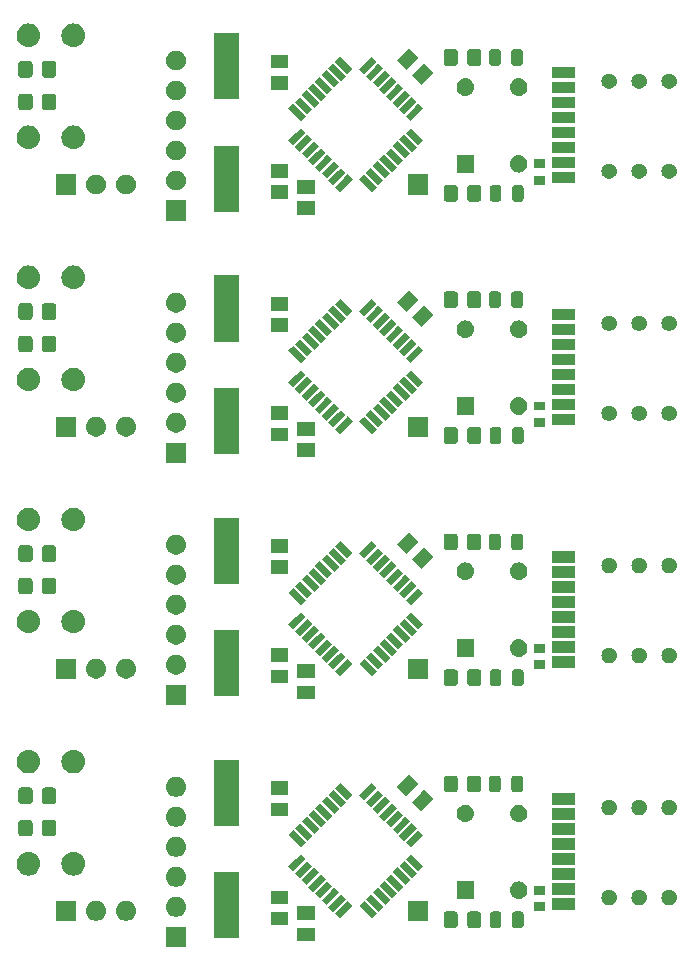
<source format=gbs>
%TF.GenerationSoftware,KiCad,Pcbnew,7.0.5*%
%TF.CreationDate,2023-11-06T22:37:59+10:00*%
%TF.ProjectId,TallyLight_Panel,54616c6c-794c-4696-9768-745f50616e65,rev?*%
%TF.SameCoordinates,Original*%
%TF.FileFunction,Soldermask,Bot*%
%TF.FilePolarity,Negative*%
%FSLAX46Y46*%
G04 Gerber Fmt 4.6, Leading zero omitted, Abs format (unit mm)*
G04 Created by KiCad (PCBNEW 7.0.5) date 2023-11-06 22:37:59*
%MOMM*%
%LPD*%
G01*
G04 APERTURE LIST*
G04 APERTURE END LIST*
G36*
X101600000Y-131925000D02*
G01*
X99900000Y-131925000D01*
X99900000Y-130225000D01*
X101600000Y-130225000D01*
X101600000Y-131925000D01*
G37*
G36*
X112475000Y-131450000D02*
G01*
X111025000Y-131450000D01*
X111025000Y-130300000D01*
X112475000Y-130300000D01*
X112475000Y-131450000D01*
G37*
G36*
X106050000Y-131175000D02*
G01*
X103950000Y-131175000D01*
X103950000Y-125575000D01*
X106050000Y-125575000D01*
X106050000Y-131175000D01*
G37*
G36*
X124354850Y-128925964D02*
G01*
X124405040Y-128931787D01*
X124422189Y-128939359D01*
X124445671Y-128944030D01*
X124470810Y-128960827D01*
X124490696Y-128969608D01*
X124504277Y-128983189D01*
X124526777Y-128998223D01*
X124541810Y-129020722D01*
X124555391Y-129034303D01*
X124564170Y-129054186D01*
X124580970Y-129079329D01*
X124585641Y-129102812D01*
X124593212Y-129119959D01*
X124599033Y-129170139D01*
X124600000Y-129175000D01*
X124600000Y-130075000D01*
X124599032Y-130079863D01*
X124593212Y-130130040D01*
X124585641Y-130147185D01*
X124580970Y-130170671D01*
X124564169Y-130195815D01*
X124555391Y-130215696D01*
X124541812Y-130229274D01*
X124526777Y-130251777D01*
X124504274Y-130266812D01*
X124490696Y-130280391D01*
X124470815Y-130289169D01*
X124445671Y-130305970D01*
X124422185Y-130310641D01*
X124405040Y-130318212D01*
X124354861Y-130324032D01*
X124350000Y-130325000D01*
X123650000Y-130325000D01*
X123645138Y-130324032D01*
X123594959Y-130318212D01*
X123577812Y-130310641D01*
X123554329Y-130305970D01*
X123529186Y-130289170D01*
X123509303Y-130280391D01*
X123495722Y-130266810D01*
X123473223Y-130251777D01*
X123458189Y-130229277D01*
X123444608Y-130215696D01*
X123435827Y-130195810D01*
X123419030Y-130170671D01*
X123414359Y-130147189D01*
X123406787Y-130130040D01*
X123400964Y-130079849D01*
X123400000Y-130075000D01*
X123400000Y-129175000D01*
X123400964Y-129170150D01*
X123406787Y-129119959D01*
X123414359Y-129102808D01*
X123419030Y-129079329D01*
X123435826Y-129054191D01*
X123444608Y-129034303D01*
X123458191Y-129020719D01*
X123473223Y-128998223D01*
X123495719Y-128983191D01*
X123509303Y-128969608D01*
X123529191Y-128960826D01*
X123554329Y-128944030D01*
X123577808Y-128939359D01*
X123594959Y-128931787D01*
X123645151Y-128925964D01*
X123650000Y-128925000D01*
X124350000Y-128925000D01*
X124354850Y-128925964D01*
G37*
G36*
X126354850Y-128925964D02*
G01*
X126405040Y-128931787D01*
X126422189Y-128939359D01*
X126445671Y-128944030D01*
X126470810Y-128960827D01*
X126490696Y-128969608D01*
X126504277Y-128983189D01*
X126526777Y-128998223D01*
X126541810Y-129020722D01*
X126555391Y-129034303D01*
X126564170Y-129054186D01*
X126580970Y-129079329D01*
X126585641Y-129102812D01*
X126593212Y-129119959D01*
X126599033Y-129170139D01*
X126600000Y-129175000D01*
X126600000Y-130075000D01*
X126599032Y-130079863D01*
X126593212Y-130130040D01*
X126585641Y-130147185D01*
X126580970Y-130170671D01*
X126564169Y-130195815D01*
X126555391Y-130215696D01*
X126541812Y-130229274D01*
X126526777Y-130251777D01*
X126504274Y-130266812D01*
X126490696Y-130280391D01*
X126470815Y-130289169D01*
X126445671Y-130305970D01*
X126422185Y-130310641D01*
X126405040Y-130318212D01*
X126354861Y-130324032D01*
X126350000Y-130325000D01*
X125650000Y-130325000D01*
X125645138Y-130324032D01*
X125594959Y-130318212D01*
X125577812Y-130310641D01*
X125554329Y-130305970D01*
X125529186Y-130289170D01*
X125509303Y-130280391D01*
X125495722Y-130266810D01*
X125473223Y-130251777D01*
X125458189Y-130229277D01*
X125444608Y-130215696D01*
X125435827Y-130195810D01*
X125419030Y-130170671D01*
X125414359Y-130147189D01*
X125406787Y-130130040D01*
X125400964Y-130079849D01*
X125400000Y-130075000D01*
X125400000Y-129175000D01*
X125400964Y-129170150D01*
X125406787Y-129119959D01*
X125414359Y-129102808D01*
X125419030Y-129079329D01*
X125435826Y-129054191D01*
X125444608Y-129034303D01*
X125458191Y-129020719D01*
X125473223Y-128998223D01*
X125495719Y-128983191D01*
X125509303Y-128969608D01*
X125529191Y-128960826D01*
X125554329Y-128944030D01*
X125577808Y-128939359D01*
X125594959Y-128931787D01*
X125645151Y-128925964D01*
X125650000Y-128925000D01*
X126350000Y-128925000D01*
X126354850Y-128925964D01*
G37*
G36*
X128061100Y-128925964D02*
G01*
X128109860Y-128931621D01*
X128126520Y-128938977D01*
X128149529Y-128943554D01*
X128174161Y-128960013D01*
X128193414Y-128968514D01*
X128206564Y-128981664D01*
X128228607Y-128996393D01*
X128243335Y-129018435D01*
X128256485Y-129031585D01*
X128264985Y-129050836D01*
X128281446Y-129075471D01*
X128286023Y-129098481D01*
X128293378Y-129115139D01*
X128299033Y-129163889D01*
X128300000Y-129168750D01*
X128300000Y-130081250D01*
X128299032Y-130086112D01*
X128293378Y-130134860D01*
X128286023Y-130151516D01*
X128281446Y-130174529D01*
X128264983Y-130199165D01*
X128256485Y-130218414D01*
X128243337Y-130231561D01*
X128228607Y-130253607D01*
X128206561Y-130268337D01*
X128193414Y-130281485D01*
X128174165Y-130289983D01*
X128149529Y-130306446D01*
X128126516Y-130311023D01*
X128109860Y-130318378D01*
X128061111Y-130324032D01*
X128056250Y-130325000D01*
X127568750Y-130325000D01*
X127563888Y-130324032D01*
X127515139Y-130318378D01*
X127498481Y-130311023D01*
X127475471Y-130306446D01*
X127450836Y-130289985D01*
X127431585Y-130281485D01*
X127418435Y-130268335D01*
X127396393Y-130253607D01*
X127381664Y-130231564D01*
X127368514Y-130218414D01*
X127360013Y-130199161D01*
X127343554Y-130174529D01*
X127338977Y-130151520D01*
X127331621Y-130134860D01*
X127325964Y-130086099D01*
X127325000Y-130081250D01*
X127325000Y-129168750D01*
X127325964Y-129163900D01*
X127331621Y-129115139D01*
X127338977Y-129098477D01*
X127343554Y-129075471D01*
X127360011Y-129050840D01*
X127368514Y-129031585D01*
X127381666Y-129018432D01*
X127396393Y-128996393D01*
X127418432Y-128981666D01*
X127431585Y-128968514D01*
X127450840Y-128960011D01*
X127475471Y-128943554D01*
X127498477Y-128938977D01*
X127515139Y-128931621D01*
X127563901Y-128925964D01*
X127568750Y-128925000D01*
X128056250Y-128925000D01*
X128061100Y-128925964D01*
G37*
G36*
X129936100Y-128925964D02*
G01*
X129984860Y-128931621D01*
X130001520Y-128938977D01*
X130024529Y-128943554D01*
X130049161Y-128960013D01*
X130068414Y-128968514D01*
X130081564Y-128981664D01*
X130103607Y-128996393D01*
X130118335Y-129018435D01*
X130131485Y-129031585D01*
X130139985Y-129050836D01*
X130156446Y-129075471D01*
X130161023Y-129098481D01*
X130168378Y-129115139D01*
X130174033Y-129163889D01*
X130175000Y-129168750D01*
X130175000Y-130081250D01*
X130174032Y-130086112D01*
X130168378Y-130134860D01*
X130161023Y-130151516D01*
X130156446Y-130174529D01*
X130139983Y-130199165D01*
X130131485Y-130218414D01*
X130118337Y-130231561D01*
X130103607Y-130253607D01*
X130081561Y-130268337D01*
X130068414Y-130281485D01*
X130049165Y-130289983D01*
X130024529Y-130306446D01*
X130001516Y-130311023D01*
X129984860Y-130318378D01*
X129936111Y-130324032D01*
X129931250Y-130325000D01*
X129443750Y-130325000D01*
X129438888Y-130324032D01*
X129390139Y-130318378D01*
X129373481Y-130311023D01*
X129350471Y-130306446D01*
X129325836Y-130289985D01*
X129306585Y-130281485D01*
X129293435Y-130268335D01*
X129271393Y-130253607D01*
X129256664Y-130231564D01*
X129243514Y-130218414D01*
X129235013Y-130199161D01*
X129218554Y-130174529D01*
X129213977Y-130151520D01*
X129206621Y-130134860D01*
X129200964Y-130086099D01*
X129200000Y-130081250D01*
X129200000Y-129168750D01*
X129200964Y-129163900D01*
X129206621Y-129115139D01*
X129213977Y-129098477D01*
X129218554Y-129075471D01*
X129235011Y-129050840D01*
X129243514Y-129031585D01*
X129256666Y-129018432D01*
X129271393Y-128996393D01*
X129293432Y-128981666D01*
X129306585Y-128968514D01*
X129325840Y-128960011D01*
X129350471Y-128943554D01*
X129373477Y-128938977D01*
X129390139Y-128931621D01*
X129438901Y-128925964D01*
X129443750Y-128925000D01*
X129931250Y-128925000D01*
X129936100Y-128925964D01*
G37*
G36*
X110225000Y-130100000D02*
G01*
X108775000Y-130100000D01*
X108775000Y-128950000D01*
X110225000Y-128950000D01*
X110225000Y-130100000D01*
G37*
G36*
X92270000Y-129725000D02*
G01*
X90570000Y-129725000D01*
X90570000Y-128025000D01*
X92270000Y-128025000D01*
X92270000Y-129725000D01*
G37*
G36*
X122100000Y-129725000D02*
G01*
X120400000Y-129725000D01*
X120400000Y-128025000D01*
X122100000Y-128025000D01*
X122100000Y-129725000D01*
G37*
G36*
X94222664Y-128066602D02*
G01*
X94385000Y-128138878D01*
X94528761Y-128243327D01*
X94647664Y-128375383D01*
X94736514Y-128529274D01*
X94791425Y-128698275D01*
X94810000Y-128875000D01*
X94791425Y-129051725D01*
X94736514Y-129220726D01*
X94647664Y-129374617D01*
X94528761Y-129506673D01*
X94385000Y-129611122D01*
X94222664Y-129683398D01*
X94048849Y-129720344D01*
X93871151Y-129720344D01*
X93697336Y-129683398D01*
X93535000Y-129611122D01*
X93391239Y-129506673D01*
X93272336Y-129374617D01*
X93183486Y-129220726D01*
X93128575Y-129051725D01*
X93110000Y-128875000D01*
X93128575Y-128698275D01*
X93183486Y-128529274D01*
X93272336Y-128375383D01*
X93391239Y-128243327D01*
X93535000Y-128138878D01*
X93697336Y-128066602D01*
X93871151Y-128029656D01*
X94048849Y-128029656D01*
X94222664Y-128066602D01*
G37*
G36*
X96762664Y-128066602D02*
G01*
X96925000Y-128138878D01*
X97068761Y-128243327D01*
X97187664Y-128375383D01*
X97276514Y-128529274D01*
X97331425Y-128698275D01*
X97350000Y-128875000D01*
X97331425Y-129051725D01*
X97276514Y-129220726D01*
X97187664Y-129374617D01*
X97068761Y-129506673D01*
X96925000Y-129611122D01*
X96762664Y-129683398D01*
X96588849Y-129720344D01*
X96411151Y-129720344D01*
X96237336Y-129683398D01*
X96075000Y-129611122D01*
X95931239Y-129506673D01*
X95812336Y-129374617D01*
X95723486Y-129220726D01*
X95668575Y-129051725D01*
X95650000Y-128875000D01*
X95668575Y-128698275D01*
X95723486Y-128529274D01*
X95812336Y-128375383D01*
X95931239Y-128243327D01*
X96075000Y-128138878D01*
X96237336Y-128066602D01*
X96411151Y-128029656D01*
X96588849Y-128029656D01*
X96762664Y-128066602D01*
G37*
G36*
X112475000Y-129650000D02*
G01*
X111025000Y-129650000D01*
X111025000Y-128500000D01*
X112475000Y-128500000D01*
X112475000Y-129650000D01*
G37*
G36*
X115691852Y-128438173D02*
G01*
X114631192Y-129498833D01*
X114206928Y-129074569D01*
X114987407Y-128294090D01*
X115263411Y-128018085D01*
X115263414Y-128018082D01*
X115267588Y-128013909D01*
X115691852Y-128438173D01*
G37*
G36*
X117742462Y-129074569D02*
G01*
X117318198Y-129498833D01*
X116257538Y-128438173D01*
X116556833Y-128138878D01*
X116677627Y-128018083D01*
X116677630Y-128018080D01*
X116681802Y-128013909D01*
X117742462Y-129074569D01*
G37*
G36*
X101012664Y-127726602D02*
G01*
X101175000Y-127798878D01*
X101318761Y-127903327D01*
X101437664Y-128035383D01*
X101526514Y-128189274D01*
X101581425Y-128358275D01*
X101600000Y-128535000D01*
X101581425Y-128711725D01*
X101526514Y-128880726D01*
X101437664Y-129034617D01*
X101318761Y-129166673D01*
X101175000Y-129271122D01*
X101012664Y-129343398D01*
X100838849Y-129380344D01*
X100661151Y-129380344D01*
X100487336Y-129343398D01*
X100325000Y-129271122D01*
X100181239Y-129166673D01*
X100062336Y-129034617D01*
X99973486Y-128880726D01*
X99918575Y-128711725D01*
X99900000Y-128535000D01*
X99918575Y-128358275D01*
X99973486Y-128189274D01*
X100062336Y-128035383D01*
X100181239Y-127903327D01*
X100325000Y-127798878D01*
X100487336Y-127726602D01*
X100661151Y-127689656D01*
X100838849Y-127689656D01*
X101012664Y-127726602D01*
G37*
G36*
X115126167Y-127872487D02*
G01*
X114065507Y-128933147D01*
X113641243Y-128508883D01*
X114423524Y-127726602D01*
X114697726Y-127452399D01*
X114697729Y-127452396D01*
X114701903Y-127448223D01*
X115126167Y-127872487D01*
G37*
G36*
X118308147Y-128508883D02*
G01*
X117883883Y-128933147D01*
X116823223Y-127872487D01*
X117106265Y-127589445D01*
X117243312Y-127452397D01*
X117243315Y-127452394D01*
X117247487Y-127448223D01*
X118308147Y-128508883D01*
G37*
G36*
X131970000Y-128900000D02*
G01*
X131030000Y-128900000D01*
X131030000Y-128150000D01*
X131970000Y-128150000D01*
X131970000Y-128900000D01*
G37*
G36*
X134550000Y-128775000D02*
G01*
X132550000Y-128775000D01*
X132550000Y-127775000D01*
X134550000Y-127775000D01*
X134550000Y-128775000D01*
G37*
G36*
X137650493Y-127137239D02*
G01*
X137789242Y-127210060D01*
X137906532Y-127313970D01*
X137995546Y-127442930D01*
X138051112Y-127589445D01*
X138070000Y-127745000D01*
X138051112Y-127900555D01*
X137995546Y-128047070D01*
X137906532Y-128176030D01*
X137789242Y-128279940D01*
X137650493Y-128352761D01*
X137498349Y-128390261D01*
X137341651Y-128390261D01*
X137189507Y-128352761D01*
X137050758Y-128279940D01*
X136933468Y-128176030D01*
X136844454Y-128047070D01*
X136788888Y-127900555D01*
X136770000Y-127745000D01*
X136788888Y-127589445D01*
X136844454Y-127442930D01*
X136933468Y-127313970D01*
X137050758Y-127210060D01*
X137189507Y-127137239D01*
X137341651Y-127099739D01*
X137498349Y-127099739D01*
X137650493Y-127137239D01*
G37*
G36*
X140190493Y-127137239D02*
G01*
X140329242Y-127210060D01*
X140446532Y-127313970D01*
X140535546Y-127442930D01*
X140591112Y-127589445D01*
X140610000Y-127745000D01*
X140591112Y-127900555D01*
X140535546Y-128047070D01*
X140446532Y-128176030D01*
X140329242Y-128279940D01*
X140190493Y-128352761D01*
X140038349Y-128390261D01*
X139881651Y-128390261D01*
X139729507Y-128352761D01*
X139590758Y-128279940D01*
X139473468Y-128176030D01*
X139384454Y-128047070D01*
X139328888Y-127900555D01*
X139310000Y-127745000D01*
X139328888Y-127589445D01*
X139384454Y-127442930D01*
X139473468Y-127313970D01*
X139590758Y-127210060D01*
X139729507Y-127137239D01*
X139881651Y-127099739D01*
X140038349Y-127099739D01*
X140190493Y-127137239D01*
G37*
G36*
X142730493Y-127137239D02*
G01*
X142869242Y-127210060D01*
X142986532Y-127313970D01*
X143075546Y-127442930D01*
X143131112Y-127589445D01*
X143150000Y-127745000D01*
X143131112Y-127900555D01*
X143075546Y-128047070D01*
X142986532Y-128176030D01*
X142869242Y-128279940D01*
X142730493Y-128352761D01*
X142578349Y-128390261D01*
X142421651Y-128390261D01*
X142269507Y-128352761D01*
X142130758Y-128279940D01*
X142013468Y-128176030D01*
X141924454Y-128047070D01*
X141868888Y-127900555D01*
X141850000Y-127745000D01*
X141868888Y-127589445D01*
X141924454Y-127442930D01*
X142013468Y-127313970D01*
X142130758Y-127210060D01*
X142269507Y-127137239D01*
X142421651Y-127099739D01*
X142578349Y-127099739D01*
X142730493Y-127137239D01*
G37*
G36*
X114560481Y-127306802D02*
G01*
X113499821Y-128367462D01*
X113075557Y-127943198D01*
X113868755Y-127150000D01*
X114132040Y-126886714D01*
X114132043Y-126886711D01*
X114136217Y-126882538D01*
X114560481Y-127306802D01*
G37*
G36*
X118873833Y-127943198D02*
G01*
X118449569Y-128367462D01*
X117388909Y-127306802D01*
X117601041Y-127094669D01*
X117808998Y-126886712D01*
X117809001Y-126886709D01*
X117813173Y-126882538D01*
X118873833Y-127943198D01*
G37*
G36*
X110225000Y-128300000D02*
G01*
X108775000Y-128300000D01*
X108775000Y-127150000D01*
X110225000Y-127150000D01*
X110225000Y-128300000D01*
G37*
G36*
X126000000Y-127875000D02*
G01*
X124500000Y-127875000D01*
X124500000Y-126375000D01*
X126000000Y-126375000D01*
X126000000Y-127875000D01*
G37*
G36*
X129916891Y-126393804D02*
G01*
X130075413Y-126449273D01*
X130217617Y-126538626D01*
X130336374Y-126657383D01*
X130425727Y-126799587D01*
X130481196Y-126958109D01*
X130500000Y-127125000D01*
X130481196Y-127291891D01*
X130425727Y-127450413D01*
X130336374Y-127592617D01*
X130217617Y-127711374D01*
X130075413Y-127800727D01*
X129916891Y-127856196D01*
X129750000Y-127875000D01*
X129583109Y-127856196D01*
X129424587Y-127800727D01*
X129282383Y-127711374D01*
X129163626Y-127592617D01*
X129074273Y-127450413D01*
X129018804Y-127291891D01*
X129000000Y-127125000D01*
X129018804Y-126958109D01*
X129074273Y-126799587D01*
X129163626Y-126657383D01*
X129282383Y-126538626D01*
X129424587Y-126449273D01*
X129583109Y-126393804D01*
X129750000Y-126375000D01*
X129916891Y-126393804D01*
G37*
G36*
X113994796Y-126741117D02*
G01*
X112934136Y-127801777D01*
X112509872Y-127377513D01*
X113260959Y-126626426D01*
X113566355Y-126321029D01*
X113566358Y-126321026D01*
X113570532Y-126316853D01*
X113994796Y-126741117D01*
G37*
G36*
X119439518Y-127377513D02*
G01*
X119015254Y-127801777D01*
X117954594Y-126741117D01*
X118246438Y-126449273D01*
X118374683Y-126321027D01*
X118374686Y-126321024D01*
X118378858Y-126316853D01*
X119439518Y-127377513D01*
G37*
G36*
X134550000Y-127505000D02*
G01*
X132550000Y-127505000D01*
X132550000Y-126505000D01*
X134550000Y-126505000D01*
X134550000Y-127505000D01*
G37*
G36*
X131970000Y-127500000D02*
G01*
X131030000Y-127500000D01*
X131030000Y-126750000D01*
X131970000Y-126750000D01*
X131970000Y-127500000D01*
G37*
G36*
X113429110Y-126175431D02*
G01*
X112368450Y-127236091D01*
X111944186Y-126811827D01*
X112655472Y-126100541D01*
X113000669Y-125755343D01*
X113000672Y-125755340D01*
X113004846Y-125751167D01*
X113429110Y-126175431D01*
G37*
G36*
X120005204Y-126811827D02*
G01*
X119580940Y-127236091D01*
X118520280Y-126175431D01*
X118835307Y-125860404D01*
X118940369Y-125755341D01*
X118940372Y-125755338D01*
X118944544Y-125751167D01*
X120005204Y-126811827D01*
G37*
G36*
X101012664Y-125186602D02*
G01*
X101175000Y-125258878D01*
X101318761Y-125363327D01*
X101437664Y-125495383D01*
X101526514Y-125649274D01*
X101581425Y-125818275D01*
X101600000Y-125995000D01*
X101581425Y-126171725D01*
X101526514Y-126340726D01*
X101437664Y-126494617D01*
X101318761Y-126626673D01*
X101175000Y-126731122D01*
X101012664Y-126803398D01*
X100838849Y-126840344D01*
X100661151Y-126840344D01*
X100487336Y-126803398D01*
X100325000Y-126731122D01*
X100181239Y-126626673D01*
X100062336Y-126494617D01*
X99973486Y-126340726D01*
X99918575Y-126171725D01*
X99900000Y-125995000D01*
X99918575Y-125818275D01*
X99973486Y-125649274D01*
X100062336Y-125495383D01*
X100181239Y-125363327D01*
X100325000Y-125258878D01*
X100487336Y-125186602D01*
X100661151Y-125149656D01*
X100838849Y-125149656D01*
X101012664Y-125186602D01*
G37*
G36*
X112863425Y-125609746D02*
G01*
X111802765Y-126670406D01*
X111378501Y-126246142D01*
X112129260Y-125495383D01*
X112434984Y-125189658D01*
X112434987Y-125189655D01*
X112439161Y-125185482D01*
X112863425Y-125609746D01*
G37*
G36*
X120570889Y-126246142D02*
G01*
X120146625Y-126670406D01*
X119085965Y-125609746D01*
X119332384Y-125363327D01*
X119506054Y-125189656D01*
X119506057Y-125189653D01*
X119510229Y-125185482D01*
X120570889Y-126246142D01*
G37*
G36*
X134550000Y-126235000D02*
G01*
X132550000Y-126235000D01*
X132550000Y-125235000D01*
X134550000Y-125235000D01*
X134550000Y-126235000D01*
G37*
G36*
X112297740Y-125044060D02*
G01*
X111237080Y-126104720D01*
X110812816Y-125680456D01*
X111534182Y-124959090D01*
X111869299Y-124623972D01*
X111869302Y-124623969D01*
X111873476Y-124619796D01*
X112297740Y-125044060D01*
G37*
G36*
X121136574Y-125680456D02*
G01*
X120712310Y-126104720D01*
X119651650Y-125044060D01*
X119863782Y-124831926D01*
X120071739Y-124623970D01*
X120071742Y-124623967D01*
X120075914Y-124619796D01*
X121136574Y-125680456D01*
G37*
G36*
X88446066Y-123889311D02*
G01*
X88634597Y-123946501D01*
X88808348Y-124039373D01*
X88960642Y-124164358D01*
X89085627Y-124316652D01*
X89178499Y-124490403D01*
X89235689Y-124678934D01*
X89255000Y-124875000D01*
X89235689Y-125071066D01*
X89178499Y-125259597D01*
X89085627Y-125433348D01*
X88960642Y-125585642D01*
X88808348Y-125710627D01*
X88634597Y-125803499D01*
X88446066Y-125860689D01*
X88250000Y-125880000D01*
X88053934Y-125860689D01*
X87865403Y-125803499D01*
X87691652Y-125710627D01*
X87539358Y-125585642D01*
X87414373Y-125433348D01*
X87321501Y-125259597D01*
X87264311Y-125071066D01*
X87245000Y-124875000D01*
X87264311Y-124678934D01*
X87321501Y-124490403D01*
X87414373Y-124316652D01*
X87539358Y-124164358D01*
X87691652Y-124039373D01*
X87865403Y-123946501D01*
X88053934Y-123889311D01*
X88250000Y-123870000D01*
X88446066Y-123889311D01*
G37*
G36*
X92246066Y-123889311D02*
G01*
X92434597Y-123946501D01*
X92608348Y-124039373D01*
X92760642Y-124164358D01*
X92885627Y-124316652D01*
X92978499Y-124490403D01*
X93035689Y-124678934D01*
X93055000Y-124875000D01*
X93035689Y-125071066D01*
X92978499Y-125259597D01*
X92885627Y-125433348D01*
X92760642Y-125585642D01*
X92608348Y-125710627D01*
X92434597Y-125803499D01*
X92246066Y-125860689D01*
X92050000Y-125880000D01*
X91853934Y-125860689D01*
X91665403Y-125803499D01*
X91491652Y-125710627D01*
X91339358Y-125585642D01*
X91214373Y-125433348D01*
X91121501Y-125259597D01*
X91064311Y-125071066D01*
X91045000Y-124875000D01*
X91064311Y-124678934D01*
X91121501Y-124490403D01*
X91214373Y-124316652D01*
X91339358Y-124164358D01*
X91491652Y-124039373D01*
X91665403Y-123946501D01*
X91853934Y-123889311D01*
X92050000Y-123870000D01*
X92246066Y-123889311D01*
G37*
G36*
X111732054Y-124478375D02*
G01*
X110671394Y-125539035D01*
X110247130Y-125114771D01*
X110887702Y-124474199D01*
X111303613Y-124058287D01*
X111303616Y-124058284D01*
X111307790Y-124054111D01*
X111732054Y-124478375D01*
G37*
G36*
X121702260Y-125114771D02*
G01*
X121277996Y-125539035D01*
X120217336Y-124478375D01*
X120531353Y-124164358D01*
X120637425Y-124058285D01*
X120637428Y-124058282D01*
X120641600Y-124054111D01*
X121702260Y-125114771D01*
G37*
G36*
X134550000Y-124965000D02*
G01*
X132550000Y-124965000D01*
X132550000Y-123965000D01*
X134550000Y-123965000D01*
X134550000Y-124965000D01*
G37*
G36*
X101012664Y-122646602D02*
G01*
X101175000Y-122718878D01*
X101318761Y-122823327D01*
X101437664Y-122955383D01*
X101526514Y-123109274D01*
X101581425Y-123278275D01*
X101600000Y-123455000D01*
X101581425Y-123631725D01*
X101526514Y-123800726D01*
X101437664Y-123954617D01*
X101318761Y-124086673D01*
X101175000Y-124191122D01*
X101012664Y-124263398D01*
X100838849Y-124300344D01*
X100661151Y-124300344D01*
X100487336Y-124263398D01*
X100325000Y-124191122D01*
X100181239Y-124086673D01*
X100062336Y-123954617D01*
X99973486Y-123800726D01*
X99918575Y-123631725D01*
X99900000Y-123455000D01*
X99918575Y-123278275D01*
X99973486Y-123109274D01*
X100062336Y-122955383D01*
X100181239Y-122823327D01*
X100325000Y-122718878D01*
X100487336Y-122646602D01*
X100661151Y-122609656D01*
X100838849Y-122609656D01*
X101012664Y-122646602D01*
G37*
G36*
X134550000Y-123695000D02*
G01*
X132550000Y-123695000D01*
X132550000Y-122695000D01*
X134550000Y-122695000D01*
X134550000Y-123695000D01*
G37*
G36*
X111732054Y-123064161D02*
G01*
X111307790Y-123488425D01*
X110247130Y-122427765D01*
X110459263Y-122215631D01*
X110667219Y-122007675D01*
X110667222Y-122007672D01*
X110671394Y-122003501D01*
X111732054Y-123064161D01*
G37*
G36*
X121702260Y-122427765D02*
G01*
X120641600Y-123488425D01*
X120217336Y-123064161D01*
X120959964Y-122321533D01*
X121273819Y-122007677D01*
X121273822Y-122007674D01*
X121277996Y-122003501D01*
X121702260Y-122427765D01*
G37*
G36*
X112297740Y-122498476D02*
G01*
X111873476Y-122922740D01*
X110812816Y-121862080D01*
X111128470Y-121546426D01*
X111232905Y-121441990D01*
X111232908Y-121441987D01*
X111237080Y-121437816D01*
X112297740Y-122498476D01*
G37*
G36*
X121136574Y-121862080D02*
G01*
X120075914Y-122922740D01*
X119651650Y-122498476D01*
X120427043Y-121723083D01*
X120708133Y-121441992D01*
X120708136Y-121441989D01*
X120712310Y-121437816D01*
X121136574Y-121862080D01*
G37*
G36*
X88354850Y-121175964D02*
G01*
X88405040Y-121181787D01*
X88422189Y-121189359D01*
X88445671Y-121194030D01*
X88470810Y-121210827D01*
X88490696Y-121219608D01*
X88504277Y-121233189D01*
X88526777Y-121248223D01*
X88541810Y-121270722D01*
X88555391Y-121284303D01*
X88564170Y-121304186D01*
X88580970Y-121329329D01*
X88585641Y-121352812D01*
X88593212Y-121369959D01*
X88599033Y-121420139D01*
X88600000Y-121425000D01*
X88600000Y-122325000D01*
X88599032Y-122329863D01*
X88593212Y-122380040D01*
X88585641Y-122397185D01*
X88580970Y-122420671D01*
X88564169Y-122445815D01*
X88555391Y-122465696D01*
X88541812Y-122479274D01*
X88526777Y-122501777D01*
X88504274Y-122516812D01*
X88490696Y-122530391D01*
X88470815Y-122539169D01*
X88445671Y-122555970D01*
X88422185Y-122560641D01*
X88405040Y-122568212D01*
X88354861Y-122574032D01*
X88350000Y-122575000D01*
X87650000Y-122575000D01*
X87645138Y-122574032D01*
X87594959Y-122568212D01*
X87577812Y-122560641D01*
X87554329Y-122555970D01*
X87529186Y-122539170D01*
X87509303Y-122530391D01*
X87495722Y-122516810D01*
X87473223Y-122501777D01*
X87458189Y-122479277D01*
X87444608Y-122465696D01*
X87435827Y-122445810D01*
X87419030Y-122420671D01*
X87414359Y-122397189D01*
X87406787Y-122380040D01*
X87400964Y-122329849D01*
X87400000Y-122325000D01*
X87400000Y-121425000D01*
X87400964Y-121420150D01*
X87406787Y-121369959D01*
X87414359Y-121352808D01*
X87419030Y-121329329D01*
X87435826Y-121304191D01*
X87444608Y-121284303D01*
X87458191Y-121270719D01*
X87473223Y-121248223D01*
X87495719Y-121233191D01*
X87509303Y-121219608D01*
X87529191Y-121210826D01*
X87554329Y-121194030D01*
X87577808Y-121189359D01*
X87594959Y-121181787D01*
X87645151Y-121175964D01*
X87650000Y-121175000D01*
X88350000Y-121175000D01*
X88354850Y-121175964D01*
G37*
G36*
X90354850Y-121175964D02*
G01*
X90405040Y-121181787D01*
X90422189Y-121189359D01*
X90445671Y-121194030D01*
X90470810Y-121210827D01*
X90490696Y-121219608D01*
X90504277Y-121233189D01*
X90526777Y-121248223D01*
X90541810Y-121270722D01*
X90555391Y-121284303D01*
X90564170Y-121304186D01*
X90580970Y-121329329D01*
X90585641Y-121352812D01*
X90593212Y-121369959D01*
X90599033Y-121420139D01*
X90600000Y-121425000D01*
X90600000Y-122325000D01*
X90599032Y-122329863D01*
X90593212Y-122380040D01*
X90585641Y-122397185D01*
X90580970Y-122420671D01*
X90564169Y-122445815D01*
X90555391Y-122465696D01*
X90541812Y-122479274D01*
X90526777Y-122501777D01*
X90504274Y-122516812D01*
X90490696Y-122530391D01*
X90470815Y-122539169D01*
X90445671Y-122555970D01*
X90422185Y-122560641D01*
X90405040Y-122568212D01*
X90354861Y-122574032D01*
X90350000Y-122575000D01*
X89650000Y-122575000D01*
X89645138Y-122574032D01*
X89594959Y-122568212D01*
X89577812Y-122560641D01*
X89554329Y-122555970D01*
X89529186Y-122539170D01*
X89509303Y-122530391D01*
X89495722Y-122516810D01*
X89473223Y-122501777D01*
X89458189Y-122479277D01*
X89444608Y-122465696D01*
X89435827Y-122445810D01*
X89419030Y-122420671D01*
X89414359Y-122397189D01*
X89406787Y-122380040D01*
X89400964Y-122329849D01*
X89400000Y-122325000D01*
X89400000Y-121425000D01*
X89400964Y-121420150D01*
X89406787Y-121369959D01*
X89414359Y-121352808D01*
X89419030Y-121329329D01*
X89435826Y-121304191D01*
X89444608Y-121284303D01*
X89458191Y-121270719D01*
X89473223Y-121248223D01*
X89495719Y-121233191D01*
X89509303Y-121219608D01*
X89529191Y-121210826D01*
X89554329Y-121194030D01*
X89577808Y-121189359D01*
X89594959Y-121181787D01*
X89645151Y-121175964D01*
X89650000Y-121175000D01*
X90350000Y-121175000D01*
X90354850Y-121175964D01*
G37*
G36*
X134550000Y-122425000D02*
G01*
X132550000Y-122425000D01*
X132550000Y-121425000D01*
X134550000Y-121425000D01*
X134550000Y-122425000D01*
G37*
G36*
X112863425Y-121932790D02*
G01*
X112439161Y-122357054D01*
X111378501Y-121296394D01*
X111590634Y-121084260D01*
X111798590Y-120876304D01*
X111798593Y-120876301D01*
X111802765Y-120872130D01*
X112863425Y-121932790D01*
G37*
G36*
X120570889Y-121296394D02*
G01*
X119510229Y-122357054D01*
X119085965Y-121932790D01*
X119869665Y-121149090D01*
X120142448Y-120876306D01*
X120142451Y-120876303D01*
X120146625Y-120872130D01*
X120570889Y-121296394D01*
G37*
G36*
X113429110Y-121367105D02*
G01*
X113004846Y-121791369D01*
X111944186Y-120730709D01*
X112259512Y-120415383D01*
X112364275Y-120310619D01*
X112364278Y-120310616D01*
X112368450Y-120306445D01*
X113429110Y-121367105D01*
G37*
G36*
X120005204Y-120730709D02*
G01*
X118944544Y-121791369D01*
X118520280Y-121367105D01*
X119262386Y-120624999D01*
X119576763Y-120310621D01*
X119576766Y-120310618D01*
X119580940Y-120306445D01*
X120005204Y-120730709D01*
G37*
G36*
X101012664Y-120106602D02*
G01*
X101175000Y-120178878D01*
X101318761Y-120283327D01*
X101437664Y-120415383D01*
X101526514Y-120569274D01*
X101581425Y-120738275D01*
X101600000Y-120915000D01*
X101581425Y-121091725D01*
X101526514Y-121260726D01*
X101437664Y-121414617D01*
X101318761Y-121546673D01*
X101175000Y-121651122D01*
X101012664Y-121723398D01*
X100838849Y-121760344D01*
X100661151Y-121760344D01*
X100487336Y-121723398D01*
X100325000Y-121651122D01*
X100181239Y-121546673D01*
X100062336Y-121414617D01*
X99973486Y-121260726D01*
X99918575Y-121091725D01*
X99900000Y-120915000D01*
X99918575Y-120738275D01*
X99973486Y-120569274D01*
X100062336Y-120415383D01*
X100181239Y-120283327D01*
X100325000Y-120178878D01*
X100487336Y-120106602D01*
X100661151Y-120069656D01*
X100838849Y-120069656D01*
X101012664Y-120106602D01*
G37*
G36*
X106050000Y-121675000D02*
G01*
X103950000Y-121675000D01*
X103950000Y-116075000D01*
X106050000Y-116075000D01*
X106050000Y-121675000D01*
G37*
G36*
X125416891Y-119893804D02*
G01*
X125575413Y-119949273D01*
X125717617Y-120038626D01*
X125836374Y-120157383D01*
X125925727Y-120299587D01*
X125981196Y-120458109D01*
X126000000Y-120625000D01*
X125981196Y-120791891D01*
X125925727Y-120950413D01*
X125836374Y-121092617D01*
X125717617Y-121211374D01*
X125575413Y-121300727D01*
X125416891Y-121356196D01*
X125250000Y-121375000D01*
X125083109Y-121356196D01*
X124924587Y-121300727D01*
X124782383Y-121211374D01*
X124663626Y-121092617D01*
X124574273Y-120950413D01*
X124518804Y-120791891D01*
X124500000Y-120625000D01*
X124518804Y-120458109D01*
X124574273Y-120299587D01*
X124663626Y-120157383D01*
X124782383Y-120038626D01*
X124924587Y-119949273D01*
X125083109Y-119893804D01*
X125250000Y-119875000D01*
X125416891Y-119893804D01*
G37*
G36*
X129916891Y-119893804D02*
G01*
X130075413Y-119949273D01*
X130217617Y-120038626D01*
X130336374Y-120157383D01*
X130425727Y-120299587D01*
X130481196Y-120458109D01*
X130500000Y-120625000D01*
X130481196Y-120791891D01*
X130425727Y-120950413D01*
X130336374Y-121092617D01*
X130217617Y-121211374D01*
X130075413Y-121300727D01*
X129916891Y-121356196D01*
X129750000Y-121375000D01*
X129583109Y-121356196D01*
X129424587Y-121300727D01*
X129282383Y-121211374D01*
X129163626Y-121092617D01*
X129074273Y-120950413D01*
X129018804Y-120791891D01*
X129000000Y-120625000D01*
X129018804Y-120458109D01*
X129074273Y-120299587D01*
X129163626Y-120157383D01*
X129282383Y-120038626D01*
X129424587Y-119949273D01*
X129583109Y-119893804D01*
X129750000Y-119875000D01*
X129916891Y-119893804D01*
G37*
G36*
X113994796Y-120801419D02*
G01*
X113570532Y-121225683D01*
X112509872Y-120165023D01*
X112799895Y-119875000D01*
X112929961Y-119744933D01*
X112929964Y-119744930D01*
X112934136Y-119740759D01*
X113994796Y-120801419D01*
G37*
G36*
X119439518Y-120165023D02*
G01*
X118378858Y-121225683D01*
X117954594Y-120801419D01*
X118717387Y-120038626D01*
X119011077Y-119744935D01*
X119011080Y-119744932D01*
X119015254Y-119740759D01*
X119439518Y-120165023D01*
G37*
G36*
X134550000Y-121155000D02*
G01*
X132550000Y-121155000D01*
X132550000Y-120155000D01*
X134550000Y-120155000D01*
X134550000Y-121155000D01*
G37*
G36*
X110225000Y-120850000D02*
G01*
X108775000Y-120850000D01*
X108775000Y-119700000D01*
X110225000Y-119700000D01*
X110225000Y-120850000D01*
G37*
G36*
X137650493Y-119517239D02*
G01*
X137789242Y-119590060D01*
X137906532Y-119693970D01*
X137995546Y-119822930D01*
X138051112Y-119969445D01*
X138070000Y-120125000D01*
X138051112Y-120280555D01*
X137995546Y-120427070D01*
X137906532Y-120556030D01*
X137789242Y-120659940D01*
X137650493Y-120732761D01*
X137498349Y-120770261D01*
X137341651Y-120770261D01*
X137189507Y-120732761D01*
X137050758Y-120659940D01*
X136933468Y-120556030D01*
X136844454Y-120427070D01*
X136788888Y-120280555D01*
X136770000Y-120125000D01*
X136788888Y-119969445D01*
X136844454Y-119822930D01*
X136933468Y-119693970D01*
X137050758Y-119590060D01*
X137189507Y-119517239D01*
X137341651Y-119479739D01*
X137498349Y-119479739D01*
X137650493Y-119517239D01*
G37*
G36*
X140190493Y-119517239D02*
G01*
X140329242Y-119590060D01*
X140446532Y-119693970D01*
X140535546Y-119822930D01*
X140591112Y-119969445D01*
X140610000Y-120125000D01*
X140591112Y-120280555D01*
X140535546Y-120427070D01*
X140446532Y-120556030D01*
X140329242Y-120659940D01*
X140190493Y-120732761D01*
X140038349Y-120770261D01*
X139881651Y-120770261D01*
X139729507Y-120732761D01*
X139590758Y-120659940D01*
X139473468Y-120556030D01*
X139384454Y-120427070D01*
X139328888Y-120280555D01*
X139310000Y-120125000D01*
X139328888Y-119969445D01*
X139384454Y-119822930D01*
X139473468Y-119693970D01*
X139590758Y-119590060D01*
X139729507Y-119517239D01*
X139881651Y-119479739D01*
X140038349Y-119479739D01*
X140190493Y-119517239D01*
G37*
G36*
X142730493Y-119517239D02*
G01*
X142869242Y-119590060D01*
X142986532Y-119693970D01*
X143075546Y-119822930D01*
X143131112Y-119969445D01*
X143150000Y-120125000D01*
X143131112Y-120280555D01*
X143075546Y-120427070D01*
X142986532Y-120556030D01*
X142869242Y-120659940D01*
X142730493Y-120732761D01*
X142578349Y-120770261D01*
X142421651Y-120770261D01*
X142269507Y-120732761D01*
X142130758Y-120659940D01*
X142013468Y-120556030D01*
X141924454Y-120427070D01*
X141868888Y-120280555D01*
X141850000Y-120125000D01*
X141868888Y-119969445D01*
X141924454Y-119822930D01*
X142013468Y-119693970D01*
X142130758Y-119590060D01*
X142269507Y-119517239D01*
X142421651Y-119479739D01*
X142578349Y-119479739D01*
X142730493Y-119517239D01*
G37*
G36*
X114560481Y-120235734D02*
G01*
X114136217Y-120659998D01*
X113075557Y-119599338D01*
X113287690Y-119387204D01*
X113495646Y-119179248D01*
X113495649Y-119179245D01*
X113499821Y-119175074D01*
X114560481Y-120235734D01*
G37*
G36*
X118873833Y-119599338D02*
G01*
X117813173Y-120659998D01*
X117388909Y-120235734D01*
X118144904Y-119479739D01*
X118445392Y-119179250D01*
X118445395Y-119179247D01*
X118449569Y-119175074D01*
X118873833Y-119599338D01*
G37*
G36*
X122555635Y-119405330D02*
G01*
X121530330Y-120430635D01*
X120717157Y-119617462D01*
X121460196Y-118874423D01*
X121738285Y-118596333D01*
X121738288Y-118596330D01*
X121742462Y-118592157D01*
X122555635Y-119405330D01*
G37*
G36*
X115126167Y-119670049D02*
G01*
X114701903Y-120094313D01*
X113641243Y-119033653D01*
X113956482Y-118718414D01*
X114061332Y-118613563D01*
X114061335Y-118613560D01*
X114065507Y-118609389D01*
X115126167Y-119670049D01*
G37*
G36*
X118308147Y-119033653D02*
G01*
X117247487Y-120094313D01*
X116823223Y-119670049D01*
X117608272Y-118885000D01*
X117879706Y-118613565D01*
X117879709Y-118613562D01*
X117883883Y-118609389D01*
X118308147Y-119033653D01*
G37*
G36*
X134550000Y-119885000D02*
G01*
X132550000Y-119885000D01*
X132550000Y-118885000D01*
X134550000Y-118885000D01*
X134550000Y-119885000D01*
G37*
G36*
X88354850Y-118425964D02*
G01*
X88405040Y-118431787D01*
X88422189Y-118439359D01*
X88445671Y-118444030D01*
X88470810Y-118460827D01*
X88490696Y-118469608D01*
X88504277Y-118483189D01*
X88526777Y-118498223D01*
X88541810Y-118520722D01*
X88555391Y-118534303D01*
X88564170Y-118554186D01*
X88580970Y-118579329D01*
X88585641Y-118602812D01*
X88593212Y-118619959D01*
X88599033Y-118670139D01*
X88600000Y-118675000D01*
X88600000Y-119575000D01*
X88599032Y-119579863D01*
X88593212Y-119630040D01*
X88585641Y-119647185D01*
X88580970Y-119670671D01*
X88564169Y-119695815D01*
X88555391Y-119715696D01*
X88541812Y-119729274D01*
X88526777Y-119751777D01*
X88504274Y-119766812D01*
X88490696Y-119780391D01*
X88470815Y-119789169D01*
X88445671Y-119805970D01*
X88422185Y-119810641D01*
X88405040Y-119818212D01*
X88354861Y-119824032D01*
X88350000Y-119825000D01*
X87650000Y-119825000D01*
X87645138Y-119824032D01*
X87594959Y-119818212D01*
X87577812Y-119810641D01*
X87554329Y-119805970D01*
X87529186Y-119789170D01*
X87509303Y-119780391D01*
X87495722Y-119766810D01*
X87473223Y-119751777D01*
X87458189Y-119729277D01*
X87444608Y-119715696D01*
X87435827Y-119695810D01*
X87419030Y-119670671D01*
X87414359Y-119647189D01*
X87406787Y-119630040D01*
X87400964Y-119579849D01*
X87400000Y-119575000D01*
X87400000Y-118675000D01*
X87400964Y-118670150D01*
X87406787Y-118619959D01*
X87414359Y-118602808D01*
X87419030Y-118579329D01*
X87435826Y-118554191D01*
X87444608Y-118534303D01*
X87458191Y-118520719D01*
X87473223Y-118498223D01*
X87495719Y-118483191D01*
X87509303Y-118469608D01*
X87529191Y-118460826D01*
X87554329Y-118444030D01*
X87577808Y-118439359D01*
X87594959Y-118431787D01*
X87645151Y-118425964D01*
X87650000Y-118425000D01*
X88350000Y-118425000D01*
X88354850Y-118425964D01*
G37*
G36*
X90354850Y-118425964D02*
G01*
X90405040Y-118431787D01*
X90422189Y-118439359D01*
X90445671Y-118444030D01*
X90470810Y-118460827D01*
X90490696Y-118469608D01*
X90504277Y-118483189D01*
X90526777Y-118498223D01*
X90541810Y-118520722D01*
X90555391Y-118534303D01*
X90564170Y-118554186D01*
X90580970Y-118579329D01*
X90585641Y-118602812D01*
X90593212Y-118619959D01*
X90599033Y-118670139D01*
X90600000Y-118675000D01*
X90600000Y-119575000D01*
X90599032Y-119579863D01*
X90593212Y-119630040D01*
X90585641Y-119647185D01*
X90580970Y-119670671D01*
X90564169Y-119695815D01*
X90555391Y-119715696D01*
X90541812Y-119729274D01*
X90526777Y-119751777D01*
X90504274Y-119766812D01*
X90490696Y-119780391D01*
X90470815Y-119789169D01*
X90445671Y-119805970D01*
X90422185Y-119810641D01*
X90405040Y-119818212D01*
X90354861Y-119824032D01*
X90350000Y-119825000D01*
X89650000Y-119825000D01*
X89645138Y-119824032D01*
X89594959Y-119818212D01*
X89577812Y-119810641D01*
X89554329Y-119805970D01*
X89529186Y-119789170D01*
X89509303Y-119780391D01*
X89495722Y-119766810D01*
X89473223Y-119751777D01*
X89458189Y-119729277D01*
X89444608Y-119715696D01*
X89435827Y-119695810D01*
X89419030Y-119670671D01*
X89414359Y-119647189D01*
X89406787Y-119630040D01*
X89400964Y-119579849D01*
X89400000Y-119575000D01*
X89400000Y-118675000D01*
X89400964Y-118670150D01*
X89406787Y-118619959D01*
X89414359Y-118602808D01*
X89419030Y-118579329D01*
X89435826Y-118554191D01*
X89444608Y-118534303D01*
X89458191Y-118520719D01*
X89473223Y-118498223D01*
X89495719Y-118483191D01*
X89509303Y-118469608D01*
X89529191Y-118460826D01*
X89554329Y-118444030D01*
X89577808Y-118439359D01*
X89594959Y-118431787D01*
X89645151Y-118425964D01*
X89650000Y-118425000D01*
X90350000Y-118425000D01*
X90354850Y-118425964D01*
G37*
G36*
X115691852Y-119104363D02*
G01*
X115267588Y-119528627D01*
X114206928Y-118467967D01*
X114476620Y-118198275D01*
X114627017Y-118047877D01*
X114627020Y-118047874D01*
X114631192Y-118043703D01*
X115691852Y-119104363D01*
G37*
G36*
X117742462Y-118467967D02*
G01*
X116681802Y-119528627D01*
X116257538Y-119104363D01*
X117021408Y-118340493D01*
X117314021Y-118047879D01*
X117314024Y-118047876D01*
X117318198Y-118043703D01*
X117742462Y-118467967D01*
G37*
G36*
X101012664Y-117566602D02*
G01*
X101175000Y-117638878D01*
X101318761Y-117743327D01*
X101437664Y-117875383D01*
X101526514Y-118029274D01*
X101581425Y-118198275D01*
X101600000Y-118375000D01*
X101581425Y-118551725D01*
X101526514Y-118720726D01*
X101437664Y-118874617D01*
X101318761Y-119006673D01*
X101175000Y-119111122D01*
X101012664Y-119183398D01*
X100838849Y-119220344D01*
X100661151Y-119220344D01*
X100487336Y-119183398D01*
X100325000Y-119111122D01*
X100181239Y-119006673D01*
X100062336Y-118874617D01*
X99973486Y-118720726D01*
X99918575Y-118551725D01*
X99900000Y-118375000D01*
X99918575Y-118198275D01*
X99973486Y-118029274D01*
X100062336Y-117875383D01*
X100181239Y-117743327D01*
X100325000Y-117638878D01*
X100487336Y-117566602D01*
X100661151Y-117529656D01*
X100838849Y-117529656D01*
X101012664Y-117566602D01*
G37*
G36*
X121282843Y-118132538D02*
G01*
X120257538Y-119157843D01*
X119444365Y-118344670D01*
X120209706Y-117579329D01*
X120465493Y-117323541D01*
X120465496Y-117323538D01*
X120469670Y-117319365D01*
X121282843Y-118132538D01*
G37*
G36*
X110225000Y-119050000D02*
G01*
X108775000Y-119050000D01*
X108775000Y-117900000D01*
X110225000Y-117900000D01*
X110225000Y-119050000D01*
G37*
G36*
X124354850Y-117425964D02*
G01*
X124405040Y-117431787D01*
X124422189Y-117439359D01*
X124445671Y-117444030D01*
X124470810Y-117460827D01*
X124490696Y-117469608D01*
X124504277Y-117483189D01*
X124526777Y-117498223D01*
X124541810Y-117520722D01*
X124555391Y-117534303D01*
X124564170Y-117554186D01*
X124580970Y-117579329D01*
X124585641Y-117602812D01*
X124593212Y-117619959D01*
X124599033Y-117670139D01*
X124600000Y-117675000D01*
X124600000Y-118575000D01*
X124599032Y-118579863D01*
X124593212Y-118630040D01*
X124585641Y-118647185D01*
X124580970Y-118670671D01*
X124564169Y-118695815D01*
X124555391Y-118715696D01*
X124541812Y-118729274D01*
X124526777Y-118751777D01*
X124504274Y-118766812D01*
X124490696Y-118780391D01*
X124470815Y-118789169D01*
X124445671Y-118805970D01*
X124422185Y-118810641D01*
X124405040Y-118818212D01*
X124354861Y-118824032D01*
X124350000Y-118825000D01*
X123650000Y-118825000D01*
X123645138Y-118824032D01*
X123594959Y-118818212D01*
X123577812Y-118810641D01*
X123554329Y-118805970D01*
X123529186Y-118789170D01*
X123509303Y-118780391D01*
X123495722Y-118766810D01*
X123473223Y-118751777D01*
X123458189Y-118729277D01*
X123444608Y-118715696D01*
X123435827Y-118695810D01*
X123419030Y-118670671D01*
X123414359Y-118647189D01*
X123406787Y-118630040D01*
X123400964Y-118579849D01*
X123400000Y-118575000D01*
X123400000Y-117675000D01*
X123400964Y-117670150D01*
X123406787Y-117619959D01*
X123414359Y-117602808D01*
X123419030Y-117579329D01*
X123435826Y-117554191D01*
X123444608Y-117534303D01*
X123458191Y-117520719D01*
X123473223Y-117498223D01*
X123495719Y-117483191D01*
X123509303Y-117469608D01*
X123529191Y-117460826D01*
X123554329Y-117444030D01*
X123577808Y-117439359D01*
X123594959Y-117431787D01*
X123645151Y-117425964D01*
X123650000Y-117425000D01*
X124350000Y-117425000D01*
X124354850Y-117425964D01*
G37*
G36*
X126354850Y-117425964D02*
G01*
X126405040Y-117431787D01*
X126422189Y-117439359D01*
X126445671Y-117444030D01*
X126470810Y-117460827D01*
X126490696Y-117469608D01*
X126504277Y-117483189D01*
X126526777Y-117498223D01*
X126541810Y-117520722D01*
X126555391Y-117534303D01*
X126564170Y-117554186D01*
X126580970Y-117579329D01*
X126585641Y-117602812D01*
X126593212Y-117619959D01*
X126599033Y-117670139D01*
X126600000Y-117675000D01*
X126600000Y-118575000D01*
X126599032Y-118579863D01*
X126593212Y-118630040D01*
X126585641Y-118647185D01*
X126580970Y-118670671D01*
X126564169Y-118695815D01*
X126555391Y-118715696D01*
X126541812Y-118729274D01*
X126526777Y-118751777D01*
X126504274Y-118766812D01*
X126490696Y-118780391D01*
X126470815Y-118789169D01*
X126445671Y-118805970D01*
X126422185Y-118810641D01*
X126405040Y-118818212D01*
X126354861Y-118824032D01*
X126350000Y-118825000D01*
X125650000Y-118825000D01*
X125645138Y-118824032D01*
X125594959Y-118818212D01*
X125577812Y-118810641D01*
X125554329Y-118805970D01*
X125529186Y-118789170D01*
X125509303Y-118780391D01*
X125495722Y-118766810D01*
X125473223Y-118751777D01*
X125458189Y-118729277D01*
X125444608Y-118715696D01*
X125435827Y-118695810D01*
X125419030Y-118670671D01*
X125414359Y-118647189D01*
X125406787Y-118630040D01*
X125400964Y-118579849D01*
X125400000Y-118575000D01*
X125400000Y-117675000D01*
X125400964Y-117670150D01*
X125406787Y-117619959D01*
X125414359Y-117602808D01*
X125419030Y-117579329D01*
X125435826Y-117554191D01*
X125444608Y-117534303D01*
X125458191Y-117520719D01*
X125473223Y-117498223D01*
X125495719Y-117483191D01*
X125509303Y-117469608D01*
X125529191Y-117460826D01*
X125554329Y-117444030D01*
X125577808Y-117439359D01*
X125594959Y-117431787D01*
X125645151Y-117425964D01*
X125650000Y-117425000D01*
X126350000Y-117425000D01*
X126354850Y-117425964D01*
G37*
G36*
X127998600Y-117425964D02*
G01*
X128047360Y-117431621D01*
X128064020Y-117438977D01*
X128087029Y-117443554D01*
X128111661Y-117460013D01*
X128130914Y-117468514D01*
X128144064Y-117481664D01*
X128166107Y-117496393D01*
X128180835Y-117518435D01*
X128193985Y-117531585D01*
X128202485Y-117550836D01*
X128218946Y-117575471D01*
X128223523Y-117598481D01*
X128230878Y-117615139D01*
X128236533Y-117663889D01*
X128237500Y-117668750D01*
X128237500Y-118581250D01*
X128236532Y-118586112D01*
X128230878Y-118634860D01*
X128223523Y-118651516D01*
X128218946Y-118674529D01*
X128202483Y-118699165D01*
X128193985Y-118718414D01*
X128180837Y-118731561D01*
X128166107Y-118753607D01*
X128144061Y-118768337D01*
X128130914Y-118781485D01*
X128111665Y-118789983D01*
X128087029Y-118806446D01*
X128064016Y-118811023D01*
X128047360Y-118818378D01*
X127998611Y-118824032D01*
X127993750Y-118825000D01*
X127506250Y-118825000D01*
X127501388Y-118824032D01*
X127452639Y-118818378D01*
X127435981Y-118811023D01*
X127412971Y-118806446D01*
X127388336Y-118789985D01*
X127369085Y-118781485D01*
X127355935Y-118768335D01*
X127333893Y-118753607D01*
X127319164Y-118731564D01*
X127306014Y-118718414D01*
X127297513Y-118699161D01*
X127281054Y-118674529D01*
X127276477Y-118651520D01*
X127269121Y-118634860D01*
X127263464Y-118586099D01*
X127262500Y-118581250D01*
X127262500Y-117668750D01*
X127263464Y-117663900D01*
X127269121Y-117615139D01*
X127276477Y-117598477D01*
X127281054Y-117575471D01*
X127297511Y-117550840D01*
X127306014Y-117531585D01*
X127319166Y-117518432D01*
X127333893Y-117496393D01*
X127355932Y-117481666D01*
X127369085Y-117468514D01*
X127388340Y-117460011D01*
X127412971Y-117443554D01*
X127435977Y-117438977D01*
X127452639Y-117431621D01*
X127501401Y-117425964D01*
X127506250Y-117425000D01*
X127993750Y-117425000D01*
X127998600Y-117425964D01*
G37*
G36*
X129873600Y-117425964D02*
G01*
X129922360Y-117431621D01*
X129939020Y-117438977D01*
X129962029Y-117443554D01*
X129986661Y-117460013D01*
X130005914Y-117468514D01*
X130019064Y-117481664D01*
X130041107Y-117496393D01*
X130055835Y-117518435D01*
X130068985Y-117531585D01*
X130077485Y-117550836D01*
X130093946Y-117575471D01*
X130098523Y-117598481D01*
X130105878Y-117615139D01*
X130111533Y-117663889D01*
X130112500Y-117668750D01*
X130112500Y-118581250D01*
X130111532Y-118586112D01*
X130105878Y-118634860D01*
X130098523Y-118651516D01*
X130093946Y-118674529D01*
X130077483Y-118699165D01*
X130068985Y-118718414D01*
X130055837Y-118731561D01*
X130041107Y-118753607D01*
X130019061Y-118768337D01*
X130005914Y-118781485D01*
X129986665Y-118789983D01*
X129962029Y-118806446D01*
X129939016Y-118811023D01*
X129922360Y-118818378D01*
X129873611Y-118824032D01*
X129868750Y-118825000D01*
X129381250Y-118825000D01*
X129376388Y-118824032D01*
X129327639Y-118818378D01*
X129310981Y-118811023D01*
X129287971Y-118806446D01*
X129263336Y-118789985D01*
X129244085Y-118781485D01*
X129230935Y-118768335D01*
X129208893Y-118753607D01*
X129194164Y-118731564D01*
X129181014Y-118718414D01*
X129172513Y-118699161D01*
X129156054Y-118674529D01*
X129151477Y-118651520D01*
X129144121Y-118634860D01*
X129138464Y-118586099D01*
X129137500Y-118581250D01*
X129137500Y-117668750D01*
X129138464Y-117663900D01*
X129144121Y-117615139D01*
X129151477Y-117598477D01*
X129156054Y-117575471D01*
X129172511Y-117550840D01*
X129181014Y-117531585D01*
X129194166Y-117518432D01*
X129208893Y-117496393D01*
X129230932Y-117481666D01*
X129244085Y-117468514D01*
X129263340Y-117460011D01*
X129287971Y-117443554D01*
X129310977Y-117438977D01*
X129327639Y-117431621D01*
X129376401Y-117425964D01*
X129381250Y-117425000D01*
X129868750Y-117425000D01*
X129873600Y-117425964D01*
G37*
G36*
X88446066Y-115249311D02*
G01*
X88634597Y-115306501D01*
X88808348Y-115399373D01*
X88960642Y-115524358D01*
X89085627Y-115676652D01*
X89178499Y-115850403D01*
X89235689Y-116038934D01*
X89255000Y-116235000D01*
X89235689Y-116431066D01*
X89178499Y-116619597D01*
X89085627Y-116793348D01*
X88960642Y-116945642D01*
X88808348Y-117070627D01*
X88634597Y-117163499D01*
X88446066Y-117220689D01*
X88250000Y-117240000D01*
X88053934Y-117220689D01*
X87865403Y-117163499D01*
X87691652Y-117070627D01*
X87539358Y-116945642D01*
X87414373Y-116793348D01*
X87321501Y-116619597D01*
X87264311Y-116431066D01*
X87245000Y-116235000D01*
X87264311Y-116038934D01*
X87321501Y-115850403D01*
X87414373Y-115676652D01*
X87539358Y-115524358D01*
X87691652Y-115399373D01*
X87865403Y-115306501D01*
X88053934Y-115249311D01*
X88250000Y-115230000D01*
X88446066Y-115249311D01*
G37*
G36*
X92246066Y-115249311D02*
G01*
X92434597Y-115306501D01*
X92608348Y-115399373D01*
X92760642Y-115524358D01*
X92885627Y-115676652D01*
X92978499Y-115850403D01*
X93035689Y-116038934D01*
X93055000Y-116235000D01*
X93035689Y-116431066D01*
X92978499Y-116619597D01*
X92885627Y-116793348D01*
X92760642Y-116945642D01*
X92608348Y-117070627D01*
X92434597Y-117163499D01*
X92246066Y-117220689D01*
X92050000Y-117240000D01*
X91853934Y-117220689D01*
X91665403Y-117163499D01*
X91491652Y-117070627D01*
X91339358Y-116945642D01*
X91214373Y-116793348D01*
X91121501Y-116619597D01*
X91064311Y-116431066D01*
X91045000Y-116235000D01*
X91064311Y-116038934D01*
X91121501Y-115850403D01*
X91214373Y-115676652D01*
X91339358Y-115524358D01*
X91491652Y-115399373D01*
X91665403Y-115306501D01*
X91853934Y-115249311D01*
X92050000Y-115230000D01*
X92246066Y-115249311D01*
G37*
G36*
X101600000Y-111425000D02*
G01*
X99900000Y-111425000D01*
X99900000Y-109725000D01*
X101600000Y-109725000D01*
X101600000Y-111425000D01*
G37*
G36*
X112475000Y-110950000D02*
G01*
X111025000Y-110950000D01*
X111025000Y-109800000D01*
X112475000Y-109800000D01*
X112475000Y-110950000D01*
G37*
G36*
X106050000Y-110675000D02*
G01*
X103950000Y-110675000D01*
X103950000Y-105075000D01*
X106050000Y-105075000D01*
X106050000Y-110675000D01*
G37*
G36*
X124354850Y-108425964D02*
G01*
X124405040Y-108431787D01*
X124422189Y-108439359D01*
X124445671Y-108444030D01*
X124470810Y-108460827D01*
X124490696Y-108469608D01*
X124504277Y-108483189D01*
X124526777Y-108498223D01*
X124541810Y-108520722D01*
X124555391Y-108534303D01*
X124564170Y-108554186D01*
X124580970Y-108579329D01*
X124585641Y-108602812D01*
X124593212Y-108619959D01*
X124599033Y-108670139D01*
X124600000Y-108675000D01*
X124600000Y-109575000D01*
X124599032Y-109579863D01*
X124593212Y-109630040D01*
X124585641Y-109647185D01*
X124580970Y-109670671D01*
X124564169Y-109695815D01*
X124555391Y-109715696D01*
X124541812Y-109729274D01*
X124526777Y-109751777D01*
X124504274Y-109766812D01*
X124490696Y-109780391D01*
X124470815Y-109789169D01*
X124445671Y-109805970D01*
X124422185Y-109810641D01*
X124405040Y-109818212D01*
X124354861Y-109824032D01*
X124350000Y-109825000D01*
X123650000Y-109825000D01*
X123645138Y-109824032D01*
X123594959Y-109818212D01*
X123577812Y-109810641D01*
X123554329Y-109805970D01*
X123529186Y-109789170D01*
X123509303Y-109780391D01*
X123495722Y-109766810D01*
X123473223Y-109751777D01*
X123458189Y-109729277D01*
X123444608Y-109715696D01*
X123435827Y-109695810D01*
X123419030Y-109670671D01*
X123414359Y-109647189D01*
X123406787Y-109630040D01*
X123400964Y-109579849D01*
X123400000Y-109575000D01*
X123400000Y-108675000D01*
X123400964Y-108670150D01*
X123406787Y-108619959D01*
X123414359Y-108602808D01*
X123419030Y-108579329D01*
X123435826Y-108554191D01*
X123444608Y-108534303D01*
X123458191Y-108520719D01*
X123473223Y-108498223D01*
X123495719Y-108483191D01*
X123509303Y-108469608D01*
X123529191Y-108460826D01*
X123554329Y-108444030D01*
X123577808Y-108439359D01*
X123594959Y-108431787D01*
X123645151Y-108425964D01*
X123650000Y-108425000D01*
X124350000Y-108425000D01*
X124354850Y-108425964D01*
G37*
G36*
X126354850Y-108425964D02*
G01*
X126405040Y-108431787D01*
X126422189Y-108439359D01*
X126445671Y-108444030D01*
X126470810Y-108460827D01*
X126490696Y-108469608D01*
X126504277Y-108483189D01*
X126526777Y-108498223D01*
X126541810Y-108520722D01*
X126555391Y-108534303D01*
X126564170Y-108554186D01*
X126580970Y-108579329D01*
X126585641Y-108602812D01*
X126593212Y-108619959D01*
X126599033Y-108670139D01*
X126600000Y-108675000D01*
X126600000Y-109575000D01*
X126599032Y-109579863D01*
X126593212Y-109630040D01*
X126585641Y-109647185D01*
X126580970Y-109670671D01*
X126564169Y-109695815D01*
X126555391Y-109715696D01*
X126541812Y-109729274D01*
X126526777Y-109751777D01*
X126504274Y-109766812D01*
X126490696Y-109780391D01*
X126470815Y-109789169D01*
X126445671Y-109805970D01*
X126422185Y-109810641D01*
X126405040Y-109818212D01*
X126354861Y-109824032D01*
X126350000Y-109825000D01*
X125650000Y-109825000D01*
X125645138Y-109824032D01*
X125594959Y-109818212D01*
X125577812Y-109810641D01*
X125554329Y-109805970D01*
X125529186Y-109789170D01*
X125509303Y-109780391D01*
X125495722Y-109766810D01*
X125473223Y-109751777D01*
X125458189Y-109729277D01*
X125444608Y-109715696D01*
X125435827Y-109695810D01*
X125419030Y-109670671D01*
X125414359Y-109647189D01*
X125406787Y-109630040D01*
X125400964Y-109579849D01*
X125400000Y-109575000D01*
X125400000Y-108675000D01*
X125400964Y-108670150D01*
X125406787Y-108619959D01*
X125414359Y-108602808D01*
X125419030Y-108579329D01*
X125435826Y-108554191D01*
X125444608Y-108534303D01*
X125458191Y-108520719D01*
X125473223Y-108498223D01*
X125495719Y-108483191D01*
X125509303Y-108469608D01*
X125529191Y-108460826D01*
X125554329Y-108444030D01*
X125577808Y-108439359D01*
X125594959Y-108431787D01*
X125645151Y-108425964D01*
X125650000Y-108425000D01*
X126350000Y-108425000D01*
X126354850Y-108425964D01*
G37*
G36*
X128061100Y-108425964D02*
G01*
X128109860Y-108431621D01*
X128126520Y-108438977D01*
X128149529Y-108443554D01*
X128174161Y-108460013D01*
X128193414Y-108468514D01*
X128206564Y-108481664D01*
X128228607Y-108496393D01*
X128243335Y-108518435D01*
X128256485Y-108531585D01*
X128264985Y-108550836D01*
X128281446Y-108575471D01*
X128286023Y-108598481D01*
X128293378Y-108615139D01*
X128299033Y-108663889D01*
X128300000Y-108668750D01*
X128300000Y-109581250D01*
X128299032Y-109586112D01*
X128293378Y-109634860D01*
X128286023Y-109651516D01*
X128281446Y-109674529D01*
X128264983Y-109699165D01*
X128256485Y-109718414D01*
X128243337Y-109731561D01*
X128228607Y-109753607D01*
X128206561Y-109768337D01*
X128193414Y-109781485D01*
X128174165Y-109789983D01*
X128149529Y-109806446D01*
X128126516Y-109811023D01*
X128109860Y-109818378D01*
X128061111Y-109824032D01*
X128056250Y-109825000D01*
X127568750Y-109825000D01*
X127563888Y-109824032D01*
X127515139Y-109818378D01*
X127498481Y-109811023D01*
X127475471Y-109806446D01*
X127450836Y-109789985D01*
X127431585Y-109781485D01*
X127418435Y-109768335D01*
X127396393Y-109753607D01*
X127381664Y-109731564D01*
X127368514Y-109718414D01*
X127360013Y-109699161D01*
X127343554Y-109674529D01*
X127338977Y-109651520D01*
X127331621Y-109634860D01*
X127325964Y-109586099D01*
X127325000Y-109581250D01*
X127325000Y-108668750D01*
X127325964Y-108663900D01*
X127331621Y-108615139D01*
X127338977Y-108598477D01*
X127343554Y-108575471D01*
X127360011Y-108550840D01*
X127368514Y-108531585D01*
X127381666Y-108518432D01*
X127396393Y-108496393D01*
X127418432Y-108481666D01*
X127431585Y-108468514D01*
X127450840Y-108460011D01*
X127475471Y-108443554D01*
X127498477Y-108438977D01*
X127515139Y-108431621D01*
X127563901Y-108425964D01*
X127568750Y-108425000D01*
X128056250Y-108425000D01*
X128061100Y-108425964D01*
G37*
G36*
X129936100Y-108425964D02*
G01*
X129984860Y-108431621D01*
X130001520Y-108438977D01*
X130024529Y-108443554D01*
X130049161Y-108460013D01*
X130068414Y-108468514D01*
X130081564Y-108481664D01*
X130103607Y-108496393D01*
X130118335Y-108518435D01*
X130131485Y-108531585D01*
X130139985Y-108550836D01*
X130156446Y-108575471D01*
X130161023Y-108598481D01*
X130168378Y-108615139D01*
X130174033Y-108663889D01*
X130175000Y-108668750D01*
X130175000Y-109581250D01*
X130174032Y-109586112D01*
X130168378Y-109634860D01*
X130161023Y-109651516D01*
X130156446Y-109674529D01*
X130139983Y-109699165D01*
X130131485Y-109718414D01*
X130118337Y-109731561D01*
X130103607Y-109753607D01*
X130081561Y-109768337D01*
X130068414Y-109781485D01*
X130049165Y-109789983D01*
X130024529Y-109806446D01*
X130001516Y-109811023D01*
X129984860Y-109818378D01*
X129936111Y-109824032D01*
X129931250Y-109825000D01*
X129443750Y-109825000D01*
X129438888Y-109824032D01*
X129390139Y-109818378D01*
X129373481Y-109811023D01*
X129350471Y-109806446D01*
X129325836Y-109789985D01*
X129306585Y-109781485D01*
X129293435Y-109768335D01*
X129271393Y-109753607D01*
X129256664Y-109731564D01*
X129243514Y-109718414D01*
X129235013Y-109699161D01*
X129218554Y-109674529D01*
X129213977Y-109651520D01*
X129206621Y-109634860D01*
X129200964Y-109586099D01*
X129200000Y-109581250D01*
X129200000Y-108668750D01*
X129200964Y-108663900D01*
X129206621Y-108615139D01*
X129213977Y-108598477D01*
X129218554Y-108575471D01*
X129235011Y-108550840D01*
X129243514Y-108531585D01*
X129256666Y-108518432D01*
X129271393Y-108496393D01*
X129293432Y-108481666D01*
X129306585Y-108468514D01*
X129325840Y-108460011D01*
X129350471Y-108443554D01*
X129373477Y-108438977D01*
X129390139Y-108431621D01*
X129438901Y-108425964D01*
X129443750Y-108425000D01*
X129931250Y-108425000D01*
X129936100Y-108425964D01*
G37*
G36*
X110225000Y-109600000D02*
G01*
X108775000Y-109600000D01*
X108775000Y-108450000D01*
X110225000Y-108450000D01*
X110225000Y-109600000D01*
G37*
G36*
X92270000Y-109225000D02*
G01*
X90570000Y-109225000D01*
X90570000Y-107525000D01*
X92270000Y-107525000D01*
X92270000Y-109225000D01*
G37*
G36*
X122100000Y-109225000D02*
G01*
X120400000Y-109225000D01*
X120400000Y-107525000D01*
X122100000Y-107525000D01*
X122100000Y-109225000D01*
G37*
G36*
X94222664Y-107566602D02*
G01*
X94385000Y-107638878D01*
X94528761Y-107743327D01*
X94647664Y-107875383D01*
X94736514Y-108029274D01*
X94791425Y-108198275D01*
X94810000Y-108375000D01*
X94791425Y-108551725D01*
X94736514Y-108720726D01*
X94647664Y-108874617D01*
X94528761Y-109006673D01*
X94385000Y-109111122D01*
X94222664Y-109183398D01*
X94048849Y-109220344D01*
X93871151Y-109220344D01*
X93697336Y-109183398D01*
X93535000Y-109111122D01*
X93391239Y-109006673D01*
X93272336Y-108874617D01*
X93183486Y-108720726D01*
X93128575Y-108551725D01*
X93110000Y-108375000D01*
X93128575Y-108198275D01*
X93183486Y-108029274D01*
X93272336Y-107875383D01*
X93391239Y-107743327D01*
X93535000Y-107638878D01*
X93697336Y-107566602D01*
X93871151Y-107529656D01*
X94048849Y-107529656D01*
X94222664Y-107566602D01*
G37*
G36*
X96762664Y-107566602D02*
G01*
X96925000Y-107638878D01*
X97068761Y-107743327D01*
X97187664Y-107875383D01*
X97276514Y-108029274D01*
X97331425Y-108198275D01*
X97350000Y-108375000D01*
X97331425Y-108551725D01*
X97276514Y-108720726D01*
X97187664Y-108874617D01*
X97068761Y-109006673D01*
X96925000Y-109111122D01*
X96762664Y-109183398D01*
X96588849Y-109220344D01*
X96411151Y-109220344D01*
X96237336Y-109183398D01*
X96075000Y-109111122D01*
X95931239Y-109006673D01*
X95812336Y-108874617D01*
X95723486Y-108720726D01*
X95668575Y-108551725D01*
X95650000Y-108375000D01*
X95668575Y-108198275D01*
X95723486Y-108029274D01*
X95812336Y-107875383D01*
X95931239Y-107743327D01*
X96075000Y-107638878D01*
X96237336Y-107566602D01*
X96411151Y-107529656D01*
X96588849Y-107529656D01*
X96762664Y-107566602D01*
G37*
G36*
X112475000Y-109150000D02*
G01*
X111025000Y-109150000D01*
X111025000Y-108000000D01*
X112475000Y-108000000D01*
X112475000Y-109150000D01*
G37*
G36*
X115691852Y-107938173D02*
G01*
X114631192Y-108998833D01*
X114206928Y-108574569D01*
X114987407Y-107794090D01*
X115263411Y-107518085D01*
X115263414Y-107518082D01*
X115267588Y-107513909D01*
X115691852Y-107938173D01*
G37*
G36*
X117742462Y-108574569D02*
G01*
X117318198Y-108998833D01*
X116257538Y-107938173D01*
X116556833Y-107638878D01*
X116677627Y-107518083D01*
X116677630Y-107518080D01*
X116681802Y-107513909D01*
X117742462Y-108574569D01*
G37*
G36*
X101012664Y-107226602D02*
G01*
X101175000Y-107298878D01*
X101318761Y-107403327D01*
X101437664Y-107535383D01*
X101526514Y-107689274D01*
X101581425Y-107858275D01*
X101600000Y-108035000D01*
X101581425Y-108211725D01*
X101526514Y-108380726D01*
X101437664Y-108534617D01*
X101318761Y-108666673D01*
X101175000Y-108771122D01*
X101012664Y-108843398D01*
X100838849Y-108880344D01*
X100661151Y-108880344D01*
X100487336Y-108843398D01*
X100325000Y-108771122D01*
X100181239Y-108666673D01*
X100062336Y-108534617D01*
X99973486Y-108380726D01*
X99918575Y-108211725D01*
X99900000Y-108035000D01*
X99918575Y-107858275D01*
X99973486Y-107689274D01*
X100062336Y-107535383D01*
X100181239Y-107403327D01*
X100325000Y-107298878D01*
X100487336Y-107226602D01*
X100661151Y-107189656D01*
X100838849Y-107189656D01*
X101012664Y-107226602D01*
G37*
G36*
X115126167Y-107372487D02*
G01*
X114065507Y-108433147D01*
X113641243Y-108008883D01*
X114423524Y-107226602D01*
X114697726Y-106952399D01*
X114697729Y-106952396D01*
X114701903Y-106948223D01*
X115126167Y-107372487D01*
G37*
G36*
X118308147Y-108008883D02*
G01*
X117883883Y-108433147D01*
X116823223Y-107372487D01*
X117106265Y-107089445D01*
X117243312Y-106952397D01*
X117243315Y-106952394D01*
X117247487Y-106948223D01*
X118308147Y-108008883D01*
G37*
G36*
X131970000Y-108400000D02*
G01*
X131030000Y-108400000D01*
X131030000Y-107650000D01*
X131970000Y-107650000D01*
X131970000Y-108400000D01*
G37*
G36*
X134550000Y-108275000D02*
G01*
X132550000Y-108275000D01*
X132550000Y-107275000D01*
X134550000Y-107275000D01*
X134550000Y-108275000D01*
G37*
G36*
X137650493Y-106637239D02*
G01*
X137789242Y-106710060D01*
X137906532Y-106813970D01*
X137995546Y-106942930D01*
X138051112Y-107089445D01*
X138070000Y-107245000D01*
X138051112Y-107400555D01*
X137995546Y-107547070D01*
X137906532Y-107676030D01*
X137789242Y-107779940D01*
X137650493Y-107852761D01*
X137498349Y-107890261D01*
X137341651Y-107890261D01*
X137189507Y-107852761D01*
X137050758Y-107779940D01*
X136933468Y-107676030D01*
X136844454Y-107547070D01*
X136788888Y-107400555D01*
X136770000Y-107245000D01*
X136788888Y-107089445D01*
X136844454Y-106942930D01*
X136933468Y-106813970D01*
X137050758Y-106710060D01*
X137189507Y-106637239D01*
X137341651Y-106599739D01*
X137498349Y-106599739D01*
X137650493Y-106637239D01*
G37*
G36*
X140190493Y-106637239D02*
G01*
X140329242Y-106710060D01*
X140446532Y-106813970D01*
X140535546Y-106942930D01*
X140591112Y-107089445D01*
X140610000Y-107245000D01*
X140591112Y-107400555D01*
X140535546Y-107547070D01*
X140446532Y-107676030D01*
X140329242Y-107779940D01*
X140190493Y-107852761D01*
X140038349Y-107890261D01*
X139881651Y-107890261D01*
X139729507Y-107852761D01*
X139590758Y-107779940D01*
X139473468Y-107676030D01*
X139384454Y-107547070D01*
X139328888Y-107400555D01*
X139310000Y-107245000D01*
X139328888Y-107089445D01*
X139384454Y-106942930D01*
X139473468Y-106813970D01*
X139590758Y-106710060D01*
X139729507Y-106637239D01*
X139881651Y-106599739D01*
X140038349Y-106599739D01*
X140190493Y-106637239D01*
G37*
G36*
X142730493Y-106637239D02*
G01*
X142869242Y-106710060D01*
X142986532Y-106813970D01*
X143075546Y-106942930D01*
X143131112Y-107089445D01*
X143150000Y-107245000D01*
X143131112Y-107400555D01*
X143075546Y-107547070D01*
X142986532Y-107676030D01*
X142869242Y-107779940D01*
X142730493Y-107852761D01*
X142578349Y-107890261D01*
X142421651Y-107890261D01*
X142269507Y-107852761D01*
X142130758Y-107779940D01*
X142013468Y-107676030D01*
X141924454Y-107547070D01*
X141868888Y-107400555D01*
X141850000Y-107245000D01*
X141868888Y-107089445D01*
X141924454Y-106942930D01*
X142013468Y-106813970D01*
X142130758Y-106710060D01*
X142269507Y-106637239D01*
X142421651Y-106599739D01*
X142578349Y-106599739D01*
X142730493Y-106637239D01*
G37*
G36*
X114560481Y-106806802D02*
G01*
X113499821Y-107867462D01*
X113075557Y-107443198D01*
X113868755Y-106650000D01*
X114132040Y-106386714D01*
X114132043Y-106386711D01*
X114136217Y-106382538D01*
X114560481Y-106806802D01*
G37*
G36*
X118873833Y-107443198D02*
G01*
X118449569Y-107867462D01*
X117388909Y-106806802D01*
X117601042Y-106594669D01*
X117808998Y-106386712D01*
X117809001Y-106386709D01*
X117813173Y-106382538D01*
X118873833Y-107443198D01*
G37*
G36*
X110225000Y-107800000D02*
G01*
X108775000Y-107800000D01*
X108775000Y-106650000D01*
X110225000Y-106650000D01*
X110225000Y-107800000D01*
G37*
G36*
X126000000Y-107375000D02*
G01*
X124500000Y-107375000D01*
X124500000Y-105875000D01*
X126000000Y-105875000D01*
X126000000Y-107375000D01*
G37*
G36*
X129916891Y-105893804D02*
G01*
X130075413Y-105949273D01*
X130217617Y-106038626D01*
X130336374Y-106157383D01*
X130425727Y-106299587D01*
X130481196Y-106458109D01*
X130500000Y-106625000D01*
X130481196Y-106791891D01*
X130425727Y-106950413D01*
X130336374Y-107092617D01*
X130217617Y-107211374D01*
X130075413Y-107300727D01*
X129916891Y-107356196D01*
X129750000Y-107375000D01*
X129583109Y-107356196D01*
X129424587Y-107300727D01*
X129282383Y-107211374D01*
X129163626Y-107092617D01*
X129074273Y-106950413D01*
X129018804Y-106791891D01*
X129000000Y-106625000D01*
X129018804Y-106458109D01*
X129074273Y-106299587D01*
X129163626Y-106157383D01*
X129282383Y-106038626D01*
X129424587Y-105949273D01*
X129583109Y-105893804D01*
X129750000Y-105875000D01*
X129916891Y-105893804D01*
G37*
G36*
X113994796Y-106241117D02*
G01*
X112934136Y-107301777D01*
X112509872Y-106877513D01*
X113260959Y-106126426D01*
X113566355Y-105821029D01*
X113566358Y-105821026D01*
X113570532Y-105816853D01*
X113994796Y-106241117D01*
G37*
G36*
X119439518Y-106877513D02*
G01*
X119015254Y-107301777D01*
X117954594Y-106241117D01*
X118246438Y-105949273D01*
X118374683Y-105821027D01*
X118374686Y-105821024D01*
X118378858Y-105816853D01*
X119439518Y-106877513D01*
G37*
G36*
X134550000Y-107005000D02*
G01*
X132550000Y-107005000D01*
X132550000Y-106005000D01*
X134550000Y-106005000D01*
X134550000Y-107005000D01*
G37*
G36*
X131970000Y-107000000D02*
G01*
X131030000Y-107000000D01*
X131030000Y-106250000D01*
X131970000Y-106250000D01*
X131970000Y-107000000D01*
G37*
G36*
X113429110Y-105675431D02*
G01*
X112368450Y-106736091D01*
X111944186Y-106311827D01*
X112655472Y-105600541D01*
X113000669Y-105255343D01*
X113000672Y-105255340D01*
X113004846Y-105251167D01*
X113429110Y-105675431D01*
G37*
G36*
X120005204Y-106311827D02*
G01*
X119580940Y-106736091D01*
X118520280Y-105675431D01*
X118835307Y-105360404D01*
X118940369Y-105255341D01*
X118940372Y-105255338D01*
X118944544Y-105251167D01*
X120005204Y-106311827D01*
G37*
G36*
X101012664Y-104686602D02*
G01*
X101175000Y-104758878D01*
X101318761Y-104863327D01*
X101437664Y-104995383D01*
X101526514Y-105149274D01*
X101581425Y-105318275D01*
X101600000Y-105495000D01*
X101581425Y-105671725D01*
X101526514Y-105840726D01*
X101437664Y-105994617D01*
X101318761Y-106126673D01*
X101175000Y-106231122D01*
X101012664Y-106303398D01*
X100838849Y-106340344D01*
X100661151Y-106340344D01*
X100487336Y-106303398D01*
X100325000Y-106231122D01*
X100181239Y-106126673D01*
X100062336Y-105994617D01*
X99973486Y-105840726D01*
X99918575Y-105671725D01*
X99900000Y-105495000D01*
X99918575Y-105318275D01*
X99973486Y-105149274D01*
X100062336Y-104995383D01*
X100181239Y-104863327D01*
X100325000Y-104758878D01*
X100487336Y-104686602D01*
X100661151Y-104649656D01*
X100838849Y-104649656D01*
X101012664Y-104686602D01*
G37*
G36*
X112863425Y-105109746D02*
G01*
X111802765Y-106170406D01*
X111378501Y-105746142D01*
X112129260Y-104995383D01*
X112434984Y-104689658D01*
X112434987Y-104689655D01*
X112439161Y-104685482D01*
X112863425Y-105109746D01*
G37*
G36*
X120570889Y-105746142D02*
G01*
X120146625Y-106170406D01*
X119085965Y-105109746D01*
X119332384Y-104863327D01*
X119506054Y-104689656D01*
X119506057Y-104689653D01*
X119510229Y-104685482D01*
X120570889Y-105746142D01*
G37*
G36*
X134550000Y-105735000D02*
G01*
X132550000Y-105735000D01*
X132550000Y-104735000D01*
X134550000Y-104735000D01*
X134550000Y-105735000D01*
G37*
G36*
X112297740Y-104544060D02*
G01*
X111237080Y-105604720D01*
X110812816Y-105180456D01*
X111534182Y-104459090D01*
X111869299Y-104123972D01*
X111869302Y-104123969D01*
X111873476Y-104119796D01*
X112297740Y-104544060D01*
G37*
G36*
X121136574Y-105180456D02*
G01*
X120712310Y-105604720D01*
X119651650Y-104544060D01*
X119863782Y-104331927D01*
X120071739Y-104123970D01*
X120071742Y-104123967D01*
X120075914Y-104119796D01*
X121136574Y-105180456D01*
G37*
G36*
X88446066Y-103389311D02*
G01*
X88634597Y-103446501D01*
X88808348Y-103539373D01*
X88960642Y-103664358D01*
X89085627Y-103816652D01*
X89178499Y-103990403D01*
X89235689Y-104178934D01*
X89255000Y-104375000D01*
X89235689Y-104571066D01*
X89178499Y-104759597D01*
X89085627Y-104933348D01*
X88960642Y-105085642D01*
X88808348Y-105210627D01*
X88634597Y-105303499D01*
X88446066Y-105360689D01*
X88250000Y-105380000D01*
X88053934Y-105360689D01*
X87865403Y-105303499D01*
X87691652Y-105210627D01*
X87539358Y-105085642D01*
X87414373Y-104933348D01*
X87321501Y-104759597D01*
X87264311Y-104571066D01*
X87245000Y-104375000D01*
X87264311Y-104178934D01*
X87321501Y-103990403D01*
X87414373Y-103816652D01*
X87539358Y-103664358D01*
X87691652Y-103539373D01*
X87865403Y-103446501D01*
X88053934Y-103389311D01*
X88250000Y-103370000D01*
X88446066Y-103389311D01*
G37*
G36*
X92246066Y-103389311D02*
G01*
X92434597Y-103446501D01*
X92608348Y-103539373D01*
X92760642Y-103664358D01*
X92885627Y-103816652D01*
X92978499Y-103990403D01*
X93035689Y-104178934D01*
X93055000Y-104375000D01*
X93035689Y-104571066D01*
X92978499Y-104759597D01*
X92885627Y-104933348D01*
X92760642Y-105085642D01*
X92608348Y-105210627D01*
X92434597Y-105303499D01*
X92246066Y-105360689D01*
X92050000Y-105380000D01*
X91853934Y-105360689D01*
X91665403Y-105303499D01*
X91491652Y-105210627D01*
X91339358Y-105085642D01*
X91214373Y-104933348D01*
X91121501Y-104759597D01*
X91064311Y-104571066D01*
X91045000Y-104375000D01*
X91064311Y-104178934D01*
X91121501Y-103990403D01*
X91214373Y-103816652D01*
X91339358Y-103664358D01*
X91491652Y-103539373D01*
X91665403Y-103446501D01*
X91853934Y-103389311D01*
X92050000Y-103370000D01*
X92246066Y-103389311D01*
G37*
G36*
X111732054Y-103978375D02*
G01*
X110671394Y-105039035D01*
X110247130Y-104614771D01*
X110887702Y-103974199D01*
X111303613Y-103558287D01*
X111303616Y-103558284D01*
X111307790Y-103554111D01*
X111732054Y-103978375D01*
G37*
G36*
X121702260Y-104614771D02*
G01*
X121277996Y-105039035D01*
X120217336Y-103978375D01*
X120531353Y-103664358D01*
X120637425Y-103558285D01*
X120637428Y-103558282D01*
X120641600Y-103554111D01*
X121702260Y-104614771D01*
G37*
G36*
X134550000Y-104465000D02*
G01*
X132550000Y-104465000D01*
X132550000Y-103465000D01*
X134550000Y-103465000D01*
X134550000Y-104465000D01*
G37*
G36*
X101012664Y-102146602D02*
G01*
X101175000Y-102218878D01*
X101318761Y-102323327D01*
X101437664Y-102455383D01*
X101526514Y-102609274D01*
X101581425Y-102778275D01*
X101600000Y-102955000D01*
X101581425Y-103131725D01*
X101526514Y-103300726D01*
X101437664Y-103454617D01*
X101318761Y-103586673D01*
X101175000Y-103691122D01*
X101012664Y-103763398D01*
X100838849Y-103800344D01*
X100661151Y-103800344D01*
X100487336Y-103763398D01*
X100325000Y-103691122D01*
X100181239Y-103586673D01*
X100062336Y-103454617D01*
X99973486Y-103300726D01*
X99918575Y-103131725D01*
X99900000Y-102955000D01*
X99918575Y-102778275D01*
X99973486Y-102609274D01*
X100062336Y-102455383D01*
X100181239Y-102323327D01*
X100325000Y-102218878D01*
X100487336Y-102146602D01*
X100661151Y-102109656D01*
X100838849Y-102109656D01*
X101012664Y-102146602D01*
G37*
G36*
X134550000Y-103195000D02*
G01*
X132550000Y-103195000D01*
X132550000Y-102195000D01*
X134550000Y-102195000D01*
X134550000Y-103195000D01*
G37*
G36*
X111732054Y-102564161D02*
G01*
X111307790Y-102988425D01*
X110247130Y-101927765D01*
X110459262Y-101715631D01*
X110667219Y-101507675D01*
X110667222Y-101507672D01*
X110671394Y-101503501D01*
X111732054Y-102564161D01*
G37*
G36*
X121702260Y-101927765D02*
G01*
X120641600Y-102988425D01*
X120217336Y-102564161D01*
X120959964Y-101821533D01*
X121273819Y-101507677D01*
X121273822Y-101507674D01*
X121277996Y-101503501D01*
X121702260Y-101927765D01*
G37*
G36*
X112297740Y-101998476D02*
G01*
X111873476Y-102422740D01*
X110812816Y-101362080D01*
X111128470Y-101046426D01*
X111232905Y-100941990D01*
X111232908Y-100941987D01*
X111237080Y-100937816D01*
X112297740Y-101998476D01*
G37*
G36*
X121136574Y-101362080D02*
G01*
X120075914Y-102422740D01*
X119651650Y-101998476D01*
X120427043Y-101223083D01*
X120708133Y-100941992D01*
X120708136Y-100941989D01*
X120712310Y-100937816D01*
X121136574Y-101362080D01*
G37*
G36*
X88354850Y-100675964D02*
G01*
X88405040Y-100681787D01*
X88422189Y-100689359D01*
X88445671Y-100694030D01*
X88470810Y-100710827D01*
X88490696Y-100719608D01*
X88504277Y-100733189D01*
X88526777Y-100748223D01*
X88541810Y-100770722D01*
X88555391Y-100784303D01*
X88564170Y-100804186D01*
X88580970Y-100829329D01*
X88585641Y-100852812D01*
X88593212Y-100869959D01*
X88599033Y-100920139D01*
X88600000Y-100925000D01*
X88600000Y-101825000D01*
X88599032Y-101829863D01*
X88593212Y-101880040D01*
X88585641Y-101897185D01*
X88580970Y-101920671D01*
X88564169Y-101945815D01*
X88555391Y-101965696D01*
X88541812Y-101979274D01*
X88526777Y-102001777D01*
X88504274Y-102016812D01*
X88490696Y-102030391D01*
X88470815Y-102039169D01*
X88445671Y-102055970D01*
X88422185Y-102060641D01*
X88405040Y-102068212D01*
X88354861Y-102074032D01*
X88350000Y-102075000D01*
X87650000Y-102075000D01*
X87645138Y-102074032D01*
X87594959Y-102068212D01*
X87577812Y-102060641D01*
X87554329Y-102055970D01*
X87529186Y-102039170D01*
X87509303Y-102030391D01*
X87495722Y-102016810D01*
X87473223Y-102001777D01*
X87458189Y-101979277D01*
X87444608Y-101965696D01*
X87435827Y-101945810D01*
X87419030Y-101920671D01*
X87414359Y-101897189D01*
X87406787Y-101880040D01*
X87400964Y-101829849D01*
X87400000Y-101825000D01*
X87400000Y-100925000D01*
X87400964Y-100920150D01*
X87406787Y-100869959D01*
X87414359Y-100852808D01*
X87419030Y-100829329D01*
X87435826Y-100804191D01*
X87444608Y-100784303D01*
X87458191Y-100770719D01*
X87473223Y-100748223D01*
X87495719Y-100733191D01*
X87509303Y-100719608D01*
X87529191Y-100710826D01*
X87554329Y-100694030D01*
X87577808Y-100689359D01*
X87594959Y-100681787D01*
X87645151Y-100675964D01*
X87650000Y-100675000D01*
X88350000Y-100675000D01*
X88354850Y-100675964D01*
G37*
G36*
X90354850Y-100675964D02*
G01*
X90405040Y-100681787D01*
X90422189Y-100689359D01*
X90445671Y-100694030D01*
X90470810Y-100710827D01*
X90490696Y-100719608D01*
X90504277Y-100733189D01*
X90526777Y-100748223D01*
X90541810Y-100770722D01*
X90555391Y-100784303D01*
X90564170Y-100804186D01*
X90580970Y-100829329D01*
X90585641Y-100852812D01*
X90593212Y-100869959D01*
X90599033Y-100920139D01*
X90600000Y-100925000D01*
X90600000Y-101825000D01*
X90599032Y-101829863D01*
X90593212Y-101880040D01*
X90585641Y-101897185D01*
X90580970Y-101920671D01*
X90564169Y-101945815D01*
X90555391Y-101965696D01*
X90541812Y-101979274D01*
X90526777Y-102001777D01*
X90504274Y-102016812D01*
X90490696Y-102030391D01*
X90470815Y-102039169D01*
X90445671Y-102055970D01*
X90422185Y-102060641D01*
X90405040Y-102068212D01*
X90354861Y-102074032D01*
X90350000Y-102075000D01*
X89650000Y-102075000D01*
X89645138Y-102074032D01*
X89594959Y-102068212D01*
X89577812Y-102060641D01*
X89554329Y-102055970D01*
X89529186Y-102039170D01*
X89509303Y-102030391D01*
X89495722Y-102016810D01*
X89473223Y-102001777D01*
X89458189Y-101979277D01*
X89444608Y-101965696D01*
X89435827Y-101945810D01*
X89419030Y-101920671D01*
X89414359Y-101897189D01*
X89406787Y-101880040D01*
X89400964Y-101829849D01*
X89400000Y-101825000D01*
X89400000Y-100925000D01*
X89400964Y-100920150D01*
X89406787Y-100869959D01*
X89414359Y-100852808D01*
X89419030Y-100829329D01*
X89435826Y-100804191D01*
X89444608Y-100784303D01*
X89458191Y-100770719D01*
X89473223Y-100748223D01*
X89495719Y-100733191D01*
X89509303Y-100719608D01*
X89529191Y-100710826D01*
X89554329Y-100694030D01*
X89577808Y-100689359D01*
X89594959Y-100681787D01*
X89645151Y-100675964D01*
X89650000Y-100675000D01*
X90350000Y-100675000D01*
X90354850Y-100675964D01*
G37*
G36*
X134550000Y-101925000D02*
G01*
X132550000Y-101925000D01*
X132550000Y-100925000D01*
X134550000Y-100925000D01*
X134550000Y-101925000D01*
G37*
G36*
X112863425Y-101432790D02*
G01*
X112439161Y-101857054D01*
X111378501Y-100796394D01*
X111590634Y-100584260D01*
X111798590Y-100376304D01*
X111798593Y-100376301D01*
X111802765Y-100372130D01*
X112863425Y-101432790D01*
G37*
G36*
X120570889Y-100796394D02*
G01*
X119510229Y-101857054D01*
X119085965Y-101432790D01*
X119869665Y-100649090D01*
X120142448Y-100376306D01*
X120142451Y-100376303D01*
X120146625Y-100372130D01*
X120570889Y-100796394D01*
G37*
G36*
X113429110Y-100867105D02*
G01*
X113004846Y-101291369D01*
X111944186Y-100230709D01*
X112259512Y-99915383D01*
X112364275Y-99810619D01*
X112364278Y-99810616D01*
X112368450Y-99806445D01*
X113429110Y-100867105D01*
G37*
G36*
X120005204Y-100230709D02*
G01*
X118944544Y-101291369D01*
X118520280Y-100867105D01*
X119262386Y-100124999D01*
X119576763Y-99810621D01*
X119576766Y-99810618D01*
X119580940Y-99806445D01*
X120005204Y-100230709D01*
G37*
G36*
X101012664Y-99606602D02*
G01*
X101175000Y-99678878D01*
X101318761Y-99783327D01*
X101437664Y-99915383D01*
X101526514Y-100069274D01*
X101581425Y-100238275D01*
X101600000Y-100415000D01*
X101581425Y-100591725D01*
X101526514Y-100760726D01*
X101437664Y-100914617D01*
X101318761Y-101046673D01*
X101175000Y-101151122D01*
X101012664Y-101223398D01*
X100838849Y-101260344D01*
X100661151Y-101260344D01*
X100487336Y-101223398D01*
X100325000Y-101151122D01*
X100181239Y-101046673D01*
X100062336Y-100914617D01*
X99973486Y-100760726D01*
X99918575Y-100591725D01*
X99900000Y-100415000D01*
X99918575Y-100238275D01*
X99973486Y-100069274D01*
X100062336Y-99915383D01*
X100181239Y-99783327D01*
X100325000Y-99678878D01*
X100487336Y-99606602D01*
X100661151Y-99569656D01*
X100838849Y-99569656D01*
X101012664Y-99606602D01*
G37*
G36*
X106050000Y-101175000D02*
G01*
X103950000Y-101175000D01*
X103950000Y-95575000D01*
X106050000Y-95575000D01*
X106050000Y-101175000D01*
G37*
G36*
X125416891Y-99393804D02*
G01*
X125575413Y-99449273D01*
X125717617Y-99538626D01*
X125836374Y-99657383D01*
X125925727Y-99799587D01*
X125981196Y-99958109D01*
X126000000Y-100125000D01*
X125981196Y-100291891D01*
X125925727Y-100450413D01*
X125836374Y-100592617D01*
X125717617Y-100711374D01*
X125575413Y-100800727D01*
X125416891Y-100856196D01*
X125250000Y-100875000D01*
X125083109Y-100856196D01*
X124924587Y-100800727D01*
X124782383Y-100711374D01*
X124663626Y-100592617D01*
X124574273Y-100450413D01*
X124518804Y-100291891D01*
X124500000Y-100125000D01*
X124518804Y-99958109D01*
X124574273Y-99799587D01*
X124663626Y-99657383D01*
X124782383Y-99538626D01*
X124924587Y-99449273D01*
X125083109Y-99393804D01*
X125250000Y-99375000D01*
X125416891Y-99393804D01*
G37*
G36*
X129916891Y-99393804D02*
G01*
X130075413Y-99449273D01*
X130217617Y-99538626D01*
X130336374Y-99657383D01*
X130425727Y-99799587D01*
X130481196Y-99958109D01*
X130500000Y-100125000D01*
X130481196Y-100291891D01*
X130425727Y-100450413D01*
X130336374Y-100592617D01*
X130217617Y-100711374D01*
X130075413Y-100800727D01*
X129916891Y-100856196D01*
X129750000Y-100875000D01*
X129583109Y-100856196D01*
X129424587Y-100800727D01*
X129282383Y-100711374D01*
X129163626Y-100592617D01*
X129074273Y-100450413D01*
X129018804Y-100291891D01*
X129000000Y-100125000D01*
X129018804Y-99958109D01*
X129074273Y-99799587D01*
X129163626Y-99657383D01*
X129282383Y-99538626D01*
X129424587Y-99449273D01*
X129583109Y-99393804D01*
X129750000Y-99375000D01*
X129916891Y-99393804D01*
G37*
G36*
X113994796Y-100301419D02*
G01*
X113570532Y-100725683D01*
X112509872Y-99665023D01*
X112799895Y-99375000D01*
X112929961Y-99244933D01*
X112929964Y-99244930D01*
X112934136Y-99240759D01*
X113994796Y-100301419D01*
G37*
G36*
X119439518Y-99665023D02*
G01*
X118378858Y-100725683D01*
X117954594Y-100301419D01*
X118717387Y-99538626D01*
X119011077Y-99244935D01*
X119011080Y-99244932D01*
X119015254Y-99240759D01*
X119439518Y-99665023D01*
G37*
G36*
X134550000Y-100655000D02*
G01*
X132550000Y-100655000D01*
X132550000Y-99655000D01*
X134550000Y-99655000D01*
X134550000Y-100655000D01*
G37*
G36*
X110225000Y-100350000D02*
G01*
X108775000Y-100350000D01*
X108775000Y-99200000D01*
X110225000Y-99200000D01*
X110225000Y-100350000D01*
G37*
G36*
X137650493Y-99017239D02*
G01*
X137789242Y-99090060D01*
X137906532Y-99193970D01*
X137995546Y-99322930D01*
X138051112Y-99469445D01*
X138070000Y-99625000D01*
X138051112Y-99780555D01*
X137995546Y-99927070D01*
X137906532Y-100056030D01*
X137789242Y-100159940D01*
X137650493Y-100232761D01*
X137498349Y-100270261D01*
X137341651Y-100270261D01*
X137189507Y-100232761D01*
X137050758Y-100159940D01*
X136933468Y-100056030D01*
X136844454Y-99927070D01*
X136788888Y-99780555D01*
X136770000Y-99625000D01*
X136788888Y-99469445D01*
X136844454Y-99322930D01*
X136933468Y-99193970D01*
X137050758Y-99090060D01*
X137189507Y-99017239D01*
X137341651Y-98979739D01*
X137498349Y-98979739D01*
X137650493Y-99017239D01*
G37*
G36*
X140190493Y-99017239D02*
G01*
X140329242Y-99090060D01*
X140446532Y-99193970D01*
X140535546Y-99322930D01*
X140591112Y-99469445D01*
X140610000Y-99625000D01*
X140591112Y-99780555D01*
X140535546Y-99927070D01*
X140446532Y-100056030D01*
X140329242Y-100159940D01*
X140190493Y-100232761D01*
X140038349Y-100270261D01*
X139881651Y-100270261D01*
X139729507Y-100232761D01*
X139590758Y-100159940D01*
X139473468Y-100056030D01*
X139384454Y-99927070D01*
X139328888Y-99780555D01*
X139310000Y-99625000D01*
X139328888Y-99469445D01*
X139384454Y-99322930D01*
X139473468Y-99193970D01*
X139590758Y-99090060D01*
X139729507Y-99017239D01*
X139881651Y-98979739D01*
X140038349Y-98979739D01*
X140190493Y-99017239D01*
G37*
G36*
X142730493Y-99017239D02*
G01*
X142869242Y-99090060D01*
X142986532Y-99193970D01*
X143075546Y-99322930D01*
X143131112Y-99469445D01*
X143150000Y-99625000D01*
X143131112Y-99780555D01*
X143075546Y-99927070D01*
X142986532Y-100056030D01*
X142869242Y-100159940D01*
X142730493Y-100232761D01*
X142578349Y-100270261D01*
X142421651Y-100270261D01*
X142269507Y-100232761D01*
X142130758Y-100159940D01*
X142013468Y-100056030D01*
X141924454Y-99927070D01*
X141868888Y-99780555D01*
X141850000Y-99625000D01*
X141868888Y-99469445D01*
X141924454Y-99322930D01*
X142013468Y-99193970D01*
X142130758Y-99090060D01*
X142269507Y-99017239D01*
X142421651Y-98979739D01*
X142578349Y-98979739D01*
X142730493Y-99017239D01*
G37*
G36*
X114560481Y-99735734D02*
G01*
X114136217Y-100159998D01*
X113075557Y-99099338D01*
X113287690Y-98887204D01*
X113495646Y-98679248D01*
X113495649Y-98679245D01*
X113499821Y-98675074D01*
X114560481Y-99735734D01*
G37*
G36*
X118873833Y-99099338D02*
G01*
X117813173Y-100159998D01*
X117388909Y-99735734D01*
X118144904Y-98979739D01*
X118445392Y-98679250D01*
X118445395Y-98679247D01*
X118449569Y-98675074D01*
X118873833Y-99099338D01*
G37*
G36*
X122555635Y-98905330D02*
G01*
X121530330Y-99930635D01*
X120717157Y-99117462D01*
X121460196Y-98374423D01*
X121738285Y-98096333D01*
X121738288Y-98096330D01*
X121742462Y-98092157D01*
X122555635Y-98905330D01*
G37*
G36*
X115126167Y-99170049D02*
G01*
X114701903Y-99594313D01*
X113641243Y-98533653D01*
X113956482Y-98218414D01*
X114061332Y-98113563D01*
X114061335Y-98113560D01*
X114065507Y-98109389D01*
X115126167Y-99170049D01*
G37*
G36*
X118308147Y-98533653D02*
G01*
X117247487Y-99594313D01*
X116823223Y-99170049D01*
X117608272Y-98385000D01*
X117879706Y-98113565D01*
X117879709Y-98113562D01*
X117883883Y-98109389D01*
X118308147Y-98533653D01*
G37*
G36*
X134550000Y-99385000D02*
G01*
X132550000Y-99385000D01*
X132550000Y-98385000D01*
X134550000Y-98385000D01*
X134550000Y-99385000D01*
G37*
G36*
X88354850Y-97925964D02*
G01*
X88405040Y-97931787D01*
X88422189Y-97939359D01*
X88445671Y-97944030D01*
X88470810Y-97960827D01*
X88490696Y-97969608D01*
X88504277Y-97983189D01*
X88526777Y-97998223D01*
X88541810Y-98020722D01*
X88555391Y-98034303D01*
X88564170Y-98054186D01*
X88580970Y-98079329D01*
X88585641Y-98102812D01*
X88593212Y-98119959D01*
X88599033Y-98170139D01*
X88600000Y-98175000D01*
X88600000Y-99075000D01*
X88599032Y-99079863D01*
X88593212Y-99130040D01*
X88585641Y-99147185D01*
X88580970Y-99170671D01*
X88564169Y-99195815D01*
X88555391Y-99215696D01*
X88541812Y-99229274D01*
X88526777Y-99251777D01*
X88504274Y-99266812D01*
X88490696Y-99280391D01*
X88470815Y-99289169D01*
X88445671Y-99305970D01*
X88422185Y-99310641D01*
X88405040Y-99318212D01*
X88354861Y-99324032D01*
X88350000Y-99325000D01*
X87650000Y-99325000D01*
X87645138Y-99324032D01*
X87594959Y-99318212D01*
X87577812Y-99310641D01*
X87554329Y-99305970D01*
X87529186Y-99289170D01*
X87509303Y-99280391D01*
X87495722Y-99266810D01*
X87473223Y-99251777D01*
X87458189Y-99229277D01*
X87444608Y-99215696D01*
X87435827Y-99195810D01*
X87419030Y-99170671D01*
X87414359Y-99147189D01*
X87406787Y-99130040D01*
X87400964Y-99079849D01*
X87400000Y-99075000D01*
X87400000Y-98175000D01*
X87400964Y-98170150D01*
X87406787Y-98119959D01*
X87414359Y-98102808D01*
X87419030Y-98079329D01*
X87435826Y-98054191D01*
X87444608Y-98034303D01*
X87458191Y-98020719D01*
X87473223Y-97998223D01*
X87495719Y-97983191D01*
X87509303Y-97969608D01*
X87529191Y-97960826D01*
X87554329Y-97944030D01*
X87577808Y-97939359D01*
X87594959Y-97931787D01*
X87645151Y-97925964D01*
X87650000Y-97925000D01*
X88350000Y-97925000D01*
X88354850Y-97925964D01*
G37*
G36*
X90354850Y-97925964D02*
G01*
X90405040Y-97931787D01*
X90422189Y-97939359D01*
X90445671Y-97944030D01*
X90470810Y-97960827D01*
X90490696Y-97969608D01*
X90504277Y-97983189D01*
X90526777Y-97998223D01*
X90541810Y-98020722D01*
X90555391Y-98034303D01*
X90564170Y-98054186D01*
X90580970Y-98079329D01*
X90585641Y-98102812D01*
X90593212Y-98119959D01*
X90599033Y-98170139D01*
X90600000Y-98175000D01*
X90600000Y-99075000D01*
X90599032Y-99079863D01*
X90593212Y-99130040D01*
X90585641Y-99147185D01*
X90580970Y-99170671D01*
X90564169Y-99195815D01*
X90555391Y-99215696D01*
X90541812Y-99229274D01*
X90526777Y-99251777D01*
X90504274Y-99266812D01*
X90490696Y-99280391D01*
X90470815Y-99289169D01*
X90445671Y-99305970D01*
X90422185Y-99310641D01*
X90405040Y-99318212D01*
X90354861Y-99324032D01*
X90350000Y-99325000D01*
X89650000Y-99325000D01*
X89645138Y-99324032D01*
X89594959Y-99318212D01*
X89577812Y-99310641D01*
X89554329Y-99305970D01*
X89529186Y-99289170D01*
X89509303Y-99280391D01*
X89495722Y-99266810D01*
X89473223Y-99251777D01*
X89458189Y-99229277D01*
X89444608Y-99215696D01*
X89435827Y-99195810D01*
X89419030Y-99170671D01*
X89414359Y-99147189D01*
X89406787Y-99130040D01*
X89400964Y-99079849D01*
X89400000Y-99075000D01*
X89400000Y-98175000D01*
X89400964Y-98170150D01*
X89406787Y-98119959D01*
X89414359Y-98102808D01*
X89419030Y-98079329D01*
X89435826Y-98054191D01*
X89444608Y-98034303D01*
X89458191Y-98020719D01*
X89473223Y-97998223D01*
X89495719Y-97983191D01*
X89509303Y-97969608D01*
X89529191Y-97960826D01*
X89554329Y-97944030D01*
X89577808Y-97939359D01*
X89594959Y-97931787D01*
X89645151Y-97925964D01*
X89650000Y-97925000D01*
X90350000Y-97925000D01*
X90354850Y-97925964D01*
G37*
G36*
X115691852Y-98604363D02*
G01*
X115267588Y-99028627D01*
X114206928Y-97967967D01*
X114476620Y-97698275D01*
X114627017Y-97547877D01*
X114627020Y-97547874D01*
X114631192Y-97543703D01*
X115691852Y-98604363D01*
G37*
G36*
X117742462Y-97967967D02*
G01*
X116681802Y-99028627D01*
X116257538Y-98604363D01*
X117021408Y-97840493D01*
X117314021Y-97547879D01*
X117314024Y-97547876D01*
X117318198Y-97543703D01*
X117742462Y-97967967D01*
G37*
G36*
X101012664Y-97066602D02*
G01*
X101175000Y-97138878D01*
X101318761Y-97243327D01*
X101437664Y-97375383D01*
X101526514Y-97529274D01*
X101581425Y-97698275D01*
X101600000Y-97875000D01*
X101581425Y-98051725D01*
X101526514Y-98220726D01*
X101437664Y-98374617D01*
X101318761Y-98506673D01*
X101175000Y-98611122D01*
X101012664Y-98683398D01*
X100838849Y-98720344D01*
X100661151Y-98720344D01*
X100487336Y-98683398D01*
X100325000Y-98611122D01*
X100181239Y-98506673D01*
X100062336Y-98374617D01*
X99973486Y-98220726D01*
X99918575Y-98051725D01*
X99900000Y-97875000D01*
X99918575Y-97698275D01*
X99973486Y-97529274D01*
X100062336Y-97375383D01*
X100181239Y-97243327D01*
X100325000Y-97138878D01*
X100487336Y-97066602D01*
X100661151Y-97029656D01*
X100838849Y-97029656D01*
X101012664Y-97066602D01*
G37*
G36*
X121282843Y-97632538D02*
G01*
X120257538Y-98657843D01*
X119444365Y-97844670D01*
X120209706Y-97079329D01*
X120465493Y-96823541D01*
X120465496Y-96823538D01*
X120469670Y-96819365D01*
X121282843Y-97632538D01*
G37*
G36*
X110225000Y-98550000D02*
G01*
X108775000Y-98550000D01*
X108775000Y-97400000D01*
X110225000Y-97400000D01*
X110225000Y-98550000D01*
G37*
G36*
X124354850Y-96925964D02*
G01*
X124405040Y-96931787D01*
X124422189Y-96939359D01*
X124445671Y-96944030D01*
X124470810Y-96960827D01*
X124490696Y-96969608D01*
X124504277Y-96983189D01*
X124526777Y-96998223D01*
X124541810Y-97020722D01*
X124555391Y-97034303D01*
X124564170Y-97054186D01*
X124580970Y-97079329D01*
X124585641Y-97102812D01*
X124593212Y-97119959D01*
X124599033Y-97170139D01*
X124600000Y-97175000D01*
X124600000Y-98075000D01*
X124599032Y-98079863D01*
X124593212Y-98130040D01*
X124585641Y-98147185D01*
X124580970Y-98170671D01*
X124564169Y-98195815D01*
X124555391Y-98215696D01*
X124541812Y-98229274D01*
X124526777Y-98251777D01*
X124504274Y-98266812D01*
X124490696Y-98280391D01*
X124470815Y-98289169D01*
X124445671Y-98305970D01*
X124422185Y-98310641D01*
X124405040Y-98318212D01*
X124354861Y-98324032D01*
X124350000Y-98325000D01*
X123650000Y-98325000D01*
X123645138Y-98324032D01*
X123594959Y-98318212D01*
X123577812Y-98310641D01*
X123554329Y-98305970D01*
X123529186Y-98289170D01*
X123509303Y-98280391D01*
X123495722Y-98266810D01*
X123473223Y-98251777D01*
X123458189Y-98229277D01*
X123444608Y-98215696D01*
X123435827Y-98195810D01*
X123419030Y-98170671D01*
X123414359Y-98147189D01*
X123406787Y-98130040D01*
X123400964Y-98079849D01*
X123400000Y-98075000D01*
X123400000Y-97175000D01*
X123400964Y-97170150D01*
X123406787Y-97119959D01*
X123414359Y-97102808D01*
X123419030Y-97079329D01*
X123435826Y-97054191D01*
X123444608Y-97034303D01*
X123458191Y-97020719D01*
X123473223Y-96998223D01*
X123495719Y-96983191D01*
X123509303Y-96969608D01*
X123529191Y-96960826D01*
X123554329Y-96944030D01*
X123577808Y-96939359D01*
X123594959Y-96931787D01*
X123645151Y-96925964D01*
X123650000Y-96925000D01*
X124350000Y-96925000D01*
X124354850Y-96925964D01*
G37*
G36*
X126354850Y-96925964D02*
G01*
X126405040Y-96931787D01*
X126422189Y-96939359D01*
X126445671Y-96944030D01*
X126470810Y-96960827D01*
X126490696Y-96969608D01*
X126504277Y-96983189D01*
X126526777Y-96998223D01*
X126541810Y-97020722D01*
X126555391Y-97034303D01*
X126564170Y-97054186D01*
X126580970Y-97079329D01*
X126585641Y-97102812D01*
X126593212Y-97119959D01*
X126599033Y-97170139D01*
X126600000Y-97175000D01*
X126600000Y-98075000D01*
X126599032Y-98079863D01*
X126593212Y-98130040D01*
X126585641Y-98147185D01*
X126580970Y-98170671D01*
X126564169Y-98195815D01*
X126555391Y-98215696D01*
X126541812Y-98229274D01*
X126526777Y-98251777D01*
X126504274Y-98266812D01*
X126490696Y-98280391D01*
X126470815Y-98289169D01*
X126445671Y-98305970D01*
X126422185Y-98310641D01*
X126405040Y-98318212D01*
X126354861Y-98324032D01*
X126350000Y-98325000D01*
X125650000Y-98325000D01*
X125645138Y-98324032D01*
X125594959Y-98318212D01*
X125577812Y-98310641D01*
X125554329Y-98305970D01*
X125529186Y-98289170D01*
X125509303Y-98280391D01*
X125495722Y-98266810D01*
X125473223Y-98251777D01*
X125458189Y-98229277D01*
X125444608Y-98215696D01*
X125435827Y-98195810D01*
X125419030Y-98170671D01*
X125414359Y-98147189D01*
X125406787Y-98130040D01*
X125400964Y-98079849D01*
X125400000Y-98075000D01*
X125400000Y-97175000D01*
X125400964Y-97170150D01*
X125406787Y-97119959D01*
X125414359Y-97102808D01*
X125419030Y-97079329D01*
X125435826Y-97054191D01*
X125444608Y-97034303D01*
X125458191Y-97020719D01*
X125473223Y-96998223D01*
X125495719Y-96983191D01*
X125509303Y-96969608D01*
X125529191Y-96960826D01*
X125554329Y-96944030D01*
X125577808Y-96939359D01*
X125594959Y-96931787D01*
X125645151Y-96925964D01*
X125650000Y-96925000D01*
X126350000Y-96925000D01*
X126354850Y-96925964D01*
G37*
G36*
X127998600Y-96925964D02*
G01*
X128047360Y-96931621D01*
X128064020Y-96938977D01*
X128087029Y-96943554D01*
X128111661Y-96960013D01*
X128130914Y-96968514D01*
X128144064Y-96981664D01*
X128166107Y-96996393D01*
X128180835Y-97018435D01*
X128193985Y-97031585D01*
X128202485Y-97050836D01*
X128218946Y-97075471D01*
X128223523Y-97098481D01*
X128230878Y-97115139D01*
X128236533Y-97163889D01*
X128237500Y-97168750D01*
X128237500Y-98081250D01*
X128236532Y-98086112D01*
X128230878Y-98134860D01*
X128223523Y-98151516D01*
X128218946Y-98174529D01*
X128202483Y-98199165D01*
X128193985Y-98218414D01*
X128180837Y-98231561D01*
X128166107Y-98253607D01*
X128144061Y-98268337D01*
X128130914Y-98281485D01*
X128111665Y-98289983D01*
X128087029Y-98306446D01*
X128064016Y-98311023D01*
X128047360Y-98318378D01*
X127998611Y-98324032D01*
X127993750Y-98325000D01*
X127506250Y-98325000D01*
X127501388Y-98324032D01*
X127452639Y-98318378D01*
X127435981Y-98311023D01*
X127412971Y-98306446D01*
X127388336Y-98289985D01*
X127369085Y-98281485D01*
X127355935Y-98268335D01*
X127333893Y-98253607D01*
X127319164Y-98231564D01*
X127306014Y-98218414D01*
X127297513Y-98199161D01*
X127281054Y-98174529D01*
X127276477Y-98151520D01*
X127269121Y-98134860D01*
X127263464Y-98086099D01*
X127262500Y-98081250D01*
X127262500Y-97168750D01*
X127263464Y-97163900D01*
X127269121Y-97115139D01*
X127276477Y-97098477D01*
X127281054Y-97075471D01*
X127297511Y-97050840D01*
X127306014Y-97031585D01*
X127319166Y-97018432D01*
X127333893Y-96996393D01*
X127355932Y-96981666D01*
X127369085Y-96968514D01*
X127388340Y-96960011D01*
X127412971Y-96943554D01*
X127435977Y-96938977D01*
X127452639Y-96931621D01*
X127501401Y-96925964D01*
X127506250Y-96925000D01*
X127993750Y-96925000D01*
X127998600Y-96925964D01*
G37*
G36*
X129873600Y-96925964D02*
G01*
X129922360Y-96931621D01*
X129939020Y-96938977D01*
X129962029Y-96943554D01*
X129986661Y-96960013D01*
X130005914Y-96968514D01*
X130019064Y-96981664D01*
X130041107Y-96996393D01*
X130055835Y-97018435D01*
X130068985Y-97031585D01*
X130077485Y-97050836D01*
X130093946Y-97075471D01*
X130098523Y-97098481D01*
X130105878Y-97115139D01*
X130111533Y-97163889D01*
X130112500Y-97168750D01*
X130112500Y-98081250D01*
X130111532Y-98086112D01*
X130105878Y-98134860D01*
X130098523Y-98151516D01*
X130093946Y-98174529D01*
X130077483Y-98199165D01*
X130068985Y-98218414D01*
X130055837Y-98231561D01*
X130041107Y-98253607D01*
X130019061Y-98268337D01*
X130005914Y-98281485D01*
X129986665Y-98289983D01*
X129962029Y-98306446D01*
X129939016Y-98311023D01*
X129922360Y-98318378D01*
X129873611Y-98324032D01*
X129868750Y-98325000D01*
X129381250Y-98325000D01*
X129376388Y-98324032D01*
X129327639Y-98318378D01*
X129310981Y-98311023D01*
X129287971Y-98306446D01*
X129263336Y-98289985D01*
X129244085Y-98281485D01*
X129230935Y-98268335D01*
X129208893Y-98253607D01*
X129194164Y-98231564D01*
X129181014Y-98218414D01*
X129172513Y-98199161D01*
X129156054Y-98174529D01*
X129151477Y-98151520D01*
X129144121Y-98134860D01*
X129138464Y-98086099D01*
X129137500Y-98081250D01*
X129137500Y-97168750D01*
X129138464Y-97163900D01*
X129144121Y-97115139D01*
X129151477Y-97098477D01*
X129156054Y-97075471D01*
X129172511Y-97050840D01*
X129181014Y-97031585D01*
X129194166Y-97018432D01*
X129208893Y-96996393D01*
X129230932Y-96981666D01*
X129244085Y-96968514D01*
X129263340Y-96960011D01*
X129287971Y-96943554D01*
X129310977Y-96938977D01*
X129327639Y-96931621D01*
X129376401Y-96925964D01*
X129381250Y-96925000D01*
X129868750Y-96925000D01*
X129873600Y-96925964D01*
G37*
G36*
X88446066Y-94749311D02*
G01*
X88634597Y-94806501D01*
X88808348Y-94899373D01*
X88960642Y-95024358D01*
X89085627Y-95176652D01*
X89178499Y-95350403D01*
X89235689Y-95538934D01*
X89255000Y-95735000D01*
X89235689Y-95931066D01*
X89178499Y-96119597D01*
X89085627Y-96293348D01*
X88960642Y-96445642D01*
X88808348Y-96570627D01*
X88634597Y-96663499D01*
X88446066Y-96720689D01*
X88250000Y-96740000D01*
X88053934Y-96720689D01*
X87865403Y-96663499D01*
X87691652Y-96570627D01*
X87539358Y-96445642D01*
X87414373Y-96293348D01*
X87321501Y-96119597D01*
X87264311Y-95931066D01*
X87245000Y-95735000D01*
X87264311Y-95538934D01*
X87321501Y-95350403D01*
X87414373Y-95176652D01*
X87539358Y-95024358D01*
X87691652Y-94899373D01*
X87865403Y-94806501D01*
X88053934Y-94749311D01*
X88250000Y-94730000D01*
X88446066Y-94749311D01*
G37*
G36*
X92246066Y-94749311D02*
G01*
X92434597Y-94806501D01*
X92608348Y-94899373D01*
X92760642Y-95024358D01*
X92885627Y-95176652D01*
X92978499Y-95350403D01*
X93035689Y-95538934D01*
X93055000Y-95735000D01*
X93035689Y-95931066D01*
X92978499Y-96119597D01*
X92885627Y-96293348D01*
X92760642Y-96445642D01*
X92608348Y-96570627D01*
X92434597Y-96663499D01*
X92246066Y-96720689D01*
X92050000Y-96740000D01*
X91853934Y-96720689D01*
X91665403Y-96663499D01*
X91491652Y-96570627D01*
X91339358Y-96445642D01*
X91214373Y-96293348D01*
X91121501Y-96119597D01*
X91064311Y-95931066D01*
X91045000Y-95735000D01*
X91064311Y-95538934D01*
X91121501Y-95350403D01*
X91214373Y-95176652D01*
X91339358Y-95024358D01*
X91491652Y-94899373D01*
X91665403Y-94806501D01*
X91853934Y-94749311D01*
X92050000Y-94730000D01*
X92246066Y-94749311D01*
G37*
G36*
X101600000Y-90925000D02*
G01*
X99900000Y-90925000D01*
X99900000Y-89225000D01*
X101600000Y-89225000D01*
X101600000Y-90925000D01*
G37*
G36*
X112475000Y-90450000D02*
G01*
X111025000Y-90450000D01*
X111025000Y-89300000D01*
X112475000Y-89300000D01*
X112475000Y-90450000D01*
G37*
G36*
X106050000Y-90175000D02*
G01*
X103950000Y-90175000D01*
X103950000Y-84575000D01*
X106050000Y-84575000D01*
X106050000Y-90175000D01*
G37*
G36*
X124354850Y-87925964D02*
G01*
X124405040Y-87931787D01*
X124422189Y-87939359D01*
X124445671Y-87944030D01*
X124470810Y-87960827D01*
X124490696Y-87969608D01*
X124504277Y-87983189D01*
X124526777Y-87998223D01*
X124541810Y-88020722D01*
X124555391Y-88034303D01*
X124564170Y-88054186D01*
X124580970Y-88079329D01*
X124585641Y-88102812D01*
X124593212Y-88119959D01*
X124599033Y-88170139D01*
X124600000Y-88175000D01*
X124600000Y-89075000D01*
X124599032Y-89079863D01*
X124593212Y-89130040D01*
X124585641Y-89147185D01*
X124580970Y-89170671D01*
X124564169Y-89195815D01*
X124555391Y-89215696D01*
X124541812Y-89229274D01*
X124526777Y-89251777D01*
X124504274Y-89266812D01*
X124490696Y-89280391D01*
X124470815Y-89289169D01*
X124445671Y-89305970D01*
X124422185Y-89310641D01*
X124405040Y-89318212D01*
X124354861Y-89324032D01*
X124350000Y-89325000D01*
X123650000Y-89325000D01*
X123645138Y-89324032D01*
X123594959Y-89318212D01*
X123577812Y-89310641D01*
X123554329Y-89305970D01*
X123529186Y-89289170D01*
X123509303Y-89280391D01*
X123495722Y-89266810D01*
X123473223Y-89251777D01*
X123458189Y-89229277D01*
X123444608Y-89215696D01*
X123435827Y-89195810D01*
X123419030Y-89170671D01*
X123414359Y-89147189D01*
X123406787Y-89130040D01*
X123400964Y-89079849D01*
X123400000Y-89075000D01*
X123400000Y-88175000D01*
X123400964Y-88170150D01*
X123406787Y-88119959D01*
X123414359Y-88102808D01*
X123419030Y-88079329D01*
X123435826Y-88054191D01*
X123444608Y-88034303D01*
X123458191Y-88020719D01*
X123473223Y-87998223D01*
X123495719Y-87983191D01*
X123509303Y-87969608D01*
X123529191Y-87960826D01*
X123554329Y-87944030D01*
X123577808Y-87939359D01*
X123594959Y-87931787D01*
X123645151Y-87925964D01*
X123650000Y-87925000D01*
X124350000Y-87925000D01*
X124354850Y-87925964D01*
G37*
G36*
X126354850Y-87925964D02*
G01*
X126405040Y-87931787D01*
X126422189Y-87939359D01*
X126445671Y-87944030D01*
X126470810Y-87960827D01*
X126490696Y-87969608D01*
X126504277Y-87983189D01*
X126526777Y-87998223D01*
X126541810Y-88020722D01*
X126555391Y-88034303D01*
X126564170Y-88054186D01*
X126580970Y-88079329D01*
X126585641Y-88102812D01*
X126593212Y-88119959D01*
X126599033Y-88170139D01*
X126600000Y-88175000D01*
X126600000Y-89075000D01*
X126599032Y-89079863D01*
X126593212Y-89130040D01*
X126585641Y-89147185D01*
X126580970Y-89170671D01*
X126564169Y-89195815D01*
X126555391Y-89215696D01*
X126541812Y-89229274D01*
X126526777Y-89251777D01*
X126504274Y-89266812D01*
X126490696Y-89280391D01*
X126470815Y-89289169D01*
X126445671Y-89305970D01*
X126422185Y-89310641D01*
X126405040Y-89318212D01*
X126354861Y-89324032D01*
X126350000Y-89325000D01*
X125650000Y-89325000D01*
X125645138Y-89324032D01*
X125594959Y-89318212D01*
X125577812Y-89310641D01*
X125554329Y-89305970D01*
X125529186Y-89289170D01*
X125509303Y-89280391D01*
X125495722Y-89266810D01*
X125473223Y-89251777D01*
X125458189Y-89229277D01*
X125444608Y-89215696D01*
X125435827Y-89195810D01*
X125419030Y-89170671D01*
X125414359Y-89147189D01*
X125406787Y-89130040D01*
X125400964Y-89079849D01*
X125400000Y-89075000D01*
X125400000Y-88175000D01*
X125400964Y-88170150D01*
X125406787Y-88119959D01*
X125414359Y-88102808D01*
X125419030Y-88079329D01*
X125435826Y-88054191D01*
X125444608Y-88034303D01*
X125458191Y-88020719D01*
X125473223Y-87998223D01*
X125495719Y-87983191D01*
X125509303Y-87969608D01*
X125529191Y-87960826D01*
X125554329Y-87944030D01*
X125577808Y-87939359D01*
X125594959Y-87931787D01*
X125645151Y-87925964D01*
X125650000Y-87925000D01*
X126350000Y-87925000D01*
X126354850Y-87925964D01*
G37*
G36*
X128061100Y-87925964D02*
G01*
X128109860Y-87931621D01*
X128126520Y-87938977D01*
X128149529Y-87943554D01*
X128174161Y-87960013D01*
X128193414Y-87968514D01*
X128206564Y-87981664D01*
X128228607Y-87996393D01*
X128243335Y-88018435D01*
X128256485Y-88031585D01*
X128264985Y-88050836D01*
X128281446Y-88075471D01*
X128286023Y-88098481D01*
X128293378Y-88115139D01*
X128299033Y-88163889D01*
X128300000Y-88168750D01*
X128300000Y-89081250D01*
X128299032Y-89086112D01*
X128293378Y-89134860D01*
X128286023Y-89151516D01*
X128281446Y-89174529D01*
X128264983Y-89199165D01*
X128256485Y-89218414D01*
X128243337Y-89231561D01*
X128228607Y-89253607D01*
X128206561Y-89268337D01*
X128193414Y-89281485D01*
X128174165Y-89289983D01*
X128149529Y-89306446D01*
X128126516Y-89311023D01*
X128109860Y-89318378D01*
X128061111Y-89324032D01*
X128056250Y-89325000D01*
X127568750Y-89325000D01*
X127563888Y-89324032D01*
X127515139Y-89318378D01*
X127498481Y-89311023D01*
X127475471Y-89306446D01*
X127450836Y-89289985D01*
X127431585Y-89281485D01*
X127418435Y-89268335D01*
X127396393Y-89253607D01*
X127381664Y-89231564D01*
X127368514Y-89218414D01*
X127360013Y-89199161D01*
X127343554Y-89174529D01*
X127338977Y-89151520D01*
X127331621Y-89134860D01*
X127325964Y-89086099D01*
X127325000Y-89081250D01*
X127325000Y-88168750D01*
X127325964Y-88163900D01*
X127331621Y-88115139D01*
X127338977Y-88098477D01*
X127343554Y-88075471D01*
X127360011Y-88050840D01*
X127368514Y-88031585D01*
X127381666Y-88018432D01*
X127396393Y-87996393D01*
X127418432Y-87981666D01*
X127431585Y-87968514D01*
X127450840Y-87960011D01*
X127475471Y-87943554D01*
X127498477Y-87938977D01*
X127515139Y-87931621D01*
X127563901Y-87925964D01*
X127568750Y-87925000D01*
X128056250Y-87925000D01*
X128061100Y-87925964D01*
G37*
G36*
X129936100Y-87925964D02*
G01*
X129984860Y-87931621D01*
X130001520Y-87938977D01*
X130024529Y-87943554D01*
X130049161Y-87960013D01*
X130068414Y-87968514D01*
X130081564Y-87981664D01*
X130103607Y-87996393D01*
X130118335Y-88018435D01*
X130131485Y-88031585D01*
X130139985Y-88050836D01*
X130156446Y-88075471D01*
X130161023Y-88098481D01*
X130168378Y-88115139D01*
X130174033Y-88163889D01*
X130175000Y-88168750D01*
X130175000Y-89081250D01*
X130174032Y-89086112D01*
X130168378Y-89134860D01*
X130161023Y-89151516D01*
X130156446Y-89174529D01*
X130139983Y-89199165D01*
X130131485Y-89218414D01*
X130118337Y-89231561D01*
X130103607Y-89253607D01*
X130081561Y-89268337D01*
X130068414Y-89281485D01*
X130049165Y-89289983D01*
X130024529Y-89306446D01*
X130001516Y-89311023D01*
X129984860Y-89318378D01*
X129936111Y-89324032D01*
X129931250Y-89325000D01*
X129443750Y-89325000D01*
X129438888Y-89324032D01*
X129390139Y-89318378D01*
X129373481Y-89311023D01*
X129350471Y-89306446D01*
X129325836Y-89289985D01*
X129306585Y-89281485D01*
X129293435Y-89268335D01*
X129271393Y-89253607D01*
X129256664Y-89231564D01*
X129243514Y-89218414D01*
X129235013Y-89199161D01*
X129218554Y-89174529D01*
X129213977Y-89151520D01*
X129206621Y-89134860D01*
X129200964Y-89086099D01*
X129200000Y-89081250D01*
X129200000Y-88168750D01*
X129200964Y-88163900D01*
X129206621Y-88115139D01*
X129213977Y-88098477D01*
X129218554Y-88075471D01*
X129235011Y-88050840D01*
X129243514Y-88031585D01*
X129256666Y-88018432D01*
X129271393Y-87996393D01*
X129293432Y-87981666D01*
X129306585Y-87968514D01*
X129325840Y-87960011D01*
X129350471Y-87943554D01*
X129373477Y-87938977D01*
X129390139Y-87931621D01*
X129438901Y-87925964D01*
X129443750Y-87925000D01*
X129931250Y-87925000D01*
X129936100Y-87925964D01*
G37*
G36*
X110225000Y-89100000D02*
G01*
X108775000Y-89100000D01*
X108775000Y-87950000D01*
X110225000Y-87950000D01*
X110225000Y-89100000D01*
G37*
G36*
X92270000Y-88725000D02*
G01*
X90570000Y-88725000D01*
X90570000Y-87025000D01*
X92270000Y-87025000D01*
X92270000Y-88725000D01*
G37*
G36*
X122100000Y-88725000D02*
G01*
X120400000Y-88725000D01*
X120400000Y-87025000D01*
X122100000Y-87025000D01*
X122100000Y-88725000D01*
G37*
G36*
X94222664Y-87066602D02*
G01*
X94385000Y-87138878D01*
X94528761Y-87243327D01*
X94647664Y-87375383D01*
X94736514Y-87529274D01*
X94791425Y-87698275D01*
X94810000Y-87875000D01*
X94791425Y-88051725D01*
X94736514Y-88220726D01*
X94647664Y-88374617D01*
X94528761Y-88506673D01*
X94385000Y-88611122D01*
X94222664Y-88683398D01*
X94048849Y-88720344D01*
X93871151Y-88720344D01*
X93697336Y-88683398D01*
X93535000Y-88611122D01*
X93391239Y-88506673D01*
X93272336Y-88374617D01*
X93183486Y-88220726D01*
X93128575Y-88051725D01*
X93110000Y-87875000D01*
X93128575Y-87698275D01*
X93183486Y-87529274D01*
X93272336Y-87375383D01*
X93391239Y-87243327D01*
X93535000Y-87138878D01*
X93697336Y-87066602D01*
X93871151Y-87029656D01*
X94048849Y-87029656D01*
X94222664Y-87066602D01*
G37*
G36*
X96762664Y-87066602D02*
G01*
X96925000Y-87138878D01*
X97068761Y-87243327D01*
X97187664Y-87375383D01*
X97276514Y-87529274D01*
X97331425Y-87698275D01*
X97350000Y-87875000D01*
X97331425Y-88051725D01*
X97276514Y-88220726D01*
X97187664Y-88374617D01*
X97068761Y-88506673D01*
X96925000Y-88611122D01*
X96762664Y-88683398D01*
X96588849Y-88720344D01*
X96411151Y-88720344D01*
X96237336Y-88683398D01*
X96075000Y-88611122D01*
X95931239Y-88506673D01*
X95812336Y-88374617D01*
X95723486Y-88220726D01*
X95668575Y-88051725D01*
X95650000Y-87875000D01*
X95668575Y-87698275D01*
X95723486Y-87529274D01*
X95812336Y-87375383D01*
X95931239Y-87243327D01*
X96075000Y-87138878D01*
X96237336Y-87066602D01*
X96411151Y-87029656D01*
X96588849Y-87029656D01*
X96762664Y-87066602D01*
G37*
G36*
X112475000Y-88650000D02*
G01*
X111025000Y-88650000D01*
X111025000Y-87500000D01*
X112475000Y-87500000D01*
X112475000Y-88650000D01*
G37*
G36*
X115691852Y-87438173D02*
G01*
X114631192Y-88498833D01*
X114206928Y-88074569D01*
X114987407Y-87294090D01*
X115263411Y-87018085D01*
X115263414Y-87018082D01*
X115267588Y-87013909D01*
X115691852Y-87438173D01*
G37*
G36*
X117742462Y-88074569D02*
G01*
X117318198Y-88498833D01*
X116257538Y-87438173D01*
X116556833Y-87138878D01*
X116677627Y-87018083D01*
X116677630Y-87018080D01*
X116681802Y-87013909D01*
X117742462Y-88074569D01*
G37*
G36*
X101012664Y-86726602D02*
G01*
X101175000Y-86798878D01*
X101318761Y-86903327D01*
X101437664Y-87035383D01*
X101526514Y-87189274D01*
X101581425Y-87358275D01*
X101600000Y-87535000D01*
X101581425Y-87711725D01*
X101526514Y-87880726D01*
X101437664Y-88034617D01*
X101318761Y-88166673D01*
X101175000Y-88271122D01*
X101012664Y-88343398D01*
X100838849Y-88380344D01*
X100661151Y-88380344D01*
X100487336Y-88343398D01*
X100325000Y-88271122D01*
X100181239Y-88166673D01*
X100062336Y-88034617D01*
X99973486Y-87880726D01*
X99918575Y-87711725D01*
X99900000Y-87535000D01*
X99918575Y-87358275D01*
X99973486Y-87189274D01*
X100062336Y-87035383D01*
X100181239Y-86903327D01*
X100325000Y-86798878D01*
X100487336Y-86726602D01*
X100661151Y-86689656D01*
X100838849Y-86689656D01*
X101012664Y-86726602D01*
G37*
G36*
X115126167Y-86872487D02*
G01*
X114065507Y-87933147D01*
X113641243Y-87508883D01*
X114423524Y-86726602D01*
X114697726Y-86452399D01*
X114697729Y-86452396D01*
X114701903Y-86448223D01*
X115126167Y-86872487D01*
G37*
G36*
X118308147Y-87508883D02*
G01*
X117883883Y-87933147D01*
X116823223Y-86872487D01*
X117106265Y-86589445D01*
X117243312Y-86452397D01*
X117243315Y-86452394D01*
X117247487Y-86448223D01*
X118308147Y-87508883D01*
G37*
G36*
X131970000Y-87900000D02*
G01*
X131030000Y-87900000D01*
X131030000Y-87150000D01*
X131970000Y-87150000D01*
X131970000Y-87900000D01*
G37*
G36*
X134550000Y-87775000D02*
G01*
X132550000Y-87775000D01*
X132550000Y-86775000D01*
X134550000Y-86775000D01*
X134550000Y-87775000D01*
G37*
G36*
X137650493Y-86137239D02*
G01*
X137789242Y-86210060D01*
X137906532Y-86313970D01*
X137995546Y-86442930D01*
X138051112Y-86589445D01*
X138070000Y-86745000D01*
X138051112Y-86900555D01*
X137995546Y-87047070D01*
X137906532Y-87176030D01*
X137789242Y-87279940D01*
X137650493Y-87352761D01*
X137498349Y-87390261D01*
X137341651Y-87390261D01*
X137189507Y-87352761D01*
X137050758Y-87279940D01*
X136933468Y-87176030D01*
X136844454Y-87047070D01*
X136788888Y-86900555D01*
X136770000Y-86745000D01*
X136788888Y-86589445D01*
X136844454Y-86442930D01*
X136933468Y-86313970D01*
X137050758Y-86210060D01*
X137189507Y-86137239D01*
X137341651Y-86099739D01*
X137498349Y-86099739D01*
X137650493Y-86137239D01*
G37*
G36*
X140190493Y-86137239D02*
G01*
X140329242Y-86210060D01*
X140446532Y-86313970D01*
X140535546Y-86442930D01*
X140591112Y-86589445D01*
X140610000Y-86745000D01*
X140591112Y-86900555D01*
X140535546Y-87047070D01*
X140446532Y-87176030D01*
X140329242Y-87279940D01*
X140190493Y-87352761D01*
X140038349Y-87390261D01*
X139881651Y-87390261D01*
X139729507Y-87352761D01*
X139590758Y-87279940D01*
X139473468Y-87176030D01*
X139384454Y-87047070D01*
X139328888Y-86900555D01*
X139310000Y-86745000D01*
X139328888Y-86589445D01*
X139384454Y-86442930D01*
X139473468Y-86313970D01*
X139590758Y-86210060D01*
X139729507Y-86137239D01*
X139881651Y-86099739D01*
X140038349Y-86099739D01*
X140190493Y-86137239D01*
G37*
G36*
X142730493Y-86137239D02*
G01*
X142869242Y-86210060D01*
X142986532Y-86313970D01*
X143075546Y-86442930D01*
X143131112Y-86589445D01*
X143150000Y-86745000D01*
X143131112Y-86900555D01*
X143075546Y-87047070D01*
X142986532Y-87176030D01*
X142869242Y-87279940D01*
X142730493Y-87352761D01*
X142578349Y-87390261D01*
X142421651Y-87390261D01*
X142269507Y-87352761D01*
X142130758Y-87279940D01*
X142013468Y-87176030D01*
X141924454Y-87047070D01*
X141868888Y-86900555D01*
X141850000Y-86745000D01*
X141868888Y-86589445D01*
X141924454Y-86442930D01*
X142013468Y-86313970D01*
X142130758Y-86210060D01*
X142269507Y-86137239D01*
X142421651Y-86099739D01*
X142578349Y-86099739D01*
X142730493Y-86137239D01*
G37*
G36*
X114560481Y-86306802D02*
G01*
X113499821Y-87367462D01*
X113075557Y-86943198D01*
X113868755Y-86150000D01*
X114132040Y-85886714D01*
X114132043Y-85886711D01*
X114136217Y-85882538D01*
X114560481Y-86306802D01*
G37*
G36*
X118873833Y-86943198D02*
G01*
X118449569Y-87367462D01*
X117388909Y-86306802D01*
X117601042Y-86094668D01*
X117808998Y-85886712D01*
X117809001Y-85886709D01*
X117813173Y-85882538D01*
X118873833Y-86943198D01*
G37*
G36*
X110225000Y-87300000D02*
G01*
X108775000Y-87300000D01*
X108775000Y-86150000D01*
X110225000Y-86150000D01*
X110225000Y-87300000D01*
G37*
G36*
X126000000Y-86875000D02*
G01*
X124500000Y-86875000D01*
X124500000Y-85375000D01*
X126000000Y-85375000D01*
X126000000Y-86875000D01*
G37*
G36*
X129916891Y-85393804D02*
G01*
X130075413Y-85449273D01*
X130217617Y-85538626D01*
X130336374Y-85657383D01*
X130425727Y-85799587D01*
X130481196Y-85958109D01*
X130500000Y-86125000D01*
X130481196Y-86291891D01*
X130425727Y-86450413D01*
X130336374Y-86592617D01*
X130217617Y-86711374D01*
X130075413Y-86800727D01*
X129916891Y-86856196D01*
X129750000Y-86875000D01*
X129583109Y-86856196D01*
X129424587Y-86800727D01*
X129282383Y-86711374D01*
X129163626Y-86592617D01*
X129074273Y-86450413D01*
X129018804Y-86291891D01*
X129000000Y-86125000D01*
X129018804Y-85958109D01*
X129074273Y-85799587D01*
X129163626Y-85657383D01*
X129282383Y-85538626D01*
X129424587Y-85449273D01*
X129583109Y-85393804D01*
X129750000Y-85375000D01*
X129916891Y-85393804D01*
G37*
G36*
X113994796Y-85741117D02*
G01*
X112934136Y-86801777D01*
X112509872Y-86377513D01*
X113260959Y-85626426D01*
X113566355Y-85321029D01*
X113566358Y-85321026D01*
X113570532Y-85316853D01*
X113994796Y-85741117D01*
G37*
G36*
X119439518Y-86377513D02*
G01*
X119015254Y-86801777D01*
X117954594Y-85741117D01*
X118246438Y-85449273D01*
X118374683Y-85321027D01*
X118374686Y-85321024D01*
X118378858Y-85316853D01*
X119439518Y-86377513D01*
G37*
G36*
X134550000Y-86505000D02*
G01*
X132550000Y-86505000D01*
X132550000Y-85505000D01*
X134550000Y-85505000D01*
X134550000Y-86505000D01*
G37*
G36*
X131970000Y-86500000D02*
G01*
X131030000Y-86500000D01*
X131030000Y-85750000D01*
X131970000Y-85750000D01*
X131970000Y-86500000D01*
G37*
G36*
X113429110Y-85175431D02*
G01*
X112368450Y-86236091D01*
X111944186Y-85811827D01*
X112655472Y-85100541D01*
X113000669Y-84755343D01*
X113000672Y-84755340D01*
X113004846Y-84751167D01*
X113429110Y-85175431D01*
G37*
G36*
X120005204Y-85811827D02*
G01*
X119580940Y-86236091D01*
X118520280Y-85175431D01*
X118835307Y-84860404D01*
X118940369Y-84755341D01*
X118940372Y-84755338D01*
X118944544Y-84751167D01*
X120005204Y-85811827D01*
G37*
G36*
X101012664Y-84186602D02*
G01*
X101175000Y-84258878D01*
X101318761Y-84363327D01*
X101437664Y-84495383D01*
X101526514Y-84649274D01*
X101581425Y-84818275D01*
X101600000Y-84995000D01*
X101581425Y-85171725D01*
X101526514Y-85340726D01*
X101437664Y-85494617D01*
X101318761Y-85626673D01*
X101175000Y-85731122D01*
X101012664Y-85803398D01*
X100838849Y-85840344D01*
X100661151Y-85840344D01*
X100487336Y-85803398D01*
X100325000Y-85731122D01*
X100181239Y-85626673D01*
X100062336Y-85494617D01*
X99973486Y-85340726D01*
X99918575Y-85171725D01*
X99900000Y-84995000D01*
X99918575Y-84818275D01*
X99973486Y-84649274D01*
X100062336Y-84495383D01*
X100181239Y-84363327D01*
X100325000Y-84258878D01*
X100487336Y-84186602D01*
X100661151Y-84149656D01*
X100838849Y-84149656D01*
X101012664Y-84186602D01*
G37*
G36*
X112863425Y-84609746D02*
G01*
X111802765Y-85670406D01*
X111378501Y-85246142D01*
X112129260Y-84495383D01*
X112434984Y-84189658D01*
X112434987Y-84189655D01*
X112439161Y-84185482D01*
X112863425Y-84609746D01*
G37*
G36*
X120570889Y-85246142D02*
G01*
X120146625Y-85670406D01*
X119085965Y-84609746D01*
X119332384Y-84363327D01*
X119506054Y-84189656D01*
X119506057Y-84189653D01*
X119510229Y-84185482D01*
X120570889Y-85246142D01*
G37*
G36*
X134550000Y-85235000D02*
G01*
X132550000Y-85235000D01*
X132550000Y-84235000D01*
X134550000Y-84235000D01*
X134550000Y-85235000D01*
G37*
G36*
X112297740Y-84044060D02*
G01*
X111237080Y-85104720D01*
X110812816Y-84680456D01*
X111534182Y-83959090D01*
X111869299Y-83623972D01*
X111869302Y-83623969D01*
X111873476Y-83619796D01*
X112297740Y-84044060D01*
G37*
G36*
X121136574Y-84680456D02*
G01*
X120712310Y-85104720D01*
X119651650Y-84044060D01*
X119863783Y-83831926D01*
X120071739Y-83623970D01*
X120071742Y-83623967D01*
X120075914Y-83619796D01*
X121136574Y-84680456D01*
G37*
G36*
X88446066Y-82889311D02*
G01*
X88634597Y-82946501D01*
X88808348Y-83039373D01*
X88960642Y-83164358D01*
X89085627Y-83316652D01*
X89178499Y-83490403D01*
X89235689Y-83678934D01*
X89255000Y-83875000D01*
X89235689Y-84071066D01*
X89178499Y-84259597D01*
X89085627Y-84433348D01*
X88960642Y-84585642D01*
X88808348Y-84710627D01*
X88634597Y-84803499D01*
X88446066Y-84860689D01*
X88250000Y-84880000D01*
X88053934Y-84860689D01*
X87865403Y-84803499D01*
X87691652Y-84710627D01*
X87539358Y-84585642D01*
X87414373Y-84433348D01*
X87321501Y-84259597D01*
X87264311Y-84071066D01*
X87245000Y-83875000D01*
X87264311Y-83678934D01*
X87321501Y-83490403D01*
X87414373Y-83316652D01*
X87539358Y-83164358D01*
X87691652Y-83039373D01*
X87865403Y-82946501D01*
X88053934Y-82889311D01*
X88250000Y-82870000D01*
X88446066Y-82889311D01*
G37*
G36*
X92246066Y-82889311D02*
G01*
X92434597Y-82946501D01*
X92608348Y-83039373D01*
X92760642Y-83164358D01*
X92885627Y-83316652D01*
X92978499Y-83490403D01*
X93035689Y-83678934D01*
X93055000Y-83875000D01*
X93035689Y-84071066D01*
X92978499Y-84259597D01*
X92885627Y-84433348D01*
X92760642Y-84585642D01*
X92608348Y-84710627D01*
X92434597Y-84803499D01*
X92246066Y-84860689D01*
X92050000Y-84880000D01*
X91853934Y-84860689D01*
X91665403Y-84803499D01*
X91491652Y-84710627D01*
X91339358Y-84585642D01*
X91214373Y-84433348D01*
X91121501Y-84259597D01*
X91064311Y-84071066D01*
X91045000Y-83875000D01*
X91064311Y-83678934D01*
X91121501Y-83490403D01*
X91214373Y-83316652D01*
X91339358Y-83164358D01*
X91491652Y-83039373D01*
X91665403Y-82946501D01*
X91853934Y-82889311D01*
X92050000Y-82870000D01*
X92246066Y-82889311D01*
G37*
G36*
X111732054Y-83478375D02*
G01*
X110671394Y-84539035D01*
X110247130Y-84114771D01*
X110887702Y-83474199D01*
X111303613Y-83058287D01*
X111303616Y-83058284D01*
X111307790Y-83054111D01*
X111732054Y-83478375D01*
G37*
G36*
X121702260Y-84114771D02*
G01*
X121277996Y-84539035D01*
X120217336Y-83478375D01*
X120531353Y-83164358D01*
X120637425Y-83058285D01*
X120637428Y-83058282D01*
X120641600Y-83054111D01*
X121702260Y-84114771D01*
G37*
G36*
X134550000Y-83965000D02*
G01*
X132550000Y-83965000D01*
X132550000Y-82965000D01*
X134550000Y-82965000D01*
X134550000Y-83965000D01*
G37*
G36*
X101012664Y-81646602D02*
G01*
X101175000Y-81718878D01*
X101318761Y-81823327D01*
X101437664Y-81955383D01*
X101526514Y-82109274D01*
X101581425Y-82278275D01*
X101600000Y-82455000D01*
X101581425Y-82631725D01*
X101526514Y-82800726D01*
X101437664Y-82954617D01*
X101318761Y-83086673D01*
X101175000Y-83191122D01*
X101012664Y-83263398D01*
X100838849Y-83300344D01*
X100661151Y-83300344D01*
X100487336Y-83263398D01*
X100325000Y-83191122D01*
X100181239Y-83086673D01*
X100062336Y-82954617D01*
X99973486Y-82800726D01*
X99918575Y-82631725D01*
X99900000Y-82455000D01*
X99918575Y-82278275D01*
X99973486Y-82109274D01*
X100062336Y-81955383D01*
X100181239Y-81823327D01*
X100325000Y-81718878D01*
X100487336Y-81646602D01*
X100661151Y-81609656D01*
X100838849Y-81609656D01*
X101012664Y-81646602D01*
G37*
G36*
X134550000Y-82695000D02*
G01*
X132550000Y-82695000D01*
X132550000Y-81695000D01*
X134550000Y-81695000D01*
X134550000Y-82695000D01*
G37*
G36*
X111732054Y-82064161D02*
G01*
X111307790Y-82488425D01*
X110247130Y-81427765D01*
X110459262Y-81215631D01*
X110667219Y-81007675D01*
X110667222Y-81007672D01*
X110671394Y-81003501D01*
X111732054Y-82064161D01*
G37*
G36*
X121702260Y-81427765D02*
G01*
X120641600Y-82488425D01*
X120217336Y-82064161D01*
X120959964Y-81321533D01*
X121273819Y-81007677D01*
X121273822Y-81007674D01*
X121277996Y-81003501D01*
X121702260Y-81427765D01*
G37*
G36*
X112297740Y-81498476D02*
G01*
X111873476Y-81922740D01*
X110812816Y-80862080D01*
X111128470Y-80546426D01*
X111232905Y-80441990D01*
X111232908Y-80441987D01*
X111237080Y-80437816D01*
X112297740Y-81498476D01*
G37*
G36*
X121136574Y-80862080D02*
G01*
X120075914Y-81922740D01*
X119651650Y-81498476D01*
X120427043Y-80723083D01*
X120708133Y-80441992D01*
X120708136Y-80441989D01*
X120712310Y-80437816D01*
X121136574Y-80862080D01*
G37*
G36*
X88354850Y-80175964D02*
G01*
X88405040Y-80181787D01*
X88422189Y-80189359D01*
X88445671Y-80194030D01*
X88470810Y-80210827D01*
X88490696Y-80219608D01*
X88504277Y-80233189D01*
X88526777Y-80248223D01*
X88541810Y-80270722D01*
X88555391Y-80284303D01*
X88564170Y-80304186D01*
X88580970Y-80329329D01*
X88585641Y-80352812D01*
X88593212Y-80369959D01*
X88599033Y-80420139D01*
X88600000Y-80425000D01*
X88600000Y-81325000D01*
X88599032Y-81329863D01*
X88593212Y-81380040D01*
X88585641Y-81397185D01*
X88580970Y-81420671D01*
X88564169Y-81445815D01*
X88555391Y-81465696D01*
X88541812Y-81479274D01*
X88526777Y-81501777D01*
X88504274Y-81516812D01*
X88490696Y-81530391D01*
X88470815Y-81539169D01*
X88445671Y-81555970D01*
X88422185Y-81560641D01*
X88405040Y-81568212D01*
X88354861Y-81574032D01*
X88350000Y-81575000D01*
X87650000Y-81575000D01*
X87645138Y-81574032D01*
X87594959Y-81568212D01*
X87577812Y-81560641D01*
X87554329Y-81555970D01*
X87529186Y-81539170D01*
X87509303Y-81530391D01*
X87495722Y-81516810D01*
X87473223Y-81501777D01*
X87458189Y-81479277D01*
X87444608Y-81465696D01*
X87435827Y-81445810D01*
X87419030Y-81420671D01*
X87414359Y-81397189D01*
X87406787Y-81380040D01*
X87400964Y-81329849D01*
X87400000Y-81325000D01*
X87400000Y-80425000D01*
X87400964Y-80420150D01*
X87406787Y-80369959D01*
X87414359Y-80352808D01*
X87419030Y-80329329D01*
X87435826Y-80304191D01*
X87444608Y-80284303D01*
X87458191Y-80270719D01*
X87473223Y-80248223D01*
X87495719Y-80233191D01*
X87509303Y-80219608D01*
X87529191Y-80210826D01*
X87554329Y-80194030D01*
X87577808Y-80189359D01*
X87594959Y-80181787D01*
X87645151Y-80175964D01*
X87650000Y-80175000D01*
X88350000Y-80175000D01*
X88354850Y-80175964D01*
G37*
G36*
X90354850Y-80175964D02*
G01*
X90405040Y-80181787D01*
X90422189Y-80189359D01*
X90445671Y-80194030D01*
X90470810Y-80210827D01*
X90490696Y-80219608D01*
X90504277Y-80233189D01*
X90526777Y-80248223D01*
X90541810Y-80270722D01*
X90555391Y-80284303D01*
X90564170Y-80304186D01*
X90580970Y-80329329D01*
X90585641Y-80352812D01*
X90593212Y-80369959D01*
X90599033Y-80420139D01*
X90600000Y-80425000D01*
X90600000Y-81325000D01*
X90599032Y-81329863D01*
X90593212Y-81380040D01*
X90585641Y-81397185D01*
X90580970Y-81420671D01*
X90564169Y-81445815D01*
X90555391Y-81465696D01*
X90541812Y-81479274D01*
X90526777Y-81501777D01*
X90504274Y-81516812D01*
X90490696Y-81530391D01*
X90470815Y-81539169D01*
X90445671Y-81555970D01*
X90422185Y-81560641D01*
X90405040Y-81568212D01*
X90354861Y-81574032D01*
X90350000Y-81575000D01*
X89650000Y-81575000D01*
X89645138Y-81574032D01*
X89594959Y-81568212D01*
X89577812Y-81560641D01*
X89554329Y-81555970D01*
X89529186Y-81539170D01*
X89509303Y-81530391D01*
X89495722Y-81516810D01*
X89473223Y-81501777D01*
X89458189Y-81479277D01*
X89444608Y-81465696D01*
X89435827Y-81445810D01*
X89419030Y-81420671D01*
X89414359Y-81397189D01*
X89406787Y-81380040D01*
X89400964Y-81329849D01*
X89400000Y-81325000D01*
X89400000Y-80425000D01*
X89400964Y-80420150D01*
X89406787Y-80369959D01*
X89414359Y-80352808D01*
X89419030Y-80329329D01*
X89435826Y-80304191D01*
X89444608Y-80284303D01*
X89458191Y-80270719D01*
X89473223Y-80248223D01*
X89495719Y-80233191D01*
X89509303Y-80219608D01*
X89529191Y-80210826D01*
X89554329Y-80194030D01*
X89577808Y-80189359D01*
X89594959Y-80181787D01*
X89645151Y-80175964D01*
X89650000Y-80175000D01*
X90350000Y-80175000D01*
X90354850Y-80175964D01*
G37*
G36*
X134550000Y-81425000D02*
G01*
X132550000Y-81425000D01*
X132550000Y-80425000D01*
X134550000Y-80425000D01*
X134550000Y-81425000D01*
G37*
G36*
X112863425Y-80932790D02*
G01*
X112439161Y-81357054D01*
X111378501Y-80296394D01*
X111590633Y-80084261D01*
X111798590Y-79876304D01*
X111798593Y-79876301D01*
X111802765Y-79872130D01*
X112863425Y-80932790D01*
G37*
G36*
X120570889Y-80296394D02*
G01*
X119510229Y-81357054D01*
X119085965Y-80932790D01*
X119869665Y-80149090D01*
X120142448Y-79876306D01*
X120142451Y-79876303D01*
X120146625Y-79872130D01*
X120570889Y-80296394D01*
G37*
G36*
X113429110Y-80367105D02*
G01*
X113004846Y-80791369D01*
X111944186Y-79730709D01*
X112259512Y-79415383D01*
X112364275Y-79310619D01*
X112364278Y-79310616D01*
X112368450Y-79306445D01*
X113429110Y-80367105D01*
G37*
G36*
X120005204Y-79730709D02*
G01*
X118944544Y-80791369D01*
X118520280Y-80367105D01*
X119262386Y-79624999D01*
X119576763Y-79310621D01*
X119576766Y-79310618D01*
X119580940Y-79306445D01*
X120005204Y-79730709D01*
G37*
G36*
X101012664Y-79106602D02*
G01*
X101175000Y-79178878D01*
X101318761Y-79283327D01*
X101437664Y-79415383D01*
X101526514Y-79569274D01*
X101581425Y-79738275D01*
X101600000Y-79915000D01*
X101581425Y-80091725D01*
X101526514Y-80260726D01*
X101437664Y-80414617D01*
X101318761Y-80546673D01*
X101175000Y-80651122D01*
X101012664Y-80723398D01*
X100838849Y-80760344D01*
X100661151Y-80760344D01*
X100487336Y-80723398D01*
X100325000Y-80651122D01*
X100181239Y-80546673D01*
X100062336Y-80414617D01*
X99973486Y-80260726D01*
X99918575Y-80091725D01*
X99900000Y-79915000D01*
X99918575Y-79738275D01*
X99973486Y-79569274D01*
X100062336Y-79415383D01*
X100181239Y-79283327D01*
X100325000Y-79178878D01*
X100487336Y-79106602D01*
X100661151Y-79069656D01*
X100838849Y-79069656D01*
X101012664Y-79106602D01*
G37*
G36*
X106050000Y-80675000D02*
G01*
X103950000Y-80675000D01*
X103950000Y-75075000D01*
X106050000Y-75075000D01*
X106050000Y-80675000D01*
G37*
G36*
X125416891Y-78893804D02*
G01*
X125575413Y-78949273D01*
X125717617Y-79038626D01*
X125836374Y-79157383D01*
X125925727Y-79299587D01*
X125981196Y-79458109D01*
X126000000Y-79625000D01*
X125981196Y-79791891D01*
X125925727Y-79950413D01*
X125836374Y-80092617D01*
X125717617Y-80211374D01*
X125575413Y-80300727D01*
X125416891Y-80356196D01*
X125250000Y-80375000D01*
X125083109Y-80356196D01*
X124924587Y-80300727D01*
X124782383Y-80211374D01*
X124663626Y-80092617D01*
X124574273Y-79950413D01*
X124518804Y-79791891D01*
X124500000Y-79625000D01*
X124518804Y-79458109D01*
X124574273Y-79299587D01*
X124663626Y-79157383D01*
X124782383Y-79038626D01*
X124924587Y-78949273D01*
X125083109Y-78893804D01*
X125250000Y-78875000D01*
X125416891Y-78893804D01*
G37*
G36*
X129916891Y-78893804D02*
G01*
X130075413Y-78949273D01*
X130217617Y-79038626D01*
X130336374Y-79157383D01*
X130425727Y-79299587D01*
X130481196Y-79458109D01*
X130500000Y-79625000D01*
X130481196Y-79791891D01*
X130425727Y-79950413D01*
X130336374Y-80092617D01*
X130217617Y-80211374D01*
X130075413Y-80300727D01*
X129916891Y-80356196D01*
X129750000Y-80375000D01*
X129583109Y-80356196D01*
X129424587Y-80300727D01*
X129282383Y-80211374D01*
X129163626Y-80092617D01*
X129074273Y-79950413D01*
X129018804Y-79791891D01*
X129000000Y-79625000D01*
X129018804Y-79458109D01*
X129074273Y-79299587D01*
X129163626Y-79157383D01*
X129282383Y-79038626D01*
X129424587Y-78949273D01*
X129583109Y-78893804D01*
X129750000Y-78875000D01*
X129916891Y-78893804D01*
G37*
G36*
X113994796Y-79801419D02*
G01*
X113570532Y-80225683D01*
X112509872Y-79165023D01*
X112799895Y-78875000D01*
X112929961Y-78744933D01*
X112929964Y-78744930D01*
X112934136Y-78740759D01*
X113994796Y-79801419D01*
G37*
G36*
X119439518Y-79165023D02*
G01*
X118378858Y-80225683D01*
X117954594Y-79801419D01*
X118717387Y-79038626D01*
X119011077Y-78744935D01*
X119011080Y-78744932D01*
X119015254Y-78740759D01*
X119439518Y-79165023D01*
G37*
G36*
X134550000Y-80155000D02*
G01*
X132550000Y-80155000D01*
X132550000Y-79155000D01*
X134550000Y-79155000D01*
X134550000Y-80155000D01*
G37*
G36*
X110225000Y-79850000D02*
G01*
X108775000Y-79850000D01*
X108775000Y-78700000D01*
X110225000Y-78700000D01*
X110225000Y-79850000D01*
G37*
G36*
X137650493Y-78517239D02*
G01*
X137789242Y-78590060D01*
X137906532Y-78693970D01*
X137995546Y-78822930D01*
X138051112Y-78969445D01*
X138070000Y-79125000D01*
X138051112Y-79280555D01*
X137995546Y-79427070D01*
X137906532Y-79556030D01*
X137789242Y-79659940D01*
X137650493Y-79732761D01*
X137498349Y-79770261D01*
X137341651Y-79770261D01*
X137189507Y-79732761D01*
X137050758Y-79659940D01*
X136933468Y-79556030D01*
X136844454Y-79427070D01*
X136788888Y-79280555D01*
X136770000Y-79125000D01*
X136788888Y-78969445D01*
X136844454Y-78822930D01*
X136933468Y-78693970D01*
X137050758Y-78590060D01*
X137189507Y-78517239D01*
X137341651Y-78479739D01*
X137498349Y-78479739D01*
X137650493Y-78517239D01*
G37*
G36*
X140190493Y-78517239D02*
G01*
X140329242Y-78590060D01*
X140446532Y-78693970D01*
X140535546Y-78822930D01*
X140591112Y-78969445D01*
X140610000Y-79125000D01*
X140591112Y-79280555D01*
X140535546Y-79427070D01*
X140446532Y-79556030D01*
X140329242Y-79659940D01*
X140190493Y-79732761D01*
X140038349Y-79770261D01*
X139881651Y-79770261D01*
X139729507Y-79732761D01*
X139590758Y-79659940D01*
X139473468Y-79556030D01*
X139384454Y-79427070D01*
X139328888Y-79280555D01*
X139310000Y-79125000D01*
X139328888Y-78969445D01*
X139384454Y-78822930D01*
X139473468Y-78693970D01*
X139590758Y-78590060D01*
X139729507Y-78517239D01*
X139881651Y-78479739D01*
X140038349Y-78479739D01*
X140190493Y-78517239D01*
G37*
G36*
X142730493Y-78517239D02*
G01*
X142869242Y-78590060D01*
X142986532Y-78693970D01*
X143075546Y-78822930D01*
X143131112Y-78969445D01*
X143150000Y-79125000D01*
X143131112Y-79280555D01*
X143075546Y-79427070D01*
X142986532Y-79556030D01*
X142869242Y-79659940D01*
X142730493Y-79732761D01*
X142578349Y-79770261D01*
X142421651Y-79770261D01*
X142269507Y-79732761D01*
X142130758Y-79659940D01*
X142013468Y-79556030D01*
X141924454Y-79427070D01*
X141868888Y-79280555D01*
X141850000Y-79125000D01*
X141868888Y-78969445D01*
X141924454Y-78822930D01*
X142013468Y-78693970D01*
X142130758Y-78590060D01*
X142269507Y-78517239D01*
X142421651Y-78479739D01*
X142578349Y-78479739D01*
X142730493Y-78517239D01*
G37*
G36*
X114560481Y-79235734D02*
G01*
X114136217Y-79659998D01*
X113075557Y-78599338D01*
X113287689Y-78387205D01*
X113495646Y-78179248D01*
X113495649Y-78179245D01*
X113499821Y-78175074D01*
X114560481Y-79235734D01*
G37*
G36*
X118873833Y-78599338D02*
G01*
X117813173Y-79659998D01*
X117388909Y-79235734D01*
X118144904Y-78479739D01*
X118445392Y-78179250D01*
X118445395Y-78179247D01*
X118449569Y-78175074D01*
X118873833Y-78599338D01*
G37*
G36*
X122555635Y-78405330D02*
G01*
X121530330Y-79430635D01*
X120717157Y-78617462D01*
X121460196Y-77874423D01*
X121738285Y-77596333D01*
X121738288Y-77596330D01*
X121742462Y-77592157D01*
X122555635Y-78405330D01*
G37*
G36*
X115126167Y-78670049D02*
G01*
X114701903Y-79094313D01*
X113641243Y-78033653D01*
X113956482Y-77718414D01*
X114061332Y-77613563D01*
X114061335Y-77613560D01*
X114065507Y-77609389D01*
X115126167Y-78670049D01*
G37*
G36*
X118308147Y-78033653D02*
G01*
X117247487Y-79094313D01*
X116823223Y-78670049D01*
X117608272Y-77885000D01*
X117879706Y-77613565D01*
X117879709Y-77613562D01*
X117883883Y-77609389D01*
X118308147Y-78033653D01*
G37*
G36*
X134550000Y-78885000D02*
G01*
X132550000Y-78885000D01*
X132550000Y-77885000D01*
X134550000Y-77885000D01*
X134550000Y-78885000D01*
G37*
G36*
X88354850Y-77425964D02*
G01*
X88405040Y-77431787D01*
X88422189Y-77439359D01*
X88445671Y-77444030D01*
X88470810Y-77460827D01*
X88490696Y-77469608D01*
X88504277Y-77483189D01*
X88526777Y-77498223D01*
X88541810Y-77520722D01*
X88555391Y-77534303D01*
X88564170Y-77554186D01*
X88580970Y-77579329D01*
X88585641Y-77602812D01*
X88593212Y-77619959D01*
X88599033Y-77670139D01*
X88600000Y-77675000D01*
X88600000Y-78575000D01*
X88599032Y-78579863D01*
X88593212Y-78630040D01*
X88585641Y-78647185D01*
X88580970Y-78670671D01*
X88564169Y-78695815D01*
X88555391Y-78715696D01*
X88541812Y-78729274D01*
X88526777Y-78751777D01*
X88504274Y-78766812D01*
X88490696Y-78780391D01*
X88470815Y-78789169D01*
X88445671Y-78805970D01*
X88422185Y-78810641D01*
X88405040Y-78818212D01*
X88354861Y-78824032D01*
X88350000Y-78825000D01*
X87650000Y-78825000D01*
X87645138Y-78824032D01*
X87594959Y-78818212D01*
X87577812Y-78810641D01*
X87554329Y-78805970D01*
X87529186Y-78789170D01*
X87509303Y-78780391D01*
X87495722Y-78766810D01*
X87473223Y-78751777D01*
X87458189Y-78729277D01*
X87444608Y-78715696D01*
X87435827Y-78695810D01*
X87419030Y-78670671D01*
X87414359Y-78647189D01*
X87406787Y-78630040D01*
X87400964Y-78579849D01*
X87400000Y-78575000D01*
X87400000Y-77675000D01*
X87400964Y-77670150D01*
X87406787Y-77619959D01*
X87414359Y-77602808D01*
X87419030Y-77579329D01*
X87435826Y-77554191D01*
X87444608Y-77534303D01*
X87458191Y-77520719D01*
X87473223Y-77498223D01*
X87495719Y-77483191D01*
X87509303Y-77469608D01*
X87529191Y-77460826D01*
X87554329Y-77444030D01*
X87577808Y-77439359D01*
X87594959Y-77431787D01*
X87645151Y-77425964D01*
X87650000Y-77425000D01*
X88350000Y-77425000D01*
X88354850Y-77425964D01*
G37*
G36*
X90354850Y-77425964D02*
G01*
X90405040Y-77431787D01*
X90422189Y-77439359D01*
X90445671Y-77444030D01*
X90470810Y-77460827D01*
X90490696Y-77469608D01*
X90504277Y-77483189D01*
X90526777Y-77498223D01*
X90541810Y-77520722D01*
X90555391Y-77534303D01*
X90564170Y-77554186D01*
X90580970Y-77579329D01*
X90585641Y-77602812D01*
X90593212Y-77619959D01*
X90599033Y-77670139D01*
X90600000Y-77675000D01*
X90600000Y-78575000D01*
X90599032Y-78579863D01*
X90593212Y-78630040D01*
X90585641Y-78647185D01*
X90580970Y-78670671D01*
X90564169Y-78695815D01*
X90555391Y-78715696D01*
X90541812Y-78729274D01*
X90526777Y-78751777D01*
X90504274Y-78766812D01*
X90490696Y-78780391D01*
X90470815Y-78789169D01*
X90445671Y-78805970D01*
X90422185Y-78810641D01*
X90405040Y-78818212D01*
X90354861Y-78824032D01*
X90350000Y-78825000D01*
X89650000Y-78825000D01*
X89645138Y-78824032D01*
X89594959Y-78818212D01*
X89577812Y-78810641D01*
X89554329Y-78805970D01*
X89529186Y-78789170D01*
X89509303Y-78780391D01*
X89495722Y-78766810D01*
X89473223Y-78751777D01*
X89458189Y-78729277D01*
X89444608Y-78715696D01*
X89435827Y-78695810D01*
X89419030Y-78670671D01*
X89414359Y-78647189D01*
X89406787Y-78630040D01*
X89400964Y-78579849D01*
X89400000Y-78575000D01*
X89400000Y-77675000D01*
X89400964Y-77670150D01*
X89406787Y-77619959D01*
X89414359Y-77602808D01*
X89419030Y-77579329D01*
X89435826Y-77554191D01*
X89444608Y-77534303D01*
X89458191Y-77520719D01*
X89473223Y-77498223D01*
X89495719Y-77483191D01*
X89509303Y-77469608D01*
X89529191Y-77460826D01*
X89554329Y-77444030D01*
X89577808Y-77439359D01*
X89594959Y-77431787D01*
X89645151Y-77425964D01*
X89650000Y-77425000D01*
X90350000Y-77425000D01*
X90354850Y-77425964D01*
G37*
G36*
X115691852Y-78104363D02*
G01*
X115267588Y-78528627D01*
X114206928Y-77467967D01*
X114476620Y-77198275D01*
X114627017Y-77047877D01*
X114627020Y-77047874D01*
X114631192Y-77043703D01*
X115691852Y-78104363D01*
G37*
G36*
X117742462Y-77467967D02*
G01*
X116681802Y-78528627D01*
X116257538Y-78104363D01*
X117021408Y-77340493D01*
X117314021Y-77047879D01*
X117314024Y-77047876D01*
X117318198Y-77043703D01*
X117742462Y-77467967D01*
G37*
G36*
X101012664Y-76566602D02*
G01*
X101175000Y-76638878D01*
X101318761Y-76743327D01*
X101437664Y-76875383D01*
X101526514Y-77029274D01*
X101581425Y-77198275D01*
X101600000Y-77375000D01*
X101581425Y-77551725D01*
X101526514Y-77720726D01*
X101437664Y-77874617D01*
X101318761Y-78006673D01*
X101175000Y-78111122D01*
X101012664Y-78183398D01*
X100838849Y-78220344D01*
X100661151Y-78220344D01*
X100487336Y-78183398D01*
X100325000Y-78111122D01*
X100181239Y-78006673D01*
X100062336Y-77874617D01*
X99973486Y-77720726D01*
X99918575Y-77551725D01*
X99900000Y-77375000D01*
X99918575Y-77198275D01*
X99973486Y-77029274D01*
X100062336Y-76875383D01*
X100181239Y-76743327D01*
X100325000Y-76638878D01*
X100487336Y-76566602D01*
X100661151Y-76529656D01*
X100838849Y-76529656D01*
X101012664Y-76566602D01*
G37*
G36*
X121282843Y-77132538D02*
G01*
X120257538Y-78157843D01*
X119444365Y-77344670D01*
X120209706Y-76579329D01*
X120465493Y-76323541D01*
X120465496Y-76323538D01*
X120469670Y-76319365D01*
X121282843Y-77132538D01*
G37*
G36*
X110225000Y-78050000D02*
G01*
X108775000Y-78050000D01*
X108775000Y-76900000D01*
X110225000Y-76900000D01*
X110225000Y-78050000D01*
G37*
G36*
X124354850Y-76425964D02*
G01*
X124405040Y-76431787D01*
X124422189Y-76439359D01*
X124445671Y-76444030D01*
X124470810Y-76460827D01*
X124490696Y-76469608D01*
X124504277Y-76483189D01*
X124526777Y-76498223D01*
X124541810Y-76520722D01*
X124555391Y-76534303D01*
X124564170Y-76554186D01*
X124580970Y-76579329D01*
X124585641Y-76602812D01*
X124593212Y-76619959D01*
X124599033Y-76670139D01*
X124600000Y-76675000D01*
X124600000Y-77575000D01*
X124599032Y-77579863D01*
X124593212Y-77630040D01*
X124585641Y-77647185D01*
X124580970Y-77670671D01*
X124564169Y-77695815D01*
X124555391Y-77715696D01*
X124541812Y-77729274D01*
X124526777Y-77751777D01*
X124504274Y-77766812D01*
X124490696Y-77780391D01*
X124470815Y-77789169D01*
X124445671Y-77805970D01*
X124422185Y-77810641D01*
X124405040Y-77818212D01*
X124354861Y-77824032D01*
X124350000Y-77825000D01*
X123650000Y-77825000D01*
X123645138Y-77824032D01*
X123594959Y-77818212D01*
X123577812Y-77810641D01*
X123554329Y-77805970D01*
X123529186Y-77789170D01*
X123509303Y-77780391D01*
X123495722Y-77766810D01*
X123473223Y-77751777D01*
X123458189Y-77729277D01*
X123444608Y-77715696D01*
X123435827Y-77695810D01*
X123419030Y-77670671D01*
X123414359Y-77647189D01*
X123406787Y-77630040D01*
X123400964Y-77579849D01*
X123400000Y-77575000D01*
X123400000Y-76675000D01*
X123400964Y-76670150D01*
X123406787Y-76619959D01*
X123414359Y-76602808D01*
X123419030Y-76579329D01*
X123435826Y-76554191D01*
X123444608Y-76534303D01*
X123458191Y-76520719D01*
X123473223Y-76498223D01*
X123495719Y-76483191D01*
X123509303Y-76469608D01*
X123529191Y-76460826D01*
X123554329Y-76444030D01*
X123577808Y-76439359D01*
X123594959Y-76431787D01*
X123645151Y-76425964D01*
X123650000Y-76425000D01*
X124350000Y-76425000D01*
X124354850Y-76425964D01*
G37*
G36*
X126354850Y-76425964D02*
G01*
X126405040Y-76431787D01*
X126422189Y-76439359D01*
X126445671Y-76444030D01*
X126470810Y-76460827D01*
X126490696Y-76469608D01*
X126504277Y-76483189D01*
X126526777Y-76498223D01*
X126541810Y-76520722D01*
X126555391Y-76534303D01*
X126564170Y-76554186D01*
X126580970Y-76579329D01*
X126585641Y-76602812D01*
X126593212Y-76619959D01*
X126599033Y-76670139D01*
X126600000Y-76675000D01*
X126600000Y-77575000D01*
X126599032Y-77579863D01*
X126593212Y-77630040D01*
X126585641Y-77647185D01*
X126580970Y-77670671D01*
X126564169Y-77695815D01*
X126555391Y-77715696D01*
X126541812Y-77729274D01*
X126526777Y-77751777D01*
X126504274Y-77766812D01*
X126490696Y-77780391D01*
X126470815Y-77789169D01*
X126445671Y-77805970D01*
X126422185Y-77810641D01*
X126405040Y-77818212D01*
X126354861Y-77824032D01*
X126350000Y-77825000D01*
X125650000Y-77825000D01*
X125645138Y-77824032D01*
X125594959Y-77818212D01*
X125577812Y-77810641D01*
X125554329Y-77805970D01*
X125529186Y-77789170D01*
X125509303Y-77780391D01*
X125495722Y-77766810D01*
X125473223Y-77751777D01*
X125458189Y-77729277D01*
X125444608Y-77715696D01*
X125435827Y-77695810D01*
X125419030Y-77670671D01*
X125414359Y-77647189D01*
X125406787Y-77630040D01*
X125400964Y-77579849D01*
X125400000Y-77575000D01*
X125400000Y-76675000D01*
X125400964Y-76670150D01*
X125406787Y-76619959D01*
X125414359Y-76602808D01*
X125419030Y-76579329D01*
X125435826Y-76554191D01*
X125444608Y-76534303D01*
X125458191Y-76520719D01*
X125473223Y-76498223D01*
X125495719Y-76483191D01*
X125509303Y-76469608D01*
X125529191Y-76460826D01*
X125554329Y-76444030D01*
X125577808Y-76439359D01*
X125594959Y-76431787D01*
X125645151Y-76425964D01*
X125650000Y-76425000D01*
X126350000Y-76425000D01*
X126354850Y-76425964D01*
G37*
G36*
X127998600Y-76425964D02*
G01*
X128047360Y-76431621D01*
X128064020Y-76438977D01*
X128087029Y-76443554D01*
X128111661Y-76460013D01*
X128130914Y-76468514D01*
X128144064Y-76481664D01*
X128166107Y-76496393D01*
X128180835Y-76518435D01*
X128193985Y-76531585D01*
X128202485Y-76550836D01*
X128218946Y-76575471D01*
X128223523Y-76598481D01*
X128230878Y-76615139D01*
X128236533Y-76663889D01*
X128237500Y-76668750D01*
X128237500Y-77581250D01*
X128236532Y-77586112D01*
X128230878Y-77634860D01*
X128223523Y-77651516D01*
X128218946Y-77674529D01*
X128202483Y-77699165D01*
X128193985Y-77718414D01*
X128180837Y-77731561D01*
X128166107Y-77753607D01*
X128144061Y-77768337D01*
X128130914Y-77781485D01*
X128111665Y-77789983D01*
X128087029Y-77806446D01*
X128064016Y-77811023D01*
X128047360Y-77818378D01*
X127998611Y-77824032D01*
X127993750Y-77825000D01*
X127506250Y-77825000D01*
X127501388Y-77824032D01*
X127452639Y-77818378D01*
X127435981Y-77811023D01*
X127412971Y-77806446D01*
X127388336Y-77789985D01*
X127369085Y-77781485D01*
X127355935Y-77768335D01*
X127333893Y-77753607D01*
X127319164Y-77731564D01*
X127306014Y-77718414D01*
X127297513Y-77699161D01*
X127281054Y-77674529D01*
X127276477Y-77651520D01*
X127269121Y-77634860D01*
X127263464Y-77586099D01*
X127262500Y-77581250D01*
X127262500Y-76668750D01*
X127263464Y-76663900D01*
X127269121Y-76615139D01*
X127276477Y-76598477D01*
X127281054Y-76575471D01*
X127297511Y-76550840D01*
X127306014Y-76531585D01*
X127319166Y-76518432D01*
X127333893Y-76496393D01*
X127355932Y-76481666D01*
X127369085Y-76468514D01*
X127388340Y-76460011D01*
X127412971Y-76443554D01*
X127435977Y-76438977D01*
X127452639Y-76431621D01*
X127501401Y-76425964D01*
X127506250Y-76425000D01*
X127993750Y-76425000D01*
X127998600Y-76425964D01*
G37*
G36*
X129873600Y-76425964D02*
G01*
X129922360Y-76431621D01*
X129939020Y-76438977D01*
X129962029Y-76443554D01*
X129986661Y-76460013D01*
X130005914Y-76468514D01*
X130019064Y-76481664D01*
X130041107Y-76496393D01*
X130055835Y-76518435D01*
X130068985Y-76531585D01*
X130077485Y-76550836D01*
X130093946Y-76575471D01*
X130098523Y-76598481D01*
X130105878Y-76615139D01*
X130111533Y-76663889D01*
X130112500Y-76668750D01*
X130112500Y-77581250D01*
X130111532Y-77586112D01*
X130105878Y-77634860D01*
X130098523Y-77651516D01*
X130093946Y-77674529D01*
X130077483Y-77699165D01*
X130068985Y-77718414D01*
X130055837Y-77731561D01*
X130041107Y-77753607D01*
X130019061Y-77768337D01*
X130005914Y-77781485D01*
X129986665Y-77789983D01*
X129962029Y-77806446D01*
X129939016Y-77811023D01*
X129922360Y-77818378D01*
X129873611Y-77824032D01*
X129868750Y-77825000D01*
X129381250Y-77825000D01*
X129376388Y-77824032D01*
X129327639Y-77818378D01*
X129310981Y-77811023D01*
X129287971Y-77806446D01*
X129263336Y-77789985D01*
X129244085Y-77781485D01*
X129230935Y-77768335D01*
X129208893Y-77753607D01*
X129194164Y-77731564D01*
X129181014Y-77718414D01*
X129172513Y-77699161D01*
X129156054Y-77674529D01*
X129151477Y-77651520D01*
X129144121Y-77634860D01*
X129138464Y-77586099D01*
X129137500Y-77581250D01*
X129137500Y-76668750D01*
X129138464Y-76663900D01*
X129144121Y-76615139D01*
X129151477Y-76598477D01*
X129156054Y-76575471D01*
X129172511Y-76550840D01*
X129181014Y-76531585D01*
X129194166Y-76518432D01*
X129208893Y-76496393D01*
X129230932Y-76481666D01*
X129244085Y-76468514D01*
X129263340Y-76460011D01*
X129287971Y-76443554D01*
X129310977Y-76438977D01*
X129327639Y-76431621D01*
X129376401Y-76425964D01*
X129381250Y-76425000D01*
X129868750Y-76425000D01*
X129873600Y-76425964D01*
G37*
G36*
X88446066Y-74249311D02*
G01*
X88634597Y-74306501D01*
X88808348Y-74399373D01*
X88960642Y-74524358D01*
X89085627Y-74676652D01*
X89178499Y-74850403D01*
X89235689Y-75038934D01*
X89255000Y-75235000D01*
X89235689Y-75431066D01*
X89178499Y-75619597D01*
X89085627Y-75793348D01*
X88960642Y-75945642D01*
X88808348Y-76070627D01*
X88634597Y-76163499D01*
X88446066Y-76220689D01*
X88250000Y-76240000D01*
X88053934Y-76220689D01*
X87865403Y-76163499D01*
X87691652Y-76070627D01*
X87539358Y-75945642D01*
X87414373Y-75793348D01*
X87321501Y-75619597D01*
X87264311Y-75431066D01*
X87245000Y-75235000D01*
X87264311Y-75038934D01*
X87321501Y-74850403D01*
X87414373Y-74676652D01*
X87539358Y-74524358D01*
X87691652Y-74399373D01*
X87865403Y-74306501D01*
X88053934Y-74249311D01*
X88250000Y-74230000D01*
X88446066Y-74249311D01*
G37*
G36*
X92246066Y-74249311D02*
G01*
X92434597Y-74306501D01*
X92608348Y-74399373D01*
X92760642Y-74524358D01*
X92885627Y-74676652D01*
X92978499Y-74850403D01*
X93035689Y-75038934D01*
X93055000Y-75235000D01*
X93035689Y-75431066D01*
X92978499Y-75619597D01*
X92885627Y-75793348D01*
X92760642Y-75945642D01*
X92608348Y-76070627D01*
X92434597Y-76163499D01*
X92246066Y-76220689D01*
X92050000Y-76240000D01*
X91853934Y-76220689D01*
X91665403Y-76163499D01*
X91491652Y-76070627D01*
X91339358Y-75945642D01*
X91214373Y-75793348D01*
X91121501Y-75619597D01*
X91064311Y-75431066D01*
X91045000Y-75235000D01*
X91064311Y-75038934D01*
X91121501Y-74850403D01*
X91214373Y-74676652D01*
X91339358Y-74524358D01*
X91491652Y-74399373D01*
X91665403Y-74306501D01*
X91853934Y-74249311D01*
X92050000Y-74230000D01*
X92246066Y-74249311D01*
G37*
G36*
X101600000Y-70425000D02*
G01*
X99900000Y-70425000D01*
X99900000Y-68725000D01*
X101600000Y-68725000D01*
X101600000Y-70425000D01*
G37*
G36*
X112475000Y-69950000D02*
G01*
X111025000Y-69950000D01*
X111025000Y-68800000D01*
X112475000Y-68800000D01*
X112475000Y-69950000D01*
G37*
G36*
X106050000Y-69675000D02*
G01*
X103950000Y-69675000D01*
X103950000Y-64075000D01*
X106050000Y-64075000D01*
X106050000Y-69675000D01*
G37*
G36*
X124354850Y-67425964D02*
G01*
X124405040Y-67431787D01*
X124422189Y-67439359D01*
X124445671Y-67444030D01*
X124470810Y-67460827D01*
X124490696Y-67469608D01*
X124504277Y-67483189D01*
X124526777Y-67498223D01*
X124541810Y-67520722D01*
X124555391Y-67534303D01*
X124564170Y-67554186D01*
X124580970Y-67579329D01*
X124585641Y-67602812D01*
X124593212Y-67619959D01*
X124599033Y-67670139D01*
X124600000Y-67675000D01*
X124600000Y-68575000D01*
X124599032Y-68579863D01*
X124593212Y-68630040D01*
X124585641Y-68647185D01*
X124580970Y-68670671D01*
X124564169Y-68695815D01*
X124555391Y-68715696D01*
X124541812Y-68729274D01*
X124526777Y-68751777D01*
X124504274Y-68766812D01*
X124490696Y-68780391D01*
X124470815Y-68789169D01*
X124445671Y-68805970D01*
X124422185Y-68810641D01*
X124405040Y-68818212D01*
X124354861Y-68824032D01*
X124350000Y-68825000D01*
X123650000Y-68825000D01*
X123645138Y-68824032D01*
X123594959Y-68818212D01*
X123577812Y-68810641D01*
X123554329Y-68805970D01*
X123529186Y-68789170D01*
X123509303Y-68780391D01*
X123495722Y-68766810D01*
X123473223Y-68751777D01*
X123458189Y-68729277D01*
X123444608Y-68715696D01*
X123435827Y-68695810D01*
X123419030Y-68670671D01*
X123414359Y-68647189D01*
X123406787Y-68630040D01*
X123400964Y-68579849D01*
X123400000Y-68575000D01*
X123400000Y-67675000D01*
X123400964Y-67670150D01*
X123406787Y-67619959D01*
X123414359Y-67602808D01*
X123419030Y-67579329D01*
X123435826Y-67554191D01*
X123444608Y-67534303D01*
X123458191Y-67520719D01*
X123473223Y-67498223D01*
X123495719Y-67483191D01*
X123509303Y-67469608D01*
X123529191Y-67460826D01*
X123554329Y-67444030D01*
X123577808Y-67439359D01*
X123594959Y-67431787D01*
X123645151Y-67425964D01*
X123650000Y-67425000D01*
X124350000Y-67425000D01*
X124354850Y-67425964D01*
G37*
G36*
X126354850Y-67425964D02*
G01*
X126405040Y-67431787D01*
X126422189Y-67439359D01*
X126445671Y-67444030D01*
X126470810Y-67460827D01*
X126490696Y-67469608D01*
X126504277Y-67483189D01*
X126526777Y-67498223D01*
X126541810Y-67520722D01*
X126555391Y-67534303D01*
X126564170Y-67554186D01*
X126580970Y-67579329D01*
X126585641Y-67602812D01*
X126593212Y-67619959D01*
X126599033Y-67670139D01*
X126600000Y-67675000D01*
X126600000Y-68575000D01*
X126599032Y-68579863D01*
X126593212Y-68630040D01*
X126585641Y-68647185D01*
X126580970Y-68670671D01*
X126564169Y-68695815D01*
X126555391Y-68715696D01*
X126541812Y-68729274D01*
X126526777Y-68751777D01*
X126504274Y-68766812D01*
X126490696Y-68780391D01*
X126470815Y-68789169D01*
X126445671Y-68805970D01*
X126422185Y-68810641D01*
X126405040Y-68818212D01*
X126354861Y-68824032D01*
X126350000Y-68825000D01*
X125650000Y-68825000D01*
X125645138Y-68824032D01*
X125594959Y-68818212D01*
X125577812Y-68810641D01*
X125554329Y-68805970D01*
X125529186Y-68789170D01*
X125509303Y-68780391D01*
X125495722Y-68766810D01*
X125473223Y-68751777D01*
X125458189Y-68729277D01*
X125444608Y-68715696D01*
X125435827Y-68695810D01*
X125419030Y-68670671D01*
X125414359Y-68647189D01*
X125406787Y-68630040D01*
X125400964Y-68579849D01*
X125400000Y-68575000D01*
X125400000Y-67675000D01*
X125400964Y-67670150D01*
X125406787Y-67619959D01*
X125414359Y-67602808D01*
X125419030Y-67579329D01*
X125435826Y-67554191D01*
X125444608Y-67534303D01*
X125458191Y-67520719D01*
X125473223Y-67498223D01*
X125495719Y-67483191D01*
X125509303Y-67469608D01*
X125529191Y-67460826D01*
X125554329Y-67444030D01*
X125577808Y-67439359D01*
X125594959Y-67431787D01*
X125645151Y-67425964D01*
X125650000Y-67425000D01*
X126350000Y-67425000D01*
X126354850Y-67425964D01*
G37*
G36*
X128061100Y-67425964D02*
G01*
X128109860Y-67431621D01*
X128126520Y-67438977D01*
X128149529Y-67443554D01*
X128174161Y-67460013D01*
X128193414Y-67468514D01*
X128206564Y-67481664D01*
X128228607Y-67496393D01*
X128243335Y-67518435D01*
X128256485Y-67531585D01*
X128264985Y-67550836D01*
X128281446Y-67575471D01*
X128286023Y-67598481D01*
X128293378Y-67615139D01*
X128299033Y-67663889D01*
X128300000Y-67668750D01*
X128300000Y-68581250D01*
X128299032Y-68586112D01*
X128293378Y-68634860D01*
X128286023Y-68651516D01*
X128281446Y-68674529D01*
X128264983Y-68699165D01*
X128256485Y-68718414D01*
X128243337Y-68731561D01*
X128228607Y-68753607D01*
X128206561Y-68768337D01*
X128193414Y-68781485D01*
X128174165Y-68789983D01*
X128149529Y-68806446D01*
X128126516Y-68811023D01*
X128109860Y-68818378D01*
X128061111Y-68824032D01*
X128056250Y-68825000D01*
X127568750Y-68825000D01*
X127563888Y-68824032D01*
X127515139Y-68818378D01*
X127498481Y-68811023D01*
X127475471Y-68806446D01*
X127450836Y-68789985D01*
X127431585Y-68781485D01*
X127418435Y-68768335D01*
X127396393Y-68753607D01*
X127381664Y-68731564D01*
X127368514Y-68718414D01*
X127360013Y-68699161D01*
X127343554Y-68674529D01*
X127338977Y-68651520D01*
X127331621Y-68634860D01*
X127325964Y-68586099D01*
X127325000Y-68581250D01*
X127325000Y-67668750D01*
X127325964Y-67663900D01*
X127331621Y-67615139D01*
X127338977Y-67598477D01*
X127343554Y-67575471D01*
X127360011Y-67550840D01*
X127368514Y-67531585D01*
X127381666Y-67518432D01*
X127396393Y-67496393D01*
X127418432Y-67481666D01*
X127431585Y-67468514D01*
X127450840Y-67460011D01*
X127475471Y-67443554D01*
X127498477Y-67438977D01*
X127515139Y-67431621D01*
X127563901Y-67425964D01*
X127568750Y-67425000D01*
X128056250Y-67425000D01*
X128061100Y-67425964D01*
G37*
G36*
X129936100Y-67425964D02*
G01*
X129984860Y-67431621D01*
X130001520Y-67438977D01*
X130024529Y-67443554D01*
X130049161Y-67460013D01*
X130068414Y-67468514D01*
X130081564Y-67481664D01*
X130103607Y-67496393D01*
X130118335Y-67518435D01*
X130131485Y-67531585D01*
X130139985Y-67550836D01*
X130156446Y-67575471D01*
X130161023Y-67598481D01*
X130168378Y-67615139D01*
X130174033Y-67663889D01*
X130175000Y-67668750D01*
X130175000Y-68581250D01*
X130174032Y-68586112D01*
X130168378Y-68634860D01*
X130161023Y-68651516D01*
X130156446Y-68674529D01*
X130139983Y-68699165D01*
X130131485Y-68718414D01*
X130118337Y-68731561D01*
X130103607Y-68753607D01*
X130081561Y-68768337D01*
X130068414Y-68781485D01*
X130049165Y-68789983D01*
X130024529Y-68806446D01*
X130001516Y-68811023D01*
X129984860Y-68818378D01*
X129936111Y-68824032D01*
X129931250Y-68825000D01*
X129443750Y-68825000D01*
X129438888Y-68824032D01*
X129390139Y-68818378D01*
X129373481Y-68811023D01*
X129350471Y-68806446D01*
X129325836Y-68789985D01*
X129306585Y-68781485D01*
X129293435Y-68768335D01*
X129271393Y-68753607D01*
X129256664Y-68731564D01*
X129243514Y-68718414D01*
X129235013Y-68699161D01*
X129218554Y-68674529D01*
X129213977Y-68651520D01*
X129206621Y-68634860D01*
X129200964Y-68586099D01*
X129200000Y-68581250D01*
X129200000Y-67668750D01*
X129200964Y-67663900D01*
X129206621Y-67615139D01*
X129213977Y-67598477D01*
X129218554Y-67575471D01*
X129235011Y-67550840D01*
X129243514Y-67531585D01*
X129256666Y-67518432D01*
X129271393Y-67496393D01*
X129293432Y-67481666D01*
X129306585Y-67468514D01*
X129325840Y-67460011D01*
X129350471Y-67443554D01*
X129373477Y-67438977D01*
X129390139Y-67431621D01*
X129438901Y-67425964D01*
X129443750Y-67425000D01*
X129931250Y-67425000D01*
X129936100Y-67425964D01*
G37*
G36*
X110225000Y-68600000D02*
G01*
X108775000Y-68600000D01*
X108775000Y-67450000D01*
X110225000Y-67450000D01*
X110225000Y-68600000D01*
G37*
G36*
X92270000Y-68225000D02*
G01*
X90570000Y-68225000D01*
X90570000Y-66525000D01*
X92270000Y-66525000D01*
X92270000Y-68225000D01*
G37*
G36*
X122100000Y-68225000D02*
G01*
X120400000Y-68225000D01*
X120400000Y-66525000D01*
X122100000Y-66525000D01*
X122100000Y-68225000D01*
G37*
G36*
X94222664Y-66566602D02*
G01*
X94385000Y-66638878D01*
X94528761Y-66743327D01*
X94647664Y-66875383D01*
X94736514Y-67029274D01*
X94791425Y-67198275D01*
X94810000Y-67375000D01*
X94791425Y-67551725D01*
X94736514Y-67720726D01*
X94647664Y-67874617D01*
X94528761Y-68006673D01*
X94385000Y-68111122D01*
X94222664Y-68183398D01*
X94048849Y-68220344D01*
X93871151Y-68220344D01*
X93697336Y-68183398D01*
X93535000Y-68111122D01*
X93391239Y-68006673D01*
X93272336Y-67874617D01*
X93183486Y-67720726D01*
X93128575Y-67551725D01*
X93110000Y-67375000D01*
X93128575Y-67198275D01*
X93183486Y-67029274D01*
X93272336Y-66875383D01*
X93391239Y-66743327D01*
X93535000Y-66638878D01*
X93697336Y-66566602D01*
X93871151Y-66529656D01*
X94048849Y-66529656D01*
X94222664Y-66566602D01*
G37*
G36*
X96762664Y-66566602D02*
G01*
X96925000Y-66638878D01*
X97068761Y-66743327D01*
X97187664Y-66875383D01*
X97276514Y-67029274D01*
X97331425Y-67198275D01*
X97350000Y-67375000D01*
X97331425Y-67551725D01*
X97276514Y-67720726D01*
X97187664Y-67874617D01*
X97068761Y-68006673D01*
X96925000Y-68111122D01*
X96762664Y-68183398D01*
X96588849Y-68220344D01*
X96411151Y-68220344D01*
X96237336Y-68183398D01*
X96075000Y-68111122D01*
X95931239Y-68006673D01*
X95812336Y-67874617D01*
X95723486Y-67720726D01*
X95668575Y-67551725D01*
X95650000Y-67375000D01*
X95668575Y-67198275D01*
X95723486Y-67029274D01*
X95812336Y-66875383D01*
X95931239Y-66743327D01*
X96075000Y-66638878D01*
X96237336Y-66566602D01*
X96411151Y-66529656D01*
X96588849Y-66529656D01*
X96762664Y-66566602D01*
G37*
G36*
X112475000Y-68150000D02*
G01*
X111025000Y-68150000D01*
X111025000Y-67000000D01*
X112475000Y-67000000D01*
X112475000Y-68150000D01*
G37*
G36*
X115691852Y-66938173D02*
G01*
X114631192Y-67998833D01*
X114206928Y-67574569D01*
X114987407Y-66794090D01*
X115263411Y-66518085D01*
X115263414Y-66518082D01*
X115267588Y-66513909D01*
X115691852Y-66938173D01*
G37*
G36*
X117742462Y-67574569D02*
G01*
X117318198Y-67998833D01*
X116257538Y-66938173D01*
X116556833Y-66638878D01*
X116677627Y-66518083D01*
X116677630Y-66518080D01*
X116681802Y-66513909D01*
X117742462Y-67574569D01*
G37*
G36*
X101012664Y-66226602D02*
G01*
X101175000Y-66298878D01*
X101318761Y-66403327D01*
X101437664Y-66535383D01*
X101526514Y-66689274D01*
X101581425Y-66858275D01*
X101600000Y-67035000D01*
X101581425Y-67211725D01*
X101526514Y-67380726D01*
X101437664Y-67534617D01*
X101318761Y-67666673D01*
X101175000Y-67771122D01*
X101012664Y-67843398D01*
X100838849Y-67880344D01*
X100661151Y-67880344D01*
X100487336Y-67843398D01*
X100325000Y-67771122D01*
X100181239Y-67666673D01*
X100062336Y-67534617D01*
X99973486Y-67380726D01*
X99918575Y-67211725D01*
X99900000Y-67035000D01*
X99918575Y-66858275D01*
X99973486Y-66689274D01*
X100062336Y-66535383D01*
X100181239Y-66403327D01*
X100325000Y-66298878D01*
X100487336Y-66226602D01*
X100661151Y-66189656D01*
X100838849Y-66189656D01*
X101012664Y-66226602D01*
G37*
G36*
X115126167Y-66372487D02*
G01*
X114065507Y-67433147D01*
X113641243Y-67008883D01*
X114423524Y-66226602D01*
X114697726Y-65952399D01*
X114697729Y-65952396D01*
X114701903Y-65948223D01*
X115126167Y-66372487D01*
G37*
G36*
X118308147Y-67008883D02*
G01*
X117883883Y-67433147D01*
X116823223Y-66372487D01*
X117106265Y-66089445D01*
X117243312Y-65952397D01*
X117243315Y-65952394D01*
X117247487Y-65948223D01*
X118308147Y-67008883D01*
G37*
G36*
X131970000Y-67400000D02*
G01*
X131030000Y-67400000D01*
X131030000Y-66650000D01*
X131970000Y-66650000D01*
X131970000Y-67400000D01*
G37*
G36*
X134550000Y-67275000D02*
G01*
X132550000Y-67275000D01*
X132550000Y-66275000D01*
X134550000Y-66275000D01*
X134550000Y-67275000D01*
G37*
G36*
X137650493Y-65637239D02*
G01*
X137789242Y-65710060D01*
X137906532Y-65813970D01*
X137995546Y-65942930D01*
X138051112Y-66089445D01*
X138070000Y-66245000D01*
X138051112Y-66400555D01*
X137995546Y-66547070D01*
X137906532Y-66676030D01*
X137789242Y-66779940D01*
X137650493Y-66852761D01*
X137498349Y-66890261D01*
X137341651Y-66890261D01*
X137189507Y-66852761D01*
X137050758Y-66779940D01*
X136933468Y-66676030D01*
X136844454Y-66547070D01*
X136788888Y-66400555D01*
X136770000Y-66245000D01*
X136788888Y-66089445D01*
X136844454Y-65942930D01*
X136933468Y-65813970D01*
X137050758Y-65710060D01*
X137189507Y-65637239D01*
X137341651Y-65599739D01*
X137498349Y-65599739D01*
X137650493Y-65637239D01*
G37*
G36*
X140190493Y-65637239D02*
G01*
X140329242Y-65710060D01*
X140446532Y-65813970D01*
X140535546Y-65942930D01*
X140591112Y-66089445D01*
X140610000Y-66245000D01*
X140591112Y-66400555D01*
X140535546Y-66547070D01*
X140446532Y-66676030D01*
X140329242Y-66779940D01*
X140190493Y-66852761D01*
X140038349Y-66890261D01*
X139881651Y-66890261D01*
X139729507Y-66852761D01*
X139590758Y-66779940D01*
X139473468Y-66676030D01*
X139384454Y-66547070D01*
X139328888Y-66400555D01*
X139310000Y-66245000D01*
X139328888Y-66089445D01*
X139384454Y-65942930D01*
X139473468Y-65813970D01*
X139590758Y-65710060D01*
X139729507Y-65637239D01*
X139881651Y-65599739D01*
X140038349Y-65599739D01*
X140190493Y-65637239D01*
G37*
G36*
X142730493Y-65637239D02*
G01*
X142869242Y-65710060D01*
X142986532Y-65813970D01*
X143075546Y-65942930D01*
X143131112Y-66089445D01*
X143150000Y-66245000D01*
X143131112Y-66400555D01*
X143075546Y-66547070D01*
X142986532Y-66676030D01*
X142869242Y-66779940D01*
X142730493Y-66852761D01*
X142578349Y-66890261D01*
X142421651Y-66890261D01*
X142269507Y-66852761D01*
X142130758Y-66779940D01*
X142013468Y-66676030D01*
X141924454Y-66547070D01*
X141868888Y-66400555D01*
X141850000Y-66245000D01*
X141868888Y-66089445D01*
X141924454Y-65942930D01*
X142013468Y-65813970D01*
X142130758Y-65710060D01*
X142269507Y-65637239D01*
X142421651Y-65599739D01*
X142578349Y-65599739D01*
X142730493Y-65637239D01*
G37*
G36*
X114560481Y-65806802D02*
G01*
X113499821Y-66867462D01*
X113075557Y-66443198D01*
X113868755Y-65650000D01*
X114132040Y-65386714D01*
X114132043Y-65386711D01*
X114136217Y-65382538D01*
X114560481Y-65806802D01*
G37*
G36*
X118873833Y-66443198D02*
G01*
X118449569Y-66867462D01*
X117388909Y-65806802D01*
X117601041Y-65594669D01*
X117808998Y-65386712D01*
X117809001Y-65386709D01*
X117813173Y-65382538D01*
X118873833Y-66443198D01*
G37*
G36*
X110225000Y-66800000D02*
G01*
X108775000Y-66800000D01*
X108775000Y-65650000D01*
X110225000Y-65650000D01*
X110225000Y-66800000D01*
G37*
G36*
X126000000Y-66375000D02*
G01*
X124500000Y-66375000D01*
X124500000Y-64875000D01*
X126000000Y-64875000D01*
X126000000Y-66375000D01*
G37*
G36*
X129916891Y-64893804D02*
G01*
X130075413Y-64949273D01*
X130217617Y-65038626D01*
X130336374Y-65157383D01*
X130425727Y-65299587D01*
X130481196Y-65458109D01*
X130500000Y-65625000D01*
X130481196Y-65791891D01*
X130425727Y-65950413D01*
X130336374Y-66092617D01*
X130217617Y-66211374D01*
X130075413Y-66300727D01*
X129916891Y-66356196D01*
X129750000Y-66375000D01*
X129583109Y-66356196D01*
X129424587Y-66300727D01*
X129282383Y-66211374D01*
X129163626Y-66092617D01*
X129074273Y-65950413D01*
X129018804Y-65791891D01*
X129000000Y-65625000D01*
X129018804Y-65458109D01*
X129074273Y-65299587D01*
X129163626Y-65157383D01*
X129282383Y-65038626D01*
X129424587Y-64949273D01*
X129583109Y-64893804D01*
X129750000Y-64875000D01*
X129916891Y-64893804D01*
G37*
G36*
X113994796Y-65241117D02*
G01*
X112934136Y-66301777D01*
X112509872Y-65877513D01*
X113260959Y-65126426D01*
X113566355Y-64821029D01*
X113566358Y-64821026D01*
X113570532Y-64816853D01*
X113994796Y-65241117D01*
G37*
G36*
X119439518Y-65877513D02*
G01*
X119015254Y-66301777D01*
X117954594Y-65241117D01*
X118246438Y-64949273D01*
X118374683Y-64821027D01*
X118374686Y-64821024D01*
X118378858Y-64816853D01*
X119439518Y-65877513D01*
G37*
G36*
X134550000Y-66005000D02*
G01*
X132550000Y-66005000D01*
X132550000Y-65005000D01*
X134550000Y-65005000D01*
X134550000Y-66005000D01*
G37*
G36*
X131970000Y-66000000D02*
G01*
X131030000Y-66000000D01*
X131030000Y-65250000D01*
X131970000Y-65250000D01*
X131970000Y-66000000D01*
G37*
G36*
X113429110Y-64675431D02*
G01*
X112368450Y-65736091D01*
X111944186Y-65311827D01*
X112655472Y-64600541D01*
X113000669Y-64255343D01*
X113000672Y-64255340D01*
X113004846Y-64251167D01*
X113429110Y-64675431D01*
G37*
G36*
X120005204Y-65311827D02*
G01*
X119580940Y-65736091D01*
X118520280Y-64675431D01*
X118835307Y-64360404D01*
X118940369Y-64255341D01*
X118940372Y-64255338D01*
X118944544Y-64251167D01*
X120005204Y-65311827D01*
G37*
G36*
X101012664Y-63686602D02*
G01*
X101175000Y-63758878D01*
X101318761Y-63863327D01*
X101437664Y-63995383D01*
X101526514Y-64149274D01*
X101581425Y-64318275D01*
X101600000Y-64495000D01*
X101581425Y-64671725D01*
X101526514Y-64840726D01*
X101437664Y-64994617D01*
X101318761Y-65126673D01*
X101175000Y-65231122D01*
X101012664Y-65303398D01*
X100838849Y-65340344D01*
X100661151Y-65340344D01*
X100487336Y-65303398D01*
X100325000Y-65231122D01*
X100181239Y-65126673D01*
X100062336Y-64994617D01*
X99973486Y-64840726D01*
X99918575Y-64671725D01*
X99900000Y-64495000D01*
X99918575Y-64318275D01*
X99973486Y-64149274D01*
X100062336Y-63995383D01*
X100181239Y-63863327D01*
X100325000Y-63758878D01*
X100487336Y-63686602D01*
X100661151Y-63649656D01*
X100838849Y-63649656D01*
X101012664Y-63686602D01*
G37*
G36*
X112863425Y-64109746D02*
G01*
X111802765Y-65170406D01*
X111378501Y-64746142D01*
X112129260Y-63995383D01*
X112434984Y-63689658D01*
X112434987Y-63689655D01*
X112439161Y-63685482D01*
X112863425Y-64109746D01*
G37*
G36*
X120570889Y-64746142D02*
G01*
X120146625Y-65170406D01*
X119085965Y-64109746D01*
X119332384Y-63863327D01*
X119506054Y-63689656D01*
X119506057Y-63689653D01*
X119510229Y-63685482D01*
X120570889Y-64746142D01*
G37*
G36*
X134550000Y-64735000D02*
G01*
X132550000Y-64735000D01*
X132550000Y-63735000D01*
X134550000Y-63735000D01*
X134550000Y-64735000D01*
G37*
G36*
X112297740Y-63544060D02*
G01*
X111237080Y-64604720D01*
X110812816Y-64180456D01*
X111534182Y-63459090D01*
X111869299Y-63123972D01*
X111869302Y-63123969D01*
X111873476Y-63119796D01*
X112297740Y-63544060D01*
G37*
G36*
X121136574Y-64180456D02*
G01*
X120712310Y-64604720D01*
X119651650Y-63544060D01*
X119863783Y-63331927D01*
X120071739Y-63123970D01*
X120071742Y-63123967D01*
X120075914Y-63119796D01*
X121136574Y-64180456D01*
G37*
G36*
X88446066Y-62389311D02*
G01*
X88634597Y-62446501D01*
X88808348Y-62539373D01*
X88960642Y-62664358D01*
X89085627Y-62816652D01*
X89178499Y-62990403D01*
X89235689Y-63178934D01*
X89255000Y-63375000D01*
X89235689Y-63571066D01*
X89178499Y-63759597D01*
X89085627Y-63933348D01*
X88960642Y-64085642D01*
X88808348Y-64210627D01*
X88634597Y-64303499D01*
X88446066Y-64360689D01*
X88250000Y-64380000D01*
X88053934Y-64360689D01*
X87865403Y-64303499D01*
X87691652Y-64210627D01*
X87539358Y-64085642D01*
X87414373Y-63933348D01*
X87321501Y-63759597D01*
X87264311Y-63571066D01*
X87245000Y-63375000D01*
X87264311Y-63178934D01*
X87321501Y-62990403D01*
X87414373Y-62816652D01*
X87539358Y-62664358D01*
X87691652Y-62539373D01*
X87865403Y-62446501D01*
X88053934Y-62389311D01*
X88250000Y-62370000D01*
X88446066Y-62389311D01*
G37*
G36*
X92246066Y-62389311D02*
G01*
X92434597Y-62446501D01*
X92608348Y-62539373D01*
X92760642Y-62664358D01*
X92885627Y-62816652D01*
X92978499Y-62990403D01*
X93035689Y-63178934D01*
X93055000Y-63375000D01*
X93035689Y-63571066D01*
X92978499Y-63759597D01*
X92885627Y-63933348D01*
X92760642Y-64085642D01*
X92608348Y-64210627D01*
X92434597Y-64303499D01*
X92246066Y-64360689D01*
X92050000Y-64380000D01*
X91853934Y-64360689D01*
X91665403Y-64303499D01*
X91491652Y-64210627D01*
X91339358Y-64085642D01*
X91214373Y-63933348D01*
X91121501Y-63759597D01*
X91064311Y-63571066D01*
X91045000Y-63375000D01*
X91064311Y-63178934D01*
X91121501Y-62990403D01*
X91214373Y-62816652D01*
X91339358Y-62664358D01*
X91491652Y-62539373D01*
X91665403Y-62446501D01*
X91853934Y-62389311D01*
X92050000Y-62370000D01*
X92246066Y-62389311D01*
G37*
G36*
X111732054Y-62978375D02*
G01*
X110671394Y-64039035D01*
X110247130Y-63614771D01*
X110887702Y-62974199D01*
X111303613Y-62558287D01*
X111303616Y-62558284D01*
X111307790Y-62554111D01*
X111732054Y-62978375D01*
G37*
G36*
X121702260Y-63614771D02*
G01*
X121277996Y-64039035D01*
X120217336Y-62978375D01*
X120531353Y-62664358D01*
X120637425Y-62558285D01*
X120637428Y-62558282D01*
X120641600Y-62554111D01*
X121702260Y-63614771D01*
G37*
G36*
X134550000Y-63465000D02*
G01*
X132550000Y-63465000D01*
X132550000Y-62465000D01*
X134550000Y-62465000D01*
X134550000Y-63465000D01*
G37*
G36*
X101012664Y-61146602D02*
G01*
X101175000Y-61218878D01*
X101318761Y-61323327D01*
X101437664Y-61455383D01*
X101526514Y-61609274D01*
X101581425Y-61778275D01*
X101600000Y-61955000D01*
X101581425Y-62131725D01*
X101526514Y-62300726D01*
X101437664Y-62454617D01*
X101318761Y-62586673D01*
X101175000Y-62691122D01*
X101012664Y-62763398D01*
X100838849Y-62800344D01*
X100661151Y-62800344D01*
X100487336Y-62763398D01*
X100325000Y-62691122D01*
X100181239Y-62586673D01*
X100062336Y-62454617D01*
X99973486Y-62300726D01*
X99918575Y-62131725D01*
X99900000Y-61955000D01*
X99918575Y-61778275D01*
X99973486Y-61609274D01*
X100062336Y-61455383D01*
X100181239Y-61323327D01*
X100325000Y-61218878D01*
X100487336Y-61146602D01*
X100661151Y-61109656D01*
X100838849Y-61109656D01*
X101012664Y-61146602D01*
G37*
G36*
X134550000Y-62195000D02*
G01*
X132550000Y-62195000D01*
X132550000Y-61195000D01*
X134550000Y-61195000D01*
X134550000Y-62195000D01*
G37*
G36*
X111732054Y-61564161D02*
G01*
X111307790Y-61988425D01*
X110247130Y-60927765D01*
X110459263Y-60715632D01*
X110667219Y-60507675D01*
X110667222Y-60507672D01*
X110671394Y-60503501D01*
X111732054Y-61564161D01*
G37*
G36*
X121702260Y-60927765D02*
G01*
X120641600Y-61988425D01*
X120217336Y-61564161D01*
X120959964Y-60821533D01*
X121273819Y-60507677D01*
X121273822Y-60507674D01*
X121277996Y-60503501D01*
X121702260Y-60927765D01*
G37*
G36*
X112297740Y-60998476D02*
G01*
X111873476Y-61422740D01*
X110812816Y-60362080D01*
X111128470Y-60046426D01*
X111232905Y-59941990D01*
X111232908Y-59941987D01*
X111237080Y-59937816D01*
X112297740Y-60998476D01*
G37*
G36*
X121136574Y-60362080D02*
G01*
X120075914Y-61422740D01*
X119651650Y-60998476D01*
X120427043Y-60223083D01*
X120708133Y-59941992D01*
X120708136Y-59941989D01*
X120712310Y-59937816D01*
X121136574Y-60362080D01*
G37*
G36*
X88354850Y-59675964D02*
G01*
X88405040Y-59681787D01*
X88422189Y-59689359D01*
X88445671Y-59694030D01*
X88470810Y-59710827D01*
X88490696Y-59719608D01*
X88504277Y-59733189D01*
X88526777Y-59748223D01*
X88541810Y-59770722D01*
X88555391Y-59784303D01*
X88564170Y-59804186D01*
X88580970Y-59829329D01*
X88585641Y-59852812D01*
X88593212Y-59869959D01*
X88599033Y-59920139D01*
X88600000Y-59925000D01*
X88600000Y-60825000D01*
X88599032Y-60829863D01*
X88593212Y-60880040D01*
X88585641Y-60897185D01*
X88580970Y-60920671D01*
X88564169Y-60945815D01*
X88555391Y-60965696D01*
X88541812Y-60979274D01*
X88526777Y-61001777D01*
X88504274Y-61016812D01*
X88490696Y-61030391D01*
X88470815Y-61039169D01*
X88445671Y-61055970D01*
X88422185Y-61060641D01*
X88405040Y-61068212D01*
X88354861Y-61074032D01*
X88350000Y-61075000D01*
X87650000Y-61075000D01*
X87645138Y-61074032D01*
X87594959Y-61068212D01*
X87577812Y-61060641D01*
X87554329Y-61055970D01*
X87529186Y-61039170D01*
X87509303Y-61030391D01*
X87495722Y-61016810D01*
X87473223Y-61001777D01*
X87458189Y-60979277D01*
X87444608Y-60965696D01*
X87435827Y-60945810D01*
X87419030Y-60920671D01*
X87414359Y-60897189D01*
X87406787Y-60880040D01*
X87400964Y-60829849D01*
X87400000Y-60825000D01*
X87400000Y-59925000D01*
X87400964Y-59920150D01*
X87406787Y-59869959D01*
X87414359Y-59852808D01*
X87419030Y-59829329D01*
X87435826Y-59804191D01*
X87444608Y-59784303D01*
X87458191Y-59770719D01*
X87473223Y-59748223D01*
X87495719Y-59733191D01*
X87509303Y-59719608D01*
X87529191Y-59710826D01*
X87554329Y-59694030D01*
X87577808Y-59689359D01*
X87594959Y-59681787D01*
X87645151Y-59675964D01*
X87650000Y-59675000D01*
X88350000Y-59675000D01*
X88354850Y-59675964D01*
G37*
G36*
X90354850Y-59675964D02*
G01*
X90405040Y-59681787D01*
X90422189Y-59689359D01*
X90445671Y-59694030D01*
X90470810Y-59710827D01*
X90490696Y-59719608D01*
X90504277Y-59733189D01*
X90526777Y-59748223D01*
X90541810Y-59770722D01*
X90555391Y-59784303D01*
X90564170Y-59804186D01*
X90580970Y-59829329D01*
X90585641Y-59852812D01*
X90593212Y-59869959D01*
X90599033Y-59920139D01*
X90600000Y-59925000D01*
X90600000Y-60825000D01*
X90599032Y-60829863D01*
X90593212Y-60880040D01*
X90585641Y-60897185D01*
X90580970Y-60920671D01*
X90564169Y-60945815D01*
X90555391Y-60965696D01*
X90541812Y-60979274D01*
X90526777Y-61001777D01*
X90504274Y-61016812D01*
X90490696Y-61030391D01*
X90470815Y-61039169D01*
X90445671Y-61055970D01*
X90422185Y-61060641D01*
X90405040Y-61068212D01*
X90354861Y-61074032D01*
X90350000Y-61075000D01*
X89650000Y-61075000D01*
X89645138Y-61074032D01*
X89594959Y-61068212D01*
X89577812Y-61060641D01*
X89554329Y-61055970D01*
X89529186Y-61039170D01*
X89509303Y-61030391D01*
X89495722Y-61016810D01*
X89473223Y-61001777D01*
X89458189Y-60979277D01*
X89444608Y-60965696D01*
X89435827Y-60945810D01*
X89419030Y-60920671D01*
X89414359Y-60897189D01*
X89406787Y-60880040D01*
X89400964Y-60829849D01*
X89400000Y-60825000D01*
X89400000Y-59925000D01*
X89400964Y-59920150D01*
X89406787Y-59869959D01*
X89414359Y-59852808D01*
X89419030Y-59829329D01*
X89435826Y-59804191D01*
X89444608Y-59784303D01*
X89458191Y-59770719D01*
X89473223Y-59748223D01*
X89495719Y-59733191D01*
X89509303Y-59719608D01*
X89529191Y-59710826D01*
X89554329Y-59694030D01*
X89577808Y-59689359D01*
X89594959Y-59681787D01*
X89645151Y-59675964D01*
X89650000Y-59675000D01*
X90350000Y-59675000D01*
X90354850Y-59675964D01*
G37*
G36*
X134550000Y-60925000D02*
G01*
X132550000Y-60925000D01*
X132550000Y-59925000D01*
X134550000Y-59925000D01*
X134550000Y-60925000D01*
G37*
G36*
X112863425Y-60432790D02*
G01*
X112439161Y-60857054D01*
X111378501Y-59796394D01*
X111590634Y-59584261D01*
X111798590Y-59376304D01*
X111798593Y-59376301D01*
X111802765Y-59372130D01*
X112863425Y-60432790D01*
G37*
G36*
X120570889Y-59796394D02*
G01*
X119510229Y-60857054D01*
X119085965Y-60432790D01*
X119869665Y-59649090D01*
X120142448Y-59376306D01*
X120142451Y-59376303D01*
X120146625Y-59372130D01*
X120570889Y-59796394D01*
G37*
G36*
X113429110Y-59867105D02*
G01*
X113004846Y-60291369D01*
X111944186Y-59230709D01*
X112259512Y-58915383D01*
X112364275Y-58810619D01*
X112364278Y-58810616D01*
X112368450Y-58806445D01*
X113429110Y-59867105D01*
G37*
G36*
X120005204Y-59230709D02*
G01*
X118944544Y-60291369D01*
X118520280Y-59867105D01*
X119262386Y-59124999D01*
X119576763Y-58810621D01*
X119576766Y-58810618D01*
X119580940Y-58806445D01*
X120005204Y-59230709D01*
G37*
G36*
X101012664Y-58606602D02*
G01*
X101175000Y-58678878D01*
X101318761Y-58783327D01*
X101437664Y-58915383D01*
X101526514Y-59069274D01*
X101581425Y-59238275D01*
X101600000Y-59415000D01*
X101581425Y-59591725D01*
X101526514Y-59760726D01*
X101437664Y-59914617D01*
X101318761Y-60046673D01*
X101175000Y-60151122D01*
X101012664Y-60223398D01*
X100838849Y-60260344D01*
X100661151Y-60260344D01*
X100487336Y-60223398D01*
X100325000Y-60151122D01*
X100181239Y-60046673D01*
X100062336Y-59914617D01*
X99973486Y-59760726D01*
X99918575Y-59591725D01*
X99900000Y-59415000D01*
X99918575Y-59238275D01*
X99973486Y-59069274D01*
X100062336Y-58915383D01*
X100181239Y-58783327D01*
X100325000Y-58678878D01*
X100487336Y-58606602D01*
X100661151Y-58569656D01*
X100838849Y-58569656D01*
X101012664Y-58606602D01*
G37*
G36*
X106050000Y-60175000D02*
G01*
X103950000Y-60175000D01*
X103950000Y-54575000D01*
X106050000Y-54575000D01*
X106050000Y-60175000D01*
G37*
G36*
X125416891Y-58393804D02*
G01*
X125575413Y-58449273D01*
X125717617Y-58538626D01*
X125836374Y-58657383D01*
X125925727Y-58799587D01*
X125981196Y-58958109D01*
X126000000Y-59125000D01*
X125981196Y-59291891D01*
X125925727Y-59450413D01*
X125836374Y-59592617D01*
X125717617Y-59711374D01*
X125575413Y-59800727D01*
X125416891Y-59856196D01*
X125250000Y-59875000D01*
X125083109Y-59856196D01*
X124924587Y-59800727D01*
X124782383Y-59711374D01*
X124663626Y-59592617D01*
X124574273Y-59450413D01*
X124518804Y-59291891D01*
X124500000Y-59125000D01*
X124518804Y-58958109D01*
X124574273Y-58799587D01*
X124663626Y-58657383D01*
X124782383Y-58538626D01*
X124924587Y-58449273D01*
X125083109Y-58393804D01*
X125250000Y-58375000D01*
X125416891Y-58393804D01*
G37*
G36*
X129916891Y-58393804D02*
G01*
X130075413Y-58449273D01*
X130217617Y-58538626D01*
X130336374Y-58657383D01*
X130425727Y-58799587D01*
X130481196Y-58958109D01*
X130500000Y-59125000D01*
X130481196Y-59291891D01*
X130425727Y-59450413D01*
X130336374Y-59592617D01*
X130217617Y-59711374D01*
X130075413Y-59800727D01*
X129916891Y-59856196D01*
X129750000Y-59875000D01*
X129583109Y-59856196D01*
X129424587Y-59800727D01*
X129282383Y-59711374D01*
X129163626Y-59592617D01*
X129074273Y-59450413D01*
X129018804Y-59291891D01*
X129000000Y-59125000D01*
X129018804Y-58958109D01*
X129074273Y-58799587D01*
X129163626Y-58657383D01*
X129282383Y-58538626D01*
X129424587Y-58449273D01*
X129583109Y-58393804D01*
X129750000Y-58375000D01*
X129916891Y-58393804D01*
G37*
G36*
X113994796Y-59301419D02*
G01*
X113570532Y-59725683D01*
X112509872Y-58665023D01*
X112799895Y-58375000D01*
X112929961Y-58244933D01*
X112929964Y-58244930D01*
X112934136Y-58240759D01*
X113994796Y-59301419D01*
G37*
G36*
X119439518Y-58665023D02*
G01*
X118378858Y-59725683D01*
X117954594Y-59301419D01*
X118717387Y-58538626D01*
X119011077Y-58244935D01*
X119011080Y-58244932D01*
X119015254Y-58240759D01*
X119439518Y-58665023D01*
G37*
G36*
X134550000Y-59655000D02*
G01*
X132550000Y-59655000D01*
X132550000Y-58655000D01*
X134550000Y-58655000D01*
X134550000Y-59655000D01*
G37*
G36*
X110225000Y-59350000D02*
G01*
X108775000Y-59350000D01*
X108775000Y-58200000D01*
X110225000Y-58200000D01*
X110225000Y-59350000D01*
G37*
G36*
X137650493Y-58017239D02*
G01*
X137789242Y-58090060D01*
X137906532Y-58193970D01*
X137995546Y-58322930D01*
X138051112Y-58469445D01*
X138070000Y-58625000D01*
X138051112Y-58780555D01*
X137995546Y-58927070D01*
X137906532Y-59056030D01*
X137789242Y-59159940D01*
X137650493Y-59232761D01*
X137498349Y-59270261D01*
X137341651Y-59270261D01*
X137189507Y-59232761D01*
X137050758Y-59159940D01*
X136933468Y-59056030D01*
X136844454Y-58927070D01*
X136788888Y-58780555D01*
X136770000Y-58625000D01*
X136788888Y-58469445D01*
X136844454Y-58322930D01*
X136933468Y-58193970D01*
X137050758Y-58090060D01*
X137189507Y-58017239D01*
X137341651Y-57979739D01*
X137498349Y-57979739D01*
X137650493Y-58017239D01*
G37*
G36*
X140190493Y-58017239D02*
G01*
X140329242Y-58090060D01*
X140446532Y-58193970D01*
X140535546Y-58322930D01*
X140591112Y-58469445D01*
X140610000Y-58625000D01*
X140591112Y-58780555D01*
X140535546Y-58927070D01*
X140446532Y-59056030D01*
X140329242Y-59159940D01*
X140190493Y-59232761D01*
X140038349Y-59270261D01*
X139881651Y-59270261D01*
X139729507Y-59232761D01*
X139590758Y-59159940D01*
X139473468Y-59056030D01*
X139384454Y-58927070D01*
X139328888Y-58780555D01*
X139310000Y-58625000D01*
X139328888Y-58469445D01*
X139384454Y-58322930D01*
X139473468Y-58193970D01*
X139590758Y-58090060D01*
X139729507Y-58017239D01*
X139881651Y-57979739D01*
X140038349Y-57979739D01*
X140190493Y-58017239D01*
G37*
G36*
X142730493Y-58017239D02*
G01*
X142869242Y-58090060D01*
X142986532Y-58193970D01*
X143075546Y-58322930D01*
X143131112Y-58469445D01*
X143150000Y-58625000D01*
X143131112Y-58780555D01*
X143075546Y-58927070D01*
X142986532Y-59056030D01*
X142869242Y-59159940D01*
X142730493Y-59232761D01*
X142578349Y-59270261D01*
X142421651Y-59270261D01*
X142269507Y-59232761D01*
X142130758Y-59159940D01*
X142013468Y-59056030D01*
X141924454Y-58927070D01*
X141868888Y-58780555D01*
X141850000Y-58625000D01*
X141868888Y-58469445D01*
X141924454Y-58322930D01*
X142013468Y-58193970D01*
X142130758Y-58090060D01*
X142269507Y-58017239D01*
X142421651Y-57979739D01*
X142578349Y-57979739D01*
X142730493Y-58017239D01*
G37*
G36*
X114560481Y-58735734D02*
G01*
X114136217Y-59159998D01*
X113075557Y-58099338D01*
X113287690Y-57887205D01*
X113495646Y-57679248D01*
X113495649Y-57679245D01*
X113499821Y-57675074D01*
X114560481Y-58735734D01*
G37*
G36*
X118873833Y-58099338D02*
G01*
X117813173Y-59159998D01*
X117388909Y-58735734D01*
X118144904Y-57979739D01*
X118445392Y-57679250D01*
X118445395Y-57679247D01*
X118449569Y-57675074D01*
X118873833Y-58099338D01*
G37*
G36*
X122555635Y-57905330D02*
G01*
X121530330Y-58930635D01*
X120717157Y-58117462D01*
X121460196Y-57374423D01*
X121738285Y-57096333D01*
X121738288Y-57096330D01*
X121742462Y-57092157D01*
X122555635Y-57905330D01*
G37*
G36*
X115126167Y-58170049D02*
G01*
X114701903Y-58594313D01*
X113641243Y-57533653D01*
X113956482Y-57218414D01*
X114061332Y-57113563D01*
X114061335Y-57113560D01*
X114065507Y-57109389D01*
X115126167Y-58170049D01*
G37*
G36*
X118308147Y-57533653D02*
G01*
X117247487Y-58594313D01*
X116823223Y-58170049D01*
X117608272Y-57385000D01*
X117879706Y-57113565D01*
X117879709Y-57113562D01*
X117883883Y-57109389D01*
X118308147Y-57533653D01*
G37*
G36*
X134550000Y-58385000D02*
G01*
X132550000Y-58385000D01*
X132550000Y-57385000D01*
X134550000Y-57385000D01*
X134550000Y-58385000D01*
G37*
G36*
X88354850Y-56925964D02*
G01*
X88405040Y-56931787D01*
X88422189Y-56939359D01*
X88445671Y-56944030D01*
X88470810Y-56960827D01*
X88490696Y-56969608D01*
X88504277Y-56983189D01*
X88526777Y-56998223D01*
X88541810Y-57020722D01*
X88555391Y-57034303D01*
X88564170Y-57054186D01*
X88580970Y-57079329D01*
X88585641Y-57102812D01*
X88593212Y-57119959D01*
X88599033Y-57170139D01*
X88600000Y-57175000D01*
X88600000Y-58075000D01*
X88599032Y-58079863D01*
X88593212Y-58130040D01*
X88585641Y-58147185D01*
X88580970Y-58170671D01*
X88564169Y-58195815D01*
X88555391Y-58215696D01*
X88541812Y-58229274D01*
X88526777Y-58251777D01*
X88504274Y-58266812D01*
X88490696Y-58280391D01*
X88470815Y-58289169D01*
X88445671Y-58305970D01*
X88422185Y-58310641D01*
X88405040Y-58318212D01*
X88354861Y-58324032D01*
X88350000Y-58325000D01*
X87650000Y-58325000D01*
X87645138Y-58324032D01*
X87594959Y-58318212D01*
X87577812Y-58310641D01*
X87554329Y-58305970D01*
X87529186Y-58289170D01*
X87509303Y-58280391D01*
X87495722Y-58266810D01*
X87473223Y-58251777D01*
X87458189Y-58229277D01*
X87444608Y-58215696D01*
X87435827Y-58195810D01*
X87419030Y-58170671D01*
X87414359Y-58147189D01*
X87406787Y-58130040D01*
X87400964Y-58079849D01*
X87400000Y-58075000D01*
X87400000Y-57175000D01*
X87400964Y-57170150D01*
X87406787Y-57119959D01*
X87414359Y-57102808D01*
X87419030Y-57079329D01*
X87435826Y-57054191D01*
X87444608Y-57034303D01*
X87458191Y-57020719D01*
X87473223Y-56998223D01*
X87495719Y-56983191D01*
X87509303Y-56969608D01*
X87529191Y-56960826D01*
X87554329Y-56944030D01*
X87577808Y-56939359D01*
X87594959Y-56931787D01*
X87645151Y-56925964D01*
X87650000Y-56925000D01*
X88350000Y-56925000D01*
X88354850Y-56925964D01*
G37*
G36*
X90354850Y-56925964D02*
G01*
X90405040Y-56931787D01*
X90422189Y-56939359D01*
X90445671Y-56944030D01*
X90470810Y-56960827D01*
X90490696Y-56969608D01*
X90504277Y-56983189D01*
X90526777Y-56998223D01*
X90541810Y-57020722D01*
X90555391Y-57034303D01*
X90564170Y-57054186D01*
X90580970Y-57079329D01*
X90585641Y-57102812D01*
X90593212Y-57119959D01*
X90599033Y-57170139D01*
X90600000Y-57175000D01*
X90600000Y-58075000D01*
X90599032Y-58079863D01*
X90593212Y-58130040D01*
X90585641Y-58147185D01*
X90580970Y-58170671D01*
X90564169Y-58195815D01*
X90555391Y-58215696D01*
X90541812Y-58229274D01*
X90526777Y-58251777D01*
X90504274Y-58266812D01*
X90490696Y-58280391D01*
X90470815Y-58289169D01*
X90445671Y-58305970D01*
X90422185Y-58310641D01*
X90405040Y-58318212D01*
X90354861Y-58324032D01*
X90350000Y-58325000D01*
X89650000Y-58325000D01*
X89645138Y-58324032D01*
X89594959Y-58318212D01*
X89577812Y-58310641D01*
X89554329Y-58305970D01*
X89529186Y-58289170D01*
X89509303Y-58280391D01*
X89495722Y-58266810D01*
X89473223Y-58251777D01*
X89458189Y-58229277D01*
X89444608Y-58215696D01*
X89435827Y-58195810D01*
X89419030Y-58170671D01*
X89414359Y-58147189D01*
X89406787Y-58130040D01*
X89400964Y-58079849D01*
X89400000Y-58075000D01*
X89400000Y-57175000D01*
X89400964Y-57170150D01*
X89406787Y-57119959D01*
X89414359Y-57102808D01*
X89419030Y-57079329D01*
X89435826Y-57054191D01*
X89444608Y-57034303D01*
X89458191Y-57020719D01*
X89473223Y-56998223D01*
X89495719Y-56983191D01*
X89509303Y-56969608D01*
X89529191Y-56960826D01*
X89554329Y-56944030D01*
X89577808Y-56939359D01*
X89594959Y-56931787D01*
X89645151Y-56925964D01*
X89650000Y-56925000D01*
X90350000Y-56925000D01*
X90354850Y-56925964D01*
G37*
G36*
X115691852Y-57604363D02*
G01*
X115267588Y-58028627D01*
X114206928Y-56967967D01*
X114476620Y-56698275D01*
X114627017Y-56547877D01*
X114627020Y-56547874D01*
X114631192Y-56543703D01*
X115691852Y-57604363D01*
G37*
G36*
X117742462Y-56967967D02*
G01*
X116681802Y-58028627D01*
X116257538Y-57604363D01*
X117021408Y-56840493D01*
X117314021Y-56547879D01*
X117314024Y-56547876D01*
X117318198Y-56543703D01*
X117742462Y-56967967D01*
G37*
G36*
X101012664Y-56066602D02*
G01*
X101175000Y-56138878D01*
X101318761Y-56243327D01*
X101437664Y-56375383D01*
X101526514Y-56529274D01*
X101581425Y-56698275D01*
X101600000Y-56875000D01*
X101581425Y-57051725D01*
X101526514Y-57220726D01*
X101437664Y-57374617D01*
X101318761Y-57506673D01*
X101175000Y-57611122D01*
X101012664Y-57683398D01*
X100838849Y-57720344D01*
X100661151Y-57720344D01*
X100487336Y-57683398D01*
X100325000Y-57611122D01*
X100181239Y-57506673D01*
X100062336Y-57374617D01*
X99973486Y-57220726D01*
X99918575Y-57051725D01*
X99900000Y-56875000D01*
X99918575Y-56698275D01*
X99973486Y-56529274D01*
X100062336Y-56375383D01*
X100181239Y-56243327D01*
X100325000Y-56138878D01*
X100487336Y-56066602D01*
X100661151Y-56029656D01*
X100838849Y-56029656D01*
X101012664Y-56066602D01*
G37*
G36*
X121282843Y-56632538D02*
G01*
X120257538Y-57657843D01*
X119444365Y-56844670D01*
X120209706Y-56079329D01*
X120465493Y-55823541D01*
X120465496Y-55823538D01*
X120469670Y-55819365D01*
X121282843Y-56632538D01*
G37*
G36*
X110225000Y-57550000D02*
G01*
X108775000Y-57550000D01*
X108775000Y-56400000D01*
X110225000Y-56400000D01*
X110225000Y-57550000D01*
G37*
G36*
X124354850Y-55925964D02*
G01*
X124405040Y-55931787D01*
X124422189Y-55939359D01*
X124445671Y-55944030D01*
X124470810Y-55960827D01*
X124490696Y-55969608D01*
X124504277Y-55983189D01*
X124526777Y-55998223D01*
X124541810Y-56020722D01*
X124555391Y-56034303D01*
X124564170Y-56054186D01*
X124580970Y-56079329D01*
X124585641Y-56102812D01*
X124593212Y-56119959D01*
X124599033Y-56170139D01*
X124600000Y-56175000D01*
X124600000Y-57075000D01*
X124599032Y-57079863D01*
X124593212Y-57130040D01*
X124585641Y-57147185D01*
X124580970Y-57170671D01*
X124564169Y-57195815D01*
X124555391Y-57215696D01*
X124541812Y-57229274D01*
X124526777Y-57251777D01*
X124504274Y-57266812D01*
X124490696Y-57280391D01*
X124470815Y-57289169D01*
X124445671Y-57305970D01*
X124422185Y-57310641D01*
X124405040Y-57318212D01*
X124354861Y-57324032D01*
X124350000Y-57325000D01*
X123650000Y-57325000D01*
X123645138Y-57324032D01*
X123594959Y-57318212D01*
X123577812Y-57310641D01*
X123554329Y-57305970D01*
X123529186Y-57289170D01*
X123509303Y-57280391D01*
X123495722Y-57266810D01*
X123473223Y-57251777D01*
X123458189Y-57229277D01*
X123444608Y-57215696D01*
X123435827Y-57195810D01*
X123419030Y-57170671D01*
X123414359Y-57147189D01*
X123406787Y-57130040D01*
X123400964Y-57079849D01*
X123400000Y-57075000D01*
X123400000Y-56175000D01*
X123400964Y-56170150D01*
X123406787Y-56119959D01*
X123414359Y-56102808D01*
X123419030Y-56079329D01*
X123435826Y-56054191D01*
X123444608Y-56034303D01*
X123458191Y-56020719D01*
X123473223Y-55998223D01*
X123495719Y-55983191D01*
X123509303Y-55969608D01*
X123529191Y-55960826D01*
X123554329Y-55944030D01*
X123577808Y-55939359D01*
X123594959Y-55931787D01*
X123645151Y-55925964D01*
X123650000Y-55925000D01*
X124350000Y-55925000D01*
X124354850Y-55925964D01*
G37*
G36*
X126354850Y-55925964D02*
G01*
X126405040Y-55931787D01*
X126422189Y-55939359D01*
X126445671Y-55944030D01*
X126470810Y-55960827D01*
X126490696Y-55969608D01*
X126504277Y-55983189D01*
X126526777Y-55998223D01*
X126541810Y-56020722D01*
X126555391Y-56034303D01*
X126564170Y-56054186D01*
X126580970Y-56079329D01*
X126585641Y-56102812D01*
X126593212Y-56119959D01*
X126599033Y-56170139D01*
X126600000Y-56175000D01*
X126600000Y-57075000D01*
X126599032Y-57079863D01*
X126593212Y-57130040D01*
X126585641Y-57147185D01*
X126580970Y-57170671D01*
X126564169Y-57195815D01*
X126555391Y-57215696D01*
X126541812Y-57229274D01*
X126526777Y-57251777D01*
X126504274Y-57266812D01*
X126490696Y-57280391D01*
X126470815Y-57289169D01*
X126445671Y-57305970D01*
X126422185Y-57310641D01*
X126405040Y-57318212D01*
X126354861Y-57324032D01*
X126350000Y-57325000D01*
X125650000Y-57325000D01*
X125645138Y-57324032D01*
X125594959Y-57318212D01*
X125577812Y-57310641D01*
X125554329Y-57305970D01*
X125529186Y-57289170D01*
X125509303Y-57280391D01*
X125495722Y-57266810D01*
X125473223Y-57251777D01*
X125458189Y-57229277D01*
X125444608Y-57215696D01*
X125435827Y-57195810D01*
X125419030Y-57170671D01*
X125414359Y-57147189D01*
X125406787Y-57130040D01*
X125400964Y-57079849D01*
X125400000Y-57075000D01*
X125400000Y-56175000D01*
X125400964Y-56170150D01*
X125406787Y-56119959D01*
X125414359Y-56102808D01*
X125419030Y-56079329D01*
X125435826Y-56054191D01*
X125444608Y-56034303D01*
X125458191Y-56020719D01*
X125473223Y-55998223D01*
X125495719Y-55983191D01*
X125509303Y-55969608D01*
X125529191Y-55960826D01*
X125554329Y-55944030D01*
X125577808Y-55939359D01*
X125594959Y-55931787D01*
X125645151Y-55925964D01*
X125650000Y-55925000D01*
X126350000Y-55925000D01*
X126354850Y-55925964D01*
G37*
G36*
X127998600Y-55925964D02*
G01*
X128047360Y-55931621D01*
X128064020Y-55938977D01*
X128087029Y-55943554D01*
X128111661Y-55960013D01*
X128130914Y-55968514D01*
X128144064Y-55981664D01*
X128166107Y-55996393D01*
X128180835Y-56018435D01*
X128193985Y-56031585D01*
X128202485Y-56050836D01*
X128218946Y-56075471D01*
X128223523Y-56098481D01*
X128230878Y-56115139D01*
X128236533Y-56163889D01*
X128237500Y-56168750D01*
X128237500Y-57081250D01*
X128236532Y-57086112D01*
X128230878Y-57134860D01*
X128223523Y-57151516D01*
X128218946Y-57174529D01*
X128202483Y-57199165D01*
X128193985Y-57218414D01*
X128180837Y-57231561D01*
X128166107Y-57253607D01*
X128144061Y-57268337D01*
X128130914Y-57281485D01*
X128111665Y-57289983D01*
X128087029Y-57306446D01*
X128064016Y-57311023D01*
X128047360Y-57318378D01*
X127998611Y-57324032D01*
X127993750Y-57325000D01*
X127506250Y-57325000D01*
X127501388Y-57324032D01*
X127452639Y-57318378D01*
X127435981Y-57311023D01*
X127412971Y-57306446D01*
X127388336Y-57289985D01*
X127369085Y-57281485D01*
X127355935Y-57268335D01*
X127333893Y-57253607D01*
X127319164Y-57231564D01*
X127306014Y-57218414D01*
X127297513Y-57199161D01*
X127281054Y-57174529D01*
X127276477Y-57151520D01*
X127269121Y-57134860D01*
X127263464Y-57086099D01*
X127262500Y-57081250D01*
X127262500Y-56168750D01*
X127263464Y-56163900D01*
X127269121Y-56115139D01*
X127276477Y-56098477D01*
X127281054Y-56075471D01*
X127297511Y-56050840D01*
X127306014Y-56031585D01*
X127319166Y-56018432D01*
X127333893Y-55996393D01*
X127355932Y-55981666D01*
X127369085Y-55968514D01*
X127388340Y-55960011D01*
X127412971Y-55943554D01*
X127435977Y-55938977D01*
X127452639Y-55931621D01*
X127501401Y-55925964D01*
X127506250Y-55925000D01*
X127993750Y-55925000D01*
X127998600Y-55925964D01*
G37*
G36*
X129873600Y-55925964D02*
G01*
X129922360Y-55931621D01*
X129939020Y-55938977D01*
X129962029Y-55943554D01*
X129986661Y-55960013D01*
X130005914Y-55968514D01*
X130019064Y-55981664D01*
X130041107Y-55996393D01*
X130055835Y-56018435D01*
X130068985Y-56031585D01*
X130077485Y-56050836D01*
X130093946Y-56075471D01*
X130098523Y-56098481D01*
X130105878Y-56115139D01*
X130111533Y-56163889D01*
X130112500Y-56168750D01*
X130112500Y-57081250D01*
X130111532Y-57086112D01*
X130105878Y-57134860D01*
X130098523Y-57151516D01*
X130093946Y-57174529D01*
X130077483Y-57199165D01*
X130068985Y-57218414D01*
X130055837Y-57231561D01*
X130041107Y-57253607D01*
X130019061Y-57268337D01*
X130005914Y-57281485D01*
X129986665Y-57289983D01*
X129962029Y-57306446D01*
X129939016Y-57311023D01*
X129922360Y-57318378D01*
X129873611Y-57324032D01*
X129868750Y-57325000D01*
X129381250Y-57325000D01*
X129376388Y-57324032D01*
X129327639Y-57318378D01*
X129310981Y-57311023D01*
X129287971Y-57306446D01*
X129263336Y-57289985D01*
X129244085Y-57281485D01*
X129230935Y-57268335D01*
X129208893Y-57253607D01*
X129194164Y-57231564D01*
X129181014Y-57218414D01*
X129172513Y-57199161D01*
X129156054Y-57174529D01*
X129151477Y-57151520D01*
X129144121Y-57134860D01*
X129138464Y-57086099D01*
X129137500Y-57081250D01*
X129137500Y-56168750D01*
X129138464Y-56163900D01*
X129144121Y-56115139D01*
X129151477Y-56098477D01*
X129156054Y-56075471D01*
X129172511Y-56050840D01*
X129181014Y-56031585D01*
X129194166Y-56018432D01*
X129208893Y-55996393D01*
X129230932Y-55981666D01*
X129244085Y-55968514D01*
X129263340Y-55960011D01*
X129287971Y-55943554D01*
X129310977Y-55938977D01*
X129327639Y-55931621D01*
X129376401Y-55925964D01*
X129381250Y-55925000D01*
X129868750Y-55925000D01*
X129873600Y-55925964D01*
G37*
G36*
X88446066Y-53749311D02*
G01*
X88634597Y-53806501D01*
X88808348Y-53899373D01*
X88960642Y-54024358D01*
X89085627Y-54176652D01*
X89178499Y-54350403D01*
X89235689Y-54538934D01*
X89255000Y-54735000D01*
X89235689Y-54931066D01*
X89178499Y-55119597D01*
X89085627Y-55293348D01*
X88960642Y-55445642D01*
X88808348Y-55570627D01*
X88634597Y-55663499D01*
X88446066Y-55720689D01*
X88250000Y-55740000D01*
X88053934Y-55720689D01*
X87865403Y-55663499D01*
X87691652Y-55570627D01*
X87539358Y-55445642D01*
X87414373Y-55293348D01*
X87321501Y-55119597D01*
X87264311Y-54931066D01*
X87245000Y-54735000D01*
X87264311Y-54538934D01*
X87321501Y-54350403D01*
X87414373Y-54176652D01*
X87539358Y-54024358D01*
X87691652Y-53899373D01*
X87865403Y-53806501D01*
X88053934Y-53749311D01*
X88250000Y-53730000D01*
X88446066Y-53749311D01*
G37*
G36*
X92246066Y-53749311D02*
G01*
X92434597Y-53806501D01*
X92608348Y-53899373D01*
X92760642Y-54024358D01*
X92885627Y-54176652D01*
X92978499Y-54350403D01*
X93035689Y-54538934D01*
X93055000Y-54735000D01*
X93035689Y-54931066D01*
X92978499Y-55119597D01*
X92885627Y-55293348D01*
X92760642Y-55445642D01*
X92608348Y-55570627D01*
X92434597Y-55663499D01*
X92246066Y-55720689D01*
X92050000Y-55740000D01*
X91853934Y-55720689D01*
X91665403Y-55663499D01*
X91491652Y-55570627D01*
X91339358Y-55445642D01*
X91214373Y-55293348D01*
X91121501Y-55119597D01*
X91064311Y-54931066D01*
X91045000Y-54735000D01*
X91064311Y-54538934D01*
X91121501Y-54350403D01*
X91214373Y-54176652D01*
X91339358Y-54024358D01*
X91491652Y-53899373D01*
X91665403Y-53806501D01*
X91853934Y-53749311D01*
X92050000Y-53730000D01*
X92246066Y-53749311D01*
G37*
M02*

</source>
